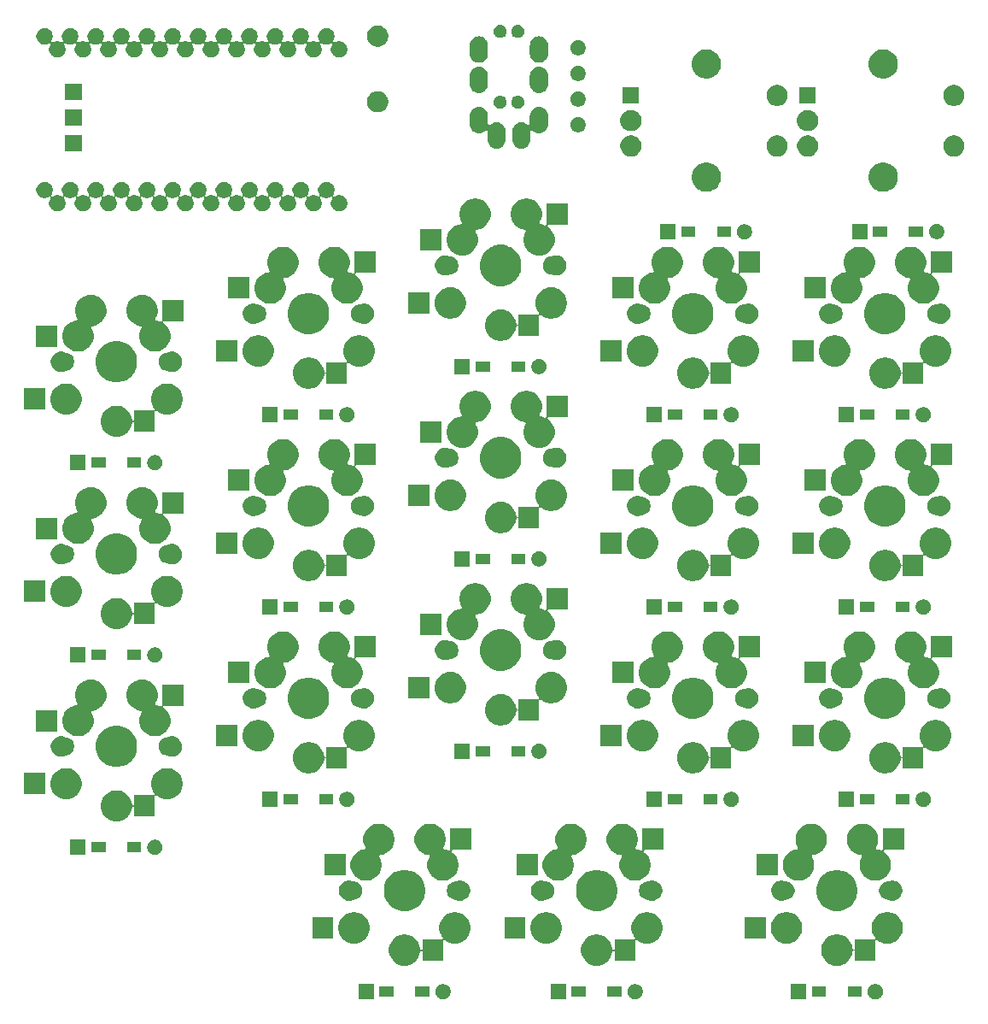
<source format=gbs>
G04 #@! TF.GenerationSoftware,KiCad,Pcbnew,(5.1.6-0-10_14)*
G04 #@! TF.CreationDate,2022-07-31T09:25:34+09:00*
G04 #@! TF.ProjectId,cool536,636f6f6c-3533-4362-9e6b-696361645f70,rev?*
G04 #@! TF.SameCoordinates,Original*
G04 #@! TF.FileFunction,Soldermask,Bot*
G04 #@! TF.FilePolarity,Negative*
%FSLAX46Y46*%
G04 Gerber Fmt 4.6, Leading zero omitted, Abs format (unit mm)*
G04 Created by KiCad (PCBNEW (5.1.6-0-10_14)) date 2022-07-31 09:25:34*
%MOMM*%
%LPD*%
G01*
G04 APERTURE LIST*
%ADD10C,0.100000*%
G04 APERTURE END LIST*
D10*
G36*
X124892425Y-129937099D02*
G01*
X125016621Y-129961802D01*
X125153022Y-130018301D01*
X125275779Y-130100325D01*
X125380175Y-130204721D01*
X125462199Y-130327478D01*
X125518698Y-130463879D01*
X125547500Y-130608681D01*
X125547500Y-130756319D01*
X125518698Y-130901121D01*
X125462199Y-131037522D01*
X125380175Y-131160279D01*
X125275779Y-131264675D01*
X125153022Y-131346699D01*
X125016621Y-131403198D01*
X124892425Y-131427901D01*
X124871820Y-131432000D01*
X124724180Y-131432000D01*
X124703575Y-131427901D01*
X124579379Y-131403198D01*
X124442978Y-131346699D01*
X124320221Y-131264675D01*
X124215825Y-131160279D01*
X124133801Y-131037522D01*
X124077302Y-130901121D01*
X124048500Y-130756319D01*
X124048500Y-130608681D01*
X124077302Y-130463879D01*
X124133801Y-130327478D01*
X124215825Y-130204721D01*
X124320221Y-130100325D01*
X124442978Y-130018301D01*
X124579379Y-129961802D01*
X124703575Y-129937099D01*
X124724180Y-129933000D01*
X124871820Y-129933000D01*
X124892425Y-129937099D01*
G37*
G36*
X117927500Y-131432000D02*
G01*
X116428500Y-131432000D01*
X116428500Y-129933000D01*
X117927500Y-129933000D01*
X117927500Y-131432000D01*
G37*
G36*
X101079425Y-129937099D02*
G01*
X101203621Y-129961802D01*
X101340022Y-130018301D01*
X101462779Y-130100325D01*
X101567175Y-130204721D01*
X101649199Y-130327478D01*
X101705698Y-130463879D01*
X101734500Y-130608681D01*
X101734500Y-130756319D01*
X101705698Y-130901121D01*
X101649199Y-131037522D01*
X101567175Y-131160279D01*
X101462779Y-131264675D01*
X101340022Y-131346699D01*
X101203621Y-131403198D01*
X101079425Y-131427901D01*
X101058820Y-131432000D01*
X100911180Y-131432000D01*
X100890575Y-131427901D01*
X100766379Y-131403198D01*
X100629978Y-131346699D01*
X100507221Y-131264675D01*
X100402825Y-131160279D01*
X100320801Y-131037522D01*
X100264302Y-130901121D01*
X100235500Y-130756319D01*
X100235500Y-130608681D01*
X100264302Y-130463879D01*
X100320801Y-130327478D01*
X100402825Y-130204721D01*
X100507221Y-130100325D01*
X100629978Y-130018301D01*
X100766379Y-129961802D01*
X100890575Y-129937099D01*
X100911180Y-129933000D01*
X101058820Y-129933000D01*
X101079425Y-129937099D01*
G37*
G36*
X94114500Y-131432000D02*
G01*
X92615500Y-131432000D01*
X92615500Y-129933000D01*
X94114500Y-129933000D01*
X94114500Y-131432000D01*
G37*
G36*
X82029425Y-129937099D02*
G01*
X82153621Y-129961802D01*
X82290022Y-130018301D01*
X82412779Y-130100325D01*
X82517175Y-130204721D01*
X82599199Y-130327478D01*
X82655698Y-130463879D01*
X82684500Y-130608681D01*
X82684500Y-130756319D01*
X82655698Y-130901121D01*
X82599199Y-131037522D01*
X82517175Y-131160279D01*
X82412779Y-131264675D01*
X82290022Y-131346699D01*
X82153621Y-131403198D01*
X82029425Y-131427901D01*
X82008820Y-131432000D01*
X81861180Y-131432000D01*
X81840575Y-131427901D01*
X81716379Y-131403198D01*
X81579978Y-131346699D01*
X81457221Y-131264675D01*
X81352825Y-131160279D01*
X81270801Y-131037522D01*
X81214302Y-130901121D01*
X81185500Y-130756319D01*
X81185500Y-130608681D01*
X81214302Y-130463879D01*
X81270801Y-130327478D01*
X81352825Y-130204721D01*
X81457221Y-130100325D01*
X81579978Y-130018301D01*
X81716379Y-129961802D01*
X81840575Y-129937099D01*
X81861180Y-129933000D01*
X82008820Y-129933000D01*
X82029425Y-129937099D01*
G37*
G36*
X75064500Y-131432000D02*
G01*
X73565500Y-131432000D01*
X73565500Y-129933000D01*
X75064500Y-129933000D01*
X75064500Y-131432000D01*
G37*
G36*
X123464000Y-131208500D02*
G01*
X122062000Y-131208500D01*
X122062000Y-130156500D01*
X123464000Y-130156500D01*
X123464000Y-131208500D01*
G37*
G36*
X119914000Y-131208500D02*
G01*
X118512000Y-131208500D01*
X118512000Y-130156500D01*
X119914000Y-130156500D01*
X119914000Y-131208500D01*
G37*
G36*
X99651000Y-131208500D02*
G01*
X98249000Y-131208500D01*
X98249000Y-130156500D01*
X99651000Y-130156500D01*
X99651000Y-131208500D01*
G37*
G36*
X96101000Y-131208500D02*
G01*
X94699000Y-131208500D01*
X94699000Y-130156500D01*
X96101000Y-130156500D01*
X96101000Y-131208500D01*
G37*
G36*
X80601000Y-131208500D02*
G01*
X79199000Y-131208500D01*
X79199000Y-130156500D01*
X80601000Y-130156500D01*
X80601000Y-131208500D01*
G37*
G36*
X77051000Y-131208500D02*
G01*
X75649000Y-131208500D01*
X75649000Y-130156500D01*
X77051000Y-130156500D01*
X77051000Y-131208500D01*
G37*
G36*
X102477585Y-122861302D02*
G01*
X102627410Y-122891104D01*
X102909674Y-123008021D01*
X103163705Y-123177759D01*
X103379741Y-123393795D01*
X103549479Y-123647826D01*
X103666396Y-123930090D01*
X103726000Y-124229740D01*
X103726000Y-124535260D01*
X103666396Y-124834910D01*
X103549479Y-125117174D01*
X103379741Y-125371205D01*
X103163705Y-125587241D01*
X102909674Y-125756979D01*
X102627410Y-125873896D01*
X102477585Y-125903698D01*
X102327761Y-125933500D01*
X102022239Y-125933500D01*
X101872415Y-125903698D01*
X101722590Y-125873896D01*
X101440326Y-125756979D01*
X101186295Y-125587241D01*
X101186290Y-125587236D01*
X101182662Y-125584812D01*
X101170445Y-125574786D01*
X101148834Y-125563235D01*
X101125385Y-125556122D01*
X101100999Y-125553720D01*
X101076613Y-125556122D01*
X101053164Y-125563235D01*
X101031553Y-125574786D01*
X101012611Y-125590331D01*
X100997066Y-125609273D01*
X100985515Y-125630884D01*
X100978402Y-125654333D01*
X100976000Y-125678719D01*
X100976000Y-127633500D01*
X98974000Y-127633500D01*
X98974000Y-126757616D01*
X98971598Y-126733230D01*
X98964485Y-126709781D01*
X98952934Y-126688170D01*
X98937389Y-126669228D01*
X98918447Y-126653683D01*
X98896836Y-126642132D01*
X98873387Y-126635019D01*
X98849001Y-126632617D01*
X98824615Y-126635019D01*
X98801166Y-126642132D01*
X98779555Y-126653683D01*
X98760613Y-126669228D01*
X98745068Y-126688170D01*
X98733517Y-126709781D01*
X98726404Y-126733230D01*
X98726000Y-126735260D01*
X98666396Y-127034910D01*
X98549479Y-127317174D01*
X98379741Y-127571205D01*
X98163705Y-127787241D01*
X97909674Y-127956979D01*
X97627410Y-128073896D01*
X97477585Y-128103698D01*
X97327761Y-128133500D01*
X97022239Y-128133500D01*
X96872415Y-128103698D01*
X96722590Y-128073896D01*
X96440326Y-127956979D01*
X96186295Y-127787241D01*
X95970259Y-127571205D01*
X95800521Y-127317174D01*
X95683604Y-127034910D01*
X95624000Y-126735260D01*
X95624000Y-126429740D01*
X95683604Y-126130090D01*
X95800521Y-125847826D01*
X95970259Y-125593795D01*
X96186295Y-125377759D01*
X96440326Y-125208021D01*
X96722590Y-125091104D01*
X96872415Y-125061302D01*
X97022239Y-125031500D01*
X97327761Y-125031500D01*
X97477585Y-125061302D01*
X97627410Y-125091104D01*
X97909674Y-125208021D01*
X98163705Y-125377759D01*
X98379741Y-125593795D01*
X98549479Y-125847826D01*
X98666396Y-126130090D01*
X98666396Y-126130091D01*
X98726404Y-126431770D01*
X98733517Y-126455219D01*
X98745068Y-126476830D01*
X98760613Y-126495772D01*
X98779555Y-126511317D01*
X98801166Y-126522868D01*
X98824615Y-126529981D01*
X98849001Y-126532383D01*
X98873387Y-126529981D01*
X98896836Y-126522868D01*
X98918447Y-126511317D01*
X98937389Y-126495772D01*
X98952934Y-126476830D01*
X98964485Y-126455219D01*
X98971598Y-126431770D01*
X98974000Y-126407384D01*
X98974000Y-125531500D01*
X100843509Y-125531500D01*
X100867895Y-125529098D01*
X100891344Y-125521985D01*
X100912955Y-125510434D01*
X100931897Y-125494889D01*
X100947442Y-125475947D01*
X100958993Y-125454336D01*
X100966106Y-125430887D01*
X100968508Y-125406501D01*
X100966106Y-125382115D01*
X100958993Y-125358666D01*
X100947447Y-125337065D01*
X100800521Y-125117174D01*
X100683604Y-124834910D01*
X100624000Y-124535260D01*
X100624000Y-124229740D01*
X100683604Y-123930090D01*
X100800521Y-123647826D01*
X100970259Y-123393795D01*
X101186295Y-123177759D01*
X101440326Y-123008021D01*
X101722590Y-122891104D01*
X101872415Y-122861302D01*
X102022239Y-122831500D01*
X102327761Y-122831500D01*
X102477585Y-122861302D01*
G37*
G36*
X83427585Y-122861302D02*
G01*
X83577410Y-122891104D01*
X83859674Y-123008021D01*
X84113705Y-123177759D01*
X84329741Y-123393795D01*
X84499479Y-123647826D01*
X84616396Y-123930090D01*
X84676000Y-124229740D01*
X84676000Y-124535260D01*
X84616396Y-124834910D01*
X84499479Y-125117174D01*
X84329741Y-125371205D01*
X84113705Y-125587241D01*
X83859674Y-125756979D01*
X83577410Y-125873896D01*
X83427585Y-125903698D01*
X83277761Y-125933500D01*
X82972239Y-125933500D01*
X82822415Y-125903698D01*
X82672590Y-125873896D01*
X82390326Y-125756979D01*
X82136295Y-125587241D01*
X82136290Y-125587236D01*
X82132662Y-125584812D01*
X82120445Y-125574786D01*
X82098834Y-125563235D01*
X82075385Y-125556122D01*
X82050999Y-125553720D01*
X82026613Y-125556122D01*
X82003164Y-125563235D01*
X81981553Y-125574786D01*
X81962611Y-125590331D01*
X81947066Y-125609273D01*
X81935515Y-125630884D01*
X81928402Y-125654333D01*
X81926000Y-125678719D01*
X81926000Y-127633500D01*
X79924000Y-127633500D01*
X79924000Y-126757616D01*
X79921598Y-126733230D01*
X79914485Y-126709781D01*
X79902934Y-126688170D01*
X79887389Y-126669228D01*
X79868447Y-126653683D01*
X79846836Y-126642132D01*
X79823387Y-126635019D01*
X79799001Y-126632617D01*
X79774615Y-126635019D01*
X79751166Y-126642132D01*
X79729555Y-126653683D01*
X79710613Y-126669228D01*
X79695068Y-126688170D01*
X79683517Y-126709781D01*
X79676404Y-126733230D01*
X79676000Y-126735260D01*
X79616396Y-127034910D01*
X79499479Y-127317174D01*
X79329741Y-127571205D01*
X79113705Y-127787241D01*
X78859674Y-127956979D01*
X78577410Y-128073896D01*
X78427585Y-128103698D01*
X78277761Y-128133500D01*
X77972239Y-128133500D01*
X77822415Y-128103698D01*
X77672590Y-128073896D01*
X77390326Y-127956979D01*
X77136295Y-127787241D01*
X76920259Y-127571205D01*
X76750521Y-127317174D01*
X76633604Y-127034910D01*
X76574000Y-126735260D01*
X76574000Y-126429740D01*
X76633604Y-126130090D01*
X76750521Y-125847826D01*
X76920259Y-125593795D01*
X77136295Y-125377759D01*
X77390326Y-125208021D01*
X77672590Y-125091104D01*
X77822415Y-125061302D01*
X77972239Y-125031500D01*
X78277761Y-125031500D01*
X78427585Y-125061302D01*
X78577410Y-125091104D01*
X78859674Y-125208021D01*
X79113705Y-125377759D01*
X79329741Y-125593795D01*
X79499479Y-125847826D01*
X79616396Y-126130090D01*
X79616396Y-126130091D01*
X79676404Y-126431770D01*
X79683517Y-126455219D01*
X79695068Y-126476830D01*
X79710613Y-126495772D01*
X79729555Y-126511317D01*
X79751166Y-126522868D01*
X79774615Y-126529981D01*
X79799001Y-126532383D01*
X79823387Y-126529981D01*
X79846836Y-126522868D01*
X79868447Y-126511317D01*
X79887389Y-126495772D01*
X79902934Y-126476830D01*
X79914485Y-126455219D01*
X79921598Y-126431770D01*
X79924000Y-126407384D01*
X79924000Y-125531500D01*
X81793509Y-125531500D01*
X81817895Y-125529098D01*
X81841344Y-125521985D01*
X81862955Y-125510434D01*
X81881897Y-125494889D01*
X81897442Y-125475947D01*
X81908993Y-125454336D01*
X81916106Y-125430887D01*
X81918508Y-125406501D01*
X81916106Y-125382115D01*
X81908993Y-125358666D01*
X81897447Y-125337065D01*
X81750521Y-125117174D01*
X81633604Y-124834910D01*
X81574000Y-124535260D01*
X81574000Y-124229740D01*
X81633604Y-123930090D01*
X81750521Y-123647826D01*
X81920259Y-123393795D01*
X82136295Y-123177759D01*
X82390326Y-123008021D01*
X82672590Y-122891104D01*
X82822415Y-122861302D01*
X82972239Y-122831500D01*
X83277761Y-122831500D01*
X83427585Y-122861302D01*
G37*
G36*
X126290585Y-122861302D02*
G01*
X126440410Y-122891104D01*
X126722674Y-123008021D01*
X126976705Y-123177759D01*
X127192741Y-123393795D01*
X127362479Y-123647826D01*
X127479396Y-123930090D01*
X127539000Y-124229740D01*
X127539000Y-124535260D01*
X127479396Y-124834910D01*
X127362479Y-125117174D01*
X127192741Y-125371205D01*
X126976705Y-125587241D01*
X126722674Y-125756979D01*
X126440410Y-125873896D01*
X126290585Y-125903698D01*
X126140761Y-125933500D01*
X125835239Y-125933500D01*
X125685415Y-125903698D01*
X125535590Y-125873896D01*
X125253326Y-125756979D01*
X124999295Y-125587241D01*
X124999290Y-125587236D01*
X124995662Y-125584812D01*
X124983445Y-125574786D01*
X124961834Y-125563235D01*
X124938385Y-125556122D01*
X124913999Y-125553720D01*
X124889613Y-125556122D01*
X124866164Y-125563235D01*
X124844553Y-125574786D01*
X124825611Y-125590331D01*
X124810066Y-125609273D01*
X124798515Y-125630884D01*
X124791402Y-125654333D01*
X124789000Y-125678719D01*
X124789000Y-127633500D01*
X122787000Y-127633500D01*
X122787000Y-126757616D01*
X122784598Y-126733230D01*
X122777485Y-126709781D01*
X122765934Y-126688170D01*
X122750389Y-126669228D01*
X122731447Y-126653683D01*
X122709836Y-126642132D01*
X122686387Y-126635019D01*
X122662001Y-126632617D01*
X122637615Y-126635019D01*
X122614166Y-126642132D01*
X122592555Y-126653683D01*
X122573613Y-126669228D01*
X122558068Y-126688170D01*
X122546517Y-126709781D01*
X122539404Y-126733230D01*
X122539000Y-126735260D01*
X122479396Y-127034910D01*
X122362479Y-127317174D01*
X122192741Y-127571205D01*
X121976705Y-127787241D01*
X121722674Y-127956979D01*
X121440410Y-128073896D01*
X121290585Y-128103698D01*
X121140761Y-128133500D01*
X120835239Y-128133500D01*
X120685415Y-128103698D01*
X120535590Y-128073896D01*
X120253326Y-127956979D01*
X119999295Y-127787241D01*
X119783259Y-127571205D01*
X119613521Y-127317174D01*
X119496604Y-127034910D01*
X119437000Y-126735260D01*
X119437000Y-126429740D01*
X119496604Y-126130090D01*
X119613521Y-125847826D01*
X119783259Y-125593795D01*
X119999295Y-125377759D01*
X120253326Y-125208021D01*
X120535590Y-125091104D01*
X120685415Y-125061302D01*
X120835239Y-125031500D01*
X121140761Y-125031500D01*
X121290585Y-125061302D01*
X121440410Y-125091104D01*
X121722674Y-125208021D01*
X121976705Y-125377759D01*
X122192741Y-125593795D01*
X122362479Y-125847826D01*
X122479396Y-126130090D01*
X122479396Y-126130091D01*
X122539404Y-126431770D01*
X122546517Y-126455219D01*
X122558068Y-126476830D01*
X122573613Y-126495772D01*
X122592555Y-126511317D01*
X122614166Y-126522868D01*
X122637615Y-126529981D01*
X122662001Y-126532383D01*
X122686387Y-126529981D01*
X122709836Y-126522868D01*
X122731447Y-126511317D01*
X122750389Y-126495772D01*
X122765934Y-126476830D01*
X122777485Y-126455219D01*
X122784598Y-126431770D01*
X122787000Y-126407384D01*
X122787000Y-125531500D01*
X124656509Y-125531500D01*
X124680895Y-125529098D01*
X124704344Y-125521985D01*
X124725955Y-125510434D01*
X124744897Y-125494889D01*
X124760442Y-125475947D01*
X124771993Y-125454336D01*
X124779106Y-125430887D01*
X124781508Y-125406501D01*
X124779106Y-125382115D01*
X124771993Y-125358666D01*
X124760447Y-125337065D01*
X124613521Y-125117174D01*
X124496604Y-124834910D01*
X124437000Y-124535260D01*
X124437000Y-124229740D01*
X124496604Y-123930090D01*
X124613521Y-123647826D01*
X124783259Y-123393795D01*
X124999295Y-123177759D01*
X125253326Y-123008021D01*
X125535590Y-122891104D01*
X125685415Y-122861302D01*
X125835239Y-122831500D01*
X126140761Y-122831500D01*
X126290585Y-122861302D01*
G37*
G36*
X73427585Y-122861302D02*
G01*
X73577410Y-122891104D01*
X73859674Y-123008021D01*
X74113705Y-123177759D01*
X74329741Y-123393795D01*
X74499479Y-123647826D01*
X74616396Y-123930090D01*
X74676000Y-124229740D01*
X74676000Y-124535260D01*
X74616396Y-124834910D01*
X74499479Y-125117174D01*
X74329741Y-125371205D01*
X74113705Y-125587241D01*
X73859674Y-125756979D01*
X73577410Y-125873896D01*
X73427585Y-125903698D01*
X73277761Y-125933500D01*
X72972239Y-125933500D01*
X72822415Y-125903698D01*
X72672590Y-125873896D01*
X72390326Y-125756979D01*
X72136295Y-125587241D01*
X71920259Y-125371205D01*
X71750521Y-125117174D01*
X71633604Y-124834910D01*
X71574000Y-124535260D01*
X71574000Y-124229740D01*
X71633604Y-123930090D01*
X71750521Y-123647826D01*
X71920259Y-123393795D01*
X72136295Y-123177759D01*
X72390326Y-123008021D01*
X72672590Y-122891104D01*
X72822415Y-122861302D01*
X72972239Y-122831500D01*
X73277761Y-122831500D01*
X73427585Y-122861302D01*
G37*
G36*
X92477585Y-122861302D02*
G01*
X92627410Y-122891104D01*
X92909674Y-123008021D01*
X93163705Y-123177759D01*
X93379741Y-123393795D01*
X93549479Y-123647826D01*
X93666396Y-123930090D01*
X93726000Y-124229740D01*
X93726000Y-124535260D01*
X93666396Y-124834910D01*
X93549479Y-125117174D01*
X93379741Y-125371205D01*
X93163705Y-125587241D01*
X92909674Y-125756979D01*
X92627410Y-125873896D01*
X92477585Y-125903698D01*
X92327761Y-125933500D01*
X92022239Y-125933500D01*
X91872415Y-125903698D01*
X91722590Y-125873896D01*
X91440326Y-125756979D01*
X91186295Y-125587241D01*
X90970259Y-125371205D01*
X90800521Y-125117174D01*
X90683604Y-124834910D01*
X90624000Y-124535260D01*
X90624000Y-124229740D01*
X90683604Y-123930090D01*
X90800521Y-123647826D01*
X90970259Y-123393795D01*
X91186295Y-123177759D01*
X91440326Y-123008021D01*
X91722590Y-122891104D01*
X91872415Y-122861302D01*
X92022239Y-122831500D01*
X92327761Y-122831500D01*
X92477585Y-122861302D01*
G37*
G36*
X116290585Y-122861302D02*
G01*
X116440410Y-122891104D01*
X116722674Y-123008021D01*
X116976705Y-123177759D01*
X117192741Y-123393795D01*
X117362479Y-123647826D01*
X117479396Y-123930090D01*
X117539000Y-124229740D01*
X117539000Y-124535260D01*
X117479396Y-124834910D01*
X117362479Y-125117174D01*
X117192741Y-125371205D01*
X116976705Y-125587241D01*
X116722674Y-125756979D01*
X116440410Y-125873896D01*
X116290585Y-125903698D01*
X116140761Y-125933500D01*
X115835239Y-125933500D01*
X115685415Y-125903698D01*
X115535590Y-125873896D01*
X115253326Y-125756979D01*
X114999295Y-125587241D01*
X114783259Y-125371205D01*
X114613521Y-125117174D01*
X114496604Y-124834910D01*
X114437000Y-124535260D01*
X114437000Y-124229740D01*
X114496604Y-123930090D01*
X114613521Y-123647826D01*
X114783259Y-123393795D01*
X114999295Y-123177759D01*
X115253326Y-123008021D01*
X115535590Y-122891104D01*
X115685415Y-122861302D01*
X115835239Y-122831500D01*
X116140761Y-122831500D01*
X116290585Y-122861302D01*
G37*
G36*
X71076000Y-125433500D02*
G01*
X68974000Y-125433500D01*
X68974000Y-123331500D01*
X71076000Y-123331500D01*
X71076000Y-125433500D01*
G37*
G36*
X90126000Y-125433500D02*
G01*
X88024000Y-125433500D01*
X88024000Y-123331500D01*
X90126000Y-123331500D01*
X90126000Y-125433500D01*
G37*
G36*
X113939000Y-125433500D02*
G01*
X111837000Y-125433500D01*
X111837000Y-123331500D01*
X113939000Y-123331500D01*
X113939000Y-125433500D01*
G37*
G36*
X97773254Y-118710318D02*
G01*
X98146511Y-118864926D01*
X98146513Y-118864927D01*
X98482436Y-119089384D01*
X98768116Y-119375064D01*
X98980889Y-119693500D01*
X98992574Y-119710989D01*
X99147182Y-120084246D01*
X99226000Y-120480493D01*
X99226000Y-120884507D01*
X99147182Y-121280754D01*
X99017839Y-121593015D01*
X98992573Y-121654013D01*
X98768116Y-121989936D01*
X98482436Y-122275616D01*
X98146513Y-122500073D01*
X98146512Y-122500074D01*
X98146511Y-122500074D01*
X97773254Y-122654682D01*
X97377007Y-122733500D01*
X96972993Y-122733500D01*
X96576746Y-122654682D01*
X96203489Y-122500074D01*
X96203488Y-122500074D01*
X96203487Y-122500073D01*
X95867564Y-122275616D01*
X95581884Y-121989936D01*
X95357427Y-121654013D01*
X95332161Y-121593015D01*
X95202818Y-121280754D01*
X95124000Y-120884507D01*
X95124000Y-120480493D01*
X95202818Y-120084246D01*
X95357426Y-119710989D01*
X95369112Y-119693500D01*
X95581884Y-119375064D01*
X95867564Y-119089384D01*
X96203487Y-118864927D01*
X96203489Y-118864926D01*
X96576746Y-118710318D01*
X96972993Y-118631500D01*
X97377007Y-118631500D01*
X97773254Y-118710318D01*
G37*
G36*
X78723254Y-118710318D02*
G01*
X79096511Y-118864926D01*
X79096513Y-118864927D01*
X79432436Y-119089384D01*
X79718116Y-119375064D01*
X79930889Y-119693500D01*
X79942574Y-119710989D01*
X80097182Y-120084246D01*
X80176000Y-120480493D01*
X80176000Y-120884507D01*
X80097182Y-121280754D01*
X79967839Y-121593015D01*
X79942573Y-121654013D01*
X79718116Y-121989936D01*
X79432436Y-122275616D01*
X79096513Y-122500073D01*
X79096512Y-122500074D01*
X79096511Y-122500074D01*
X78723254Y-122654682D01*
X78327007Y-122733500D01*
X77922993Y-122733500D01*
X77526746Y-122654682D01*
X77153489Y-122500074D01*
X77153488Y-122500074D01*
X77153487Y-122500073D01*
X76817564Y-122275616D01*
X76531884Y-121989936D01*
X76307427Y-121654013D01*
X76282161Y-121593015D01*
X76152818Y-121280754D01*
X76074000Y-120884507D01*
X76074000Y-120480493D01*
X76152818Y-120084246D01*
X76307426Y-119710989D01*
X76319112Y-119693500D01*
X76531884Y-119375064D01*
X76817564Y-119089384D01*
X77153487Y-118864927D01*
X77153489Y-118864926D01*
X77526746Y-118710318D01*
X77922993Y-118631500D01*
X78327007Y-118631500D01*
X78723254Y-118710318D01*
G37*
G36*
X121586254Y-118710318D02*
G01*
X121959511Y-118864926D01*
X121959513Y-118864927D01*
X122295436Y-119089384D01*
X122581116Y-119375064D01*
X122793889Y-119693500D01*
X122805574Y-119710989D01*
X122960182Y-120084246D01*
X123039000Y-120480493D01*
X123039000Y-120884507D01*
X122960182Y-121280754D01*
X122830839Y-121593015D01*
X122805573Y-121654013D01*
X122581116Y-121989936D01*
X122295436Y-122275616D01*
X121959513Y-122500073D01*
X121959512Y-122500074D01*
X121959511Y-122500074D01*
X121586254Y-122654682D01*
X121190007Y-122733500D01*
X120785993Y-122733500D01*
X120389746Y-122654682D01*
X120016489Y-122500074D01*
X120016488Y-122500074D01*
X120016487Y-122500073D01*
X119680564Y-122275616D01*
X119394884Y-121989936D01*
X119170427Y-121654013D01*
X119145161Y-121593015D01*
X119015818Y-121280754D01*
X118937000Y-120884507D01*
X118937000Y-120480493D01*
X119015818Y-120084246D01*
X119170426Y-119710989D01*
X119182112Y-119693500D01*
X119394884Y-119375064D01*
X119680564Y-119089384D01*
X120016487Y-118864927D01*
X120016489Y-118864926D01*
X120389746Y-118710318D01*
X120785993Y-118631500D01*
X121190007Y-118631500D01*
X121586254Y-118710318D01*
G37*
G36*
X115646918Y-119693500D02*
G01*
X115779981Y-119719968D01*
X115900310Y-119769811D01*
X115905560Y-119771985D01*
X115929009Y-119779098D01*
X115953395Y-119781500D01*
X115996742Y-119781500D01*
X116021512Y-119786427D01*
X116170812Y-119816124D01*
X116334784Y-119884044D01*
X116482354Y-119982647D01*
X116607853Y-120108146D01*
X116706456Y-120255716D01*
X116774376Y-120419688D01*
X116809000Y-120593759D01*
X116809000Y-120771241D01*
X116774376Y-120945312D01*
X116706456Y-121109284D01*
X116607853Y-121256854D01*
X116482354Y-121382353D01*
X116334784Y-121480956D01*
X116170812Y-121548876D01*
X116021512Y-121578573D01*
X115996742Y-121583500D01*
X115953395Y-121583500D01*
X115929009Y-121585902D01*
X115905560Y-121593015D01*
X115779981Y-121645032D01*
X115683285Y-121664266D01*
X115586591Y-121683500D01*
X115389409Y-121683500D01*
X115292715Y-121664266D01*
X115196019Y-121645032D01*
X115013849Y-121569574D01*
X114849900Y-121460027D01*
X114710473Y-121320600D01*
X114600926Y-121156651D01*
X114525468Y-120974481D01*
X114487000Y-120781090D01*
X114487000Y-120583910D01*
X114525468Y-120390519D01*
X114600926Y-120208349D01*
X114710473Y-120044400D01*
X114849900Y-119904973D01*
X115013849Y-119795426D01*
X115196019Y-119719968D01*
X115329082Y-119693500D01*
X115389409Y-119681500D01*
X115586591Y-119681500D01*
X115646918Y-119693500D01*
G37*
G36*
X126646918Y-119693500D02*
G01*
X126779981Y-119719968D01*
X126962151Y-119795426D01*
X127126100Y-119904973D01*
X127265527Y-120044400D01*
X127375074Y-120208349D01*
X127450532Y-120390519D01*
X127489000Y-120583910D01*
X127489000Y-120781090D01*
X127450532Y-120974481D01*
X127375074Y-121156651D01*
X127265527Y-121320600D01*
X127126100Y-121460027D01*
X126962151Y-121569574D01*
X126779981Y-121645032D01*
X126683285Y-121664266D01*
X126586591Y-121683500D01*
X126389409Y-121683500D01*
X126292715Y-121664266D01*
X126196019Y-121645032D01*
X126070440Y-121593015D01*
X126046991Y-121585902D01*
X126022605Y-121583500D01*
X125979258Y-121583500D01*
X125954488Y-121578573D01*
X125805188Y-121548876D01*
X125641216Y-121480956D01*
X125493646Y-121382353D01*
X125368147Y-121256854D01*
X125269544Y-121109284D01*
X125201624Y-120945312D01*
X125167000Y-120771241D01*
X125167000Y-120593759D01*
X125201624Y-120419688D01*
X125269544Y-120255716D01*
X125368147Y-120108146D01*
X125493646Y-119982647D01*
X125641216Y-119884044D01*
X125805188Y-119816124D01*
X125954488Y-119786427D01*
X125979258Y-119781500D01*
X126022605Y-119781500D01*
X126046991Y-119779098D01*
X126070440Y-119771985D01*
X126075690Y-119769811D01*
X126196019Y-119719968D01*
X126329082Y-119693500D01*
X126389409Y-119681500D01*
X126586591Y-119681500D01*
X126646918Y-119693500D01*
G37*
G36*
X102833918Y-119693500D02*
G01*
X102966981Y-119719968D01*
X103149151Y-119795426D01*
X103313100Y-119904973D01*
X103452527Y-120044400D01*
X103562074Y-120208349D01*
X103637532Y-120390519D01*
X103676000Y-120583910D01*
X103676000Y-120781090D01*
X103637532Y-120974481D01*
X103562074Y-121156651D01*
X103452527Y-121320600D01*
X103313100Y-121460027D01*
X103149151Y-121569574D01*
X102966981Y-121645032D01*
X102870285Y-121664266D01*
X102773591Y-121683500D01*
X102576409Y-121683500D01*
X102479715Y-121664266D01*
X102383019Y-121645032D01*
X102257440Y-121593015D01*
X102233991Y-121585902D01*
X102209605Y-121583500D01*
X102166258Y-121583500D01*
X102141488Y-121578573D01*
X101992188Y-121548876D01*
X101828216Y-121480956D01*
X101680646Y-121382353D01*
X101555147Y-121256854D01*
X101456544Y-121109284D01*
X101388624Y-120945312D01*
X101354000Y-120771241D01*
X101354000Y-120593759D01*
X101388624Y-120419688D01*
X101456544Y-120255716D01*
X101555147Y-120108146D01*
X101680646Y-119982647D01*
X101828216Y-119884044D01*
X101992188Y-119816124D01*
X102141488Y-119786427D01*
X102166258Y-119781500D01*
X102209605Y-119781500D01*
X102233991Y-119779098D01*
X102257440Y-119771985D01*
X102262690Y-119769811D01*
X102383019Y-119719968D01*
X102516082Y-119693500D01*
X102576409Y-119681500D01*
X102773591Y-119681500D01*
X102833918Y-119693500D01*
G37*
G36*
X91833918Y-119693500D02*
G01*
X91966981Y-119719968D01*
X92087310Y-119769811D01*
X92092560Y-119771985D01*
X92116009Y-119779098D01*
X92140395Y-119781500D01*
X92183742Y-119781500D01*
X92208512Y-119786427D01*
X92357812Y-119816124D01*
X92521784Y-119884044D01*
X92669354Y-119982647D01*
X92794853Y-120108146D01*
X92893456Y-120255716D01*
X92961376Y-120419688D01*
X92996000Y-120593759D01*
X92996000Y-120771241D01*
X92961376Y-120945312D01*
X92893456Y-121109284D01*
X92794853Y-121256854D01*
X92669354Y-121382353D01*
X92521784Y-121480956D01*
X92357812Y-121548876D01*
X92208512Y-121578573D01*
X92183742Y-121583500D01*
X92140395Y-121583500D01*
X92116009Y-121585902D01*
X92092560Y-121593015D01*
X91966981Y-121645032D01*
X91870285Y-121664266D01*
X91773591Y-121683500D01*
X91576409Y-121683500D01*
X91479715Y-121664266D01*
X91383019Y-121645032D01*
X91200849Y-121569574D01*
X91036900Y-121460027D01*
X90897473Y-121320600D01*
X90787926Y-121156651D01*
X90712468Y-120974481D01*
X90674000Y-120781090D01*
X90674000Y-120583910D01*
X90712468Y-120390519D01*
X90787926Y-120208349D01*
X90897473Y-120044400D01*
X91036900Y-119904973D01*
X91200849Y-119795426D01*
X91383019Y-119719968D01*
X91516082Y-119693500D01*
X91576409Y-119681500D01*
X91773591Y-119681500D01*
X91833918Y-119693500D01*
G37*
G36*
X83783918Y-119693500D02*
G01*
X83916981Y-119719968D01*
X84099151Y-119795426D01*
X84263100Y-119904973D01*
X84402527Y-120044400D01*
X84512074Y-120208349D01*
X84587532Y-120390519D01*
X84626000Y-120583910D01*
X84626000Y-120781090D01*
X84587532Y-120974481D01*
X84512074Y-121156651D01*
X84402527Y-121320600D01*
X84263100Y-121460027D01*
X84099151Y-121569574D01*
X83916981Y-121645032D01*
X83820285Y-121664266D01*
X83723591Y-121683500D01*
X83526409Y-121683500D01*
X83429715Y-121664266D01*
X83333019Y-121645032D01*
X83207440Y-121593015D01*
X83183991Y-121585902D01*
X83159605Y-121583500D01*
X83116258Y-121583500D01*
X83091488Y-121578573D01*
X82942188Y-121548876D01*
X82778216Y-121480956D01*
X82630646Y-121382353D01*
X82505147Y-121256854D01*
X82406544Y-121109284D01*
X82338624Y-120945312D01*
X82304000Y-120771241D01*
X82304000Y-120593759D01*
X82338624Y-120419688D01*
X82406544Y-120255716D01*
X82505147Y-120108146D01*
X82630646Y-119982647D01*
X82778216Y-119884044D01*
X82942188Y-119816124D01*
X83091488Y-119786427D01*
X83116258Y-119781500D01*
X83159605Y-119781500D01*
X83183991Y-119779098D01*
X83207440Y-119771985D01*
X83212690Y-119769811D01*
X83333019Y-119719968D01*
X83466082Y-119693500D01*
X83526409Y-119681500D01*
X83723591Y-119681500D01*
X83783918Y-119693500D01*
G37*
G36*
X72783918Y-119693500D02*
G01*
X72916981Y-119719968D01*
X73037310Y-119769811D01*
X73042560Y-119771985D01*
X73066009Y-119779098D01*
X73090395Y-119781500D01*
X73133742Y-119781500D01*
X73158512Y-119786427D01*
X73307812Y-119816124D01*
X73471784Y-119884044D01*
X73619354Y-119982647D01*
X73744853Y-120108146D01*
X73843456Y-120255716D01*
X73911376Y-120419688D01*
X73946000Y-120593759D01*
X73946000Y-120771241D01*
X73911376Y-120945312D01*
X73843456Y-121109284D01*
X73744853Y-121256854D01*
X73619354Y-121382353D01*
X73471784Y-121480956D01*
X73307812Y-121548876D01*
X73158512Y-121578573D01*
X73133742Y-121583500D01*
X73090395Y-121583500D01*
X73066009Y-121585902D01*
X73042560Y-121593015D01*
X72916981Y-121645032D01*
X72820285Y-121664266D01*
X72723591Y-121683500D01*
X72526409Y-121683500D01*
X72429715Y-121664266D01*
X72333019Y-121645032D01*
X72150849Y-121569574D01*
X71986900Y-121460027D01*
X71847473Y-121320600D01*
X71737926Y-121156651D01*
X71662468Y-120974481D01*
X71624000Y-120781090D01*
X71624000Y-120583910D01*
X71662468Y-120390519D01*
X71737926Y-120208349D01*
X71847473Y-120044400D01*
X71986900Y-119904973D01*
X72150849Y-119795426D01*
X72333019Y-119719968D01*
X72466082Y-119693500D01*
X72526409Y-119681500D01*
X72723591Y-119681500D01*
X72783918Y-119693500D01*
G37*
G36*
X100017585Y-114081302D02*
G01*
X100167410Y-114111104D01*
X100449674Y-114228021D01*
X100703705Y-114397759D01*
X100919741Y-114613795D01*
X101089479Y-114867826D01*
X101206396Y-115150090D01*
X101266000Y-115449740D01*
X101266000Y-115755260D01*
X101206396Y-116054910D01*
X101089479Y-116337174D01*
X101049070Y-116397651D01*
X101037525Y-116419249D01*
X101030412Y-116442698D01*
X101028010Y-116467084D01*
X101030412Y-116491471D01*
X101037525Y-116514920D01*
X101049076Y-116536530D01*
X101064621Y-116555472D01*
X101083563Y-116571018D01*
X101105173Y-116582569D01*
X101128623Y-116589682D01*
X101437410Y-116651104D01*
X101551166Y-116698223D01*
X101574615Y-116705336D01*
X101599001Y-116707738D01*
X101623388Y-116705336D01*
X101646836Y-116698223D01*
X101668447Y-116686672D01*
X101687389Y-116671126D01*
X101702934Y-116652184D01*
X101714485Y-116630574D01*
X101721598Y-116607125D01*
X101724000Y-116582739D01*
X101724000Y-114551500D01*
X103826000Y-114551500D01*
X103826000Y-116653500D01*
X101960346Y-116653500D01*
X101935960Y-116655902D01*
X101912511Y-116663015D01*
X101890900Y-116674566D01*
X101871958Y-116690111D01*
X101856413Y-116709053D01*
X101844862Y-116730664D01*
X101837749Y-116754113D01*
X101835347Y-116778499D01*
X101837749Y-116802885D01*
X101844862Y-116826334D01*
X101856413Y-116847945D01*
X101871958Y-116866887D01*
X101890890Y-116882424D01*
X101973705Y-116937759D01*
X102189741Y-117153795D01*
X102359479Y-117407826D01*
X102476396Y-117690090D01*
X102536000Y-117989740D01*
X102536000Y-118295260D01*
X102476396Y-118594910D01*
X102359479Y-118877174D01*
X102189741Y-119131205D01*
X101973705Y-119347241D01*
X101719674Y-119516979D01*
X101437410Y-119633896D01*
X101287585Y-119663698D01*
X101137761Y-119693500D01*
X100832239Y-119693500D01*
X100682415Y-119663698D01*
X100532590Y-119633896D01*
X100250326Y-119516979D01*
X99996295Y-119347241D01*
X99780259Y-119131205D01*
X99610521Y-118877174D01*
X99493604Y-118594910D01*
X99434000Y-118295260D01*
X99434000Y-117989740D01*
X99493604Y-117690090D01*
X99610521Y-117407826D01*
X99650930Y-117347349D01*
X99662475Y-117325751D01*
X99669588Y-117302302D01*
X99671990Y-117277916D01*
X99669588Y-117253529D01*
X99662475Y-117230080D01*
X99650924Y-117208470D01*
X99635379Y-117189528D01*
X99616437Y-117173982D01*
X99594827Y-117162431D01*
X99571377Y-117155318D01*
X99345662Y-117110420D01*
X99262590Y-117093896D01*
X98980326Y-116976979D01*
X98726295Y-116807241D01*
X98510259Y-116591205D01*
X98340521Y-116337174D01*
X98223604Y-116054910D01*
X98164000Y-115755260D01*
X98164000Y-115449740D01*
X98223604Y-115150090D01*
X98340521Y-114867826D01*
X98510259Y-114613795D01*
X98726295Y-114397759D01*
X98980326Y-114228021D01*
X99262590Y-114111104D01*
X99412415Y-114081302D01*
X99562239Y-114051500D01*
X99867761Y-114051500D01*
X100017585Y-114081302D01*
G37*
G36*
X123830585Y-114081302D02*
G01*
X123980410Y-114111104D01*
X124262674Y-114228021D01*
X124516705Y-114397759D01*
X124732741Y-114613795D01*
X124902479Y-114867826D01*
X125019396Y-115150090D01*
X125079000Y-115449740D01*
X125079000Y-115755260D01*
X125019396Y-116054910D01*
X124902479Y-116337174D01*
X124862070Y-116397651D01*
X124850525Y-116419249D01*
X124843412Y-116442698D01*
X124841010Y-116467084D01*
X124843412Y-116491471D01*
X124850525Y-116514920D01*
X124862076Y-116536530D01*
X124877621Y-116555472D01*
X124896563Y-116571018D01*
X124918173Y-116582569D01*
X124941623Y-116589682D01*
X125250410Y-116651104D01*
X125364166Y-116698223D01*
X125387615Y-116705336D01*
X125412001Y-116707738D01*
X125436388Y-116705336D01*
X125459836Y-116698223D01*
X125481447Y-116686672D01*
X125500389Y-116671126D01*
X125515934Y-116652184D01*
X125527485Y-116630574D01*
X125534598Y-116607125D01*
X125537000Y-116582739D01*
X125537000Y-114551500D01*
X127639000Y-114551500D01*
X127639000Y-116653500D01*
X125773346Y-116653500D01*
X125748960Y-116655902D01*
X125725511Y-116663015D01*
X125703900Y-116674566D01*
X125684958Y-116690111D01*
X125669413Y-116709053D01*
X125657862Y-116730664D01*
X125650749Y-116754113D01*
X125648347Y-116778499D01*
X125650749Y-116802885D01*
X125657862Y-116826334D01*
X125669413Y-116847945D01*
X125684958Y-116866887D01*
X125703890Y-116882424D01*
X125786705Y-116937759D01*
X126002741Y-117153795D01*
X126172479Y-117407826D01*
X126289396Y-117690090D01*
X126349000Y-117989740D01*
X126349000Y-118295260D01*
X126289396Y-118594910D01*
X126172479Y-118877174D01*
X126002741Y-119131205D01*
X125786705Y-119347241D01*
X125532674Y-119516979D01*
X125250410Y-119633896D01*
X125100585Y-119663698D01*
X124950761Y-119693500D01*
X124645239Y-119693500D01*
X124495415Y-119663698D01*
X124345590Y-119633896D01*
X124063326Y-119516979D01*
X123809295Y-119347241D01*
X123593259Y-119131205D01*
X123423521Y-118877174D01*
X123306604Y-118594910D01*
X123247000Y-118295260D01*
X123247000Y-117989740D01*
X123306604Y-117690090D01*
X123423521Y-117407826D01*
X123463930Y-117347349D01*
X123475475Y-117325751D01*
X123482588Y-117302302D01*
X123484990Y-117277916D01*
X123482588Y-117253529D01*
X123475475Y-117230080D01*
X123463924Y-117208470D01*
X123448379Y-117189528D01*
X123429437Y-117173982D01*
X123407827Y-117162431D01*
X123384377Y-117155318D01*
X123158662Y-117110420D01*
X123075590Y-117093896D01*
X122793326Y-116976979D01*
X122539295Y-116807241D01*
X122323259Y-116591205D01*
X122153521Y-116337174D01*
X122036604Y-116054910D01*
X121977000Y-115755260D01*
X121977000Y-115449740D01*
X122036604Y-115150090D01*
X122153521Y-114867826D01*
X122323259Y-114613795D01*
X122539295Y-114397759D01*
X122793326Y-114228021D01*
X123075590Y-114111104D01*
X123225415Y-114081302D01*
X123375239Y-114051500D01*
X123680761Y-114051500D01*
X123830585Y-114081302D01*
G37*
G36*
X94937585Y-114081302D02*
G01*
X95087410Y-114111104D01*
X95369674Y-114228021D01*
X95623705Y-114397759D01*
X95839741Y-114613795D01*
X96009479Y-114867826D01*
X96126396Y-115150090D01*
X96186000Y-115449740D01*
X96186000Y-115755260D01*
X96126396Y-116054910D01*
X96009479Y-116337174D01*
X95839741Y-116591205D01*
X95623705Y-116807241D01*
X95369674Y-116976979D01*
X95087410Y-117093896D01*
X95004338Y-117110420D01*
X94778623Y-117155318D01*
X94755174Y-117162431D01*
X94733563Y-117173982D01*
X94714621Y-117189528D01*
X94699076Y-117208469D01*
X94687525Y-117230080D01*
X94680412Y-117253529D01*
X94678010Y-117277915D01*
X94680412Y-117302301D01*
X94687525Y-117325750D01*
X94699070Y-117347349D01*
X94739479Y-117407826D01*
X94856396Y-117690090D01*
X94916000Y-117989740D01*
X94916000Y-118295260D01*
X94856396Y-118594910D01*
X94739479Y-118877174D01*
X94569741Y-119131205D01*
X94353705Y-119347241D01*
X94099674Y-119516979D01*
X93817410Y-119633896D01*
X93667585Y-119663698D01*
X93517761Y-119693500D01*
X93212239Y-119693500D01*
X93062415Y-119663698D01*
X92912590Y-119633896D01*
X92630326Y-119516979D01*
X92376295Y-119347241D01*
X92160259Y-119131205D01*
X91990521Y-118877174D01*
X91873604Y-118594910D01*
X91814000Y-118295260D01*
X91814000Y-117989740D01*
X91873604Y-117690090D01*
X91990521Y-117407826D01*
X92160259Y-117153795D01*
X92376295Y-116937759D01*
X92630326Y-116768021D01*
X92912590Y-116651104D01*
X93015801Y-116630574D01*
X93221377Y-116589682D01*
X93244826Y-116582569D01*
X93266437Y-116571018D01*
X93285379Y-116555472D01*
X93300924Y-116536531D01*
X93312475Y-116514920D01*
X93319588Y-116491471D01*
X93321990Y-116467085D01*
X93319588Y-116442699D01*
X93312475Y-116419250D01*
X93300930Y-116397651D01*
X93260521Y-116337174D01*
X93143604Y-116054910D01*
X93084000Y-115755260D01*
X93084000Y-115449740D01*
X93143604Y-115150090D01*
X93260521Y-114867826D01*
X93430259Y-114613795D01*
X93646295Y-114397759D01*
X93900326Y-114228021D01*
X94182590Y-114111104D01*
X94332415Y-114081302D01*
X94482239Y-114051500D01*
X94787761Y-114051500D01*
X94937585Y-114081302D01*
G37*
G36*
X80967585Y-114081302D02*
G01*
X81117410Y-114111104D01*
X81399674Y-114228021D01*
X81653705Y-114397759D01*
X81869741Y-114613795D01*
X82039479Y-114867826D01*
X82156396Y-115150090D01*
X82216000Y-115449740D01*
X82216000Y-115755260D01*
X82156396Y-116054910D01*
X82039479Y-116337174D01*
X81999070Y-116397651D01*
X81987525Y-116419249D01*
X81980412Y-116442698D01*
X81978010Y-116467084D01*
X81980412Y-116491471D01*
X81987525Y-116514920D01*
X81999076Y-116536530D01*
X82014621Y-116555472D01*
X82033563Y-116571018D01*
X82055173Y-116582569D01*
X82078623Y-116589682D01*
X82387410Y-116651104D01*
X82501166Y-116698223D01*
X82524615Y-116705336D01*
X82549001Y-116707738D01*
X82573388Y-116705336D01*
X82596836Y-116698223D01*
X82618447Y-116686672D01*
X82637389Y-116671126D01*
X82652934Y-116652184D01*
X82664485Y-116630574D01*
X82671598Y-116607125D01*
X82674000Y-116582739D01*
X82674000Y-114551500D01*
X84776000Y-114551500D01*
X84776000Y-116653500D01*
X82910346Y-116653500D01*
X82885960Y-116655902D01*
X82862511Y-116663015D01*
X82840900Y-116674566D01*
X82821958Y-116690111D01*
X82806413Y-116709053D01*
X82794862Y-116730664D01*
X82787749Y-116754113D01*
X82785347Y-116778499D01*
X82787749Y-116802885D01*
X82794862Y-116826334D01*
X82806413Y-116847945D01*
X82821958Y-116866887D01*
X82840890Y-116882424D01*
X82923705Y-116937759D01*
X83139741Y-117153795D01*
X83309479Y-117407826D01*
X83426396Y-117690090D01*
X83486000Y-117989740D01*
X83486000Y-118295260D01*
X83426396Y-118594910D01*
X83309479Y-118877174D01*
X83139741Y-119131205D01*
X82923705Y-119347241D01*
X82669674Y-119516979D01*
X82387410Y-119633896D01*
X82237585Y-119663698D01*
X82087761Y-119693500D01*
X81782239Y-119693500D01*
X81632415Y-119663698D01*
X81482590Y-119633896D01*
X81200326Y-119516979D01*
X80946295Y-119347241D01*
X80730259Y-119131205D01*
X80560521Y-118877174D01*
X80443604Y-118594910D01*
X80384000Y-118295260D01*
X80384000Y-117989740D01*
X80443604Y-117690090D01*
X80560521Y-117407826D01*
X80600930Y-117347349D01*
X80612475Y-117325751D01*
X80619588Y-117302302D01*
X80621990Y-117277916D01*
X80619588Y-117253529D01*
X80612475Y-117230080D01*
X80600924Y-117208470D01*
X80585379Y-117189528D01*
X80566437Y-117173982D01*
X80544827Y-117162431D01*
X80521377Y-117155318D01*
X80295662Y-117110420D01*
X80212590Y-117093896D01*
X79930326Y-116976979D01*
X79676295Y-116807241D01*
X79460259Y-116591205D01*
X79290521Y-116337174D01*
X79173604Y-116054910D01*
X79114000Y-115755260D01*
X79114000Y-115449740D01*
X79173604Y-115150090D01*
X79290521Y-114867826D01*
X79460259Y-114613795D01*
X79676295Y-114397759D01*
X79930326Y-114228021D01*
X80212590Y-114111104D01*
X80362415Y-114081302D01*
X80512239Y-114051500D01*
X80817761Y-114051500D01*
X80967585Y-114081302D01*
G37*
G36*
X118750585Y-114081302D02*
G01*
X118900410Y-114111104D01*
X119182674Y-114228021D01*
X119436705Y-114397759D01*
X119652741Y-114613795D01*
X119822479Y-114867826D01*
X119939396Y-115150090D01*
X119999000Y-115449740D01*
X119999000Y-115755260D01*
X119939396Y-116054910D01*
X119822479Y-116337174D01*
X119652741Y-116591205D01*
X119436705Y-116807241D01*
X119182674Y-116976979D01*
X118900410Y-117093896D01*
X118817338Y-117110420D01*
X118591623Y-117155318D01*
X118568174Y-117162431D01*
X118546563Y-117173982D01*
X118527621Y-117189528D01*
X118512076Y-117208469D01*
X118500525Y-117230080D01*
X118493412Y-117253529D01*
X118491010Y-117277915D01*
X118493412Y-117302301D01*
X118500525Y-117325750D01*
X118512070Y-117347349D01*
X118552479Y-117407826D01*
X118669396Y-117690090D01*
X118729000Y-117989740D01*
X118729000Y-118295260D01*
X118669396Y-118594910D01*
X118552479Y-118877174D01*
X118382741Y-119131205D01*
X118166705Y-119347241D01*
X117912674Y-119516979D01*
X117630410Y-119633896D01*
X117480585Y-119663698D01*
X117330761Y-119693500D01*
X117025239Y-119693500D01*
X116875415Y-119663698D01*
X116725590Y-119633896D01*
X116443326Y-119516979D01*
X116189295Y-119347241D01*
X115973259Y-119131205D01*
X115803521Y-118877174D01*
X115686604Y-118594910D01*
X115627000Y-118295260D01*
X115627000Y-117989740D01*
X115686604Y-117690090D01*
X115803521Y-117407826D01*
X115973259Y-117153795D01*
X116189295Y-116937759D01*
X116443326Y-116768021D01*
X116725590Y-116651104D01*
X116828801Y-116630574D01*
X117034377Y-116589682D01*
X117057826Y-116582569D01*
X117079437Y-116571018D01*
X117098379Y-116555472D01*
X117113924Y-116536531D01*
X117125475Y-116514920D01*
X117132588Y-116491471D01*
X117134990Y-116467085D01*
X117132588Y-116442699D01*
X117125475Y-116419250D01*
X117113930Y-116397651D01*
X117073521Y-116337174D01*
X116956604Y-116054910D01*
X116897000Y-115755260D01*
X116897000Y-115449740D01*
X116956604Y-115150090D01*
X117073521Y-114867826D01*
X117243259Y-114613795D01*
X117459295Y-114397759D01*
X117713326Y-114228021D01*
X117995590Y-114111104D01*
X118145415Y-114081302D01*
X118295239Y-114051500D01*
X118600761Y-114051500D01*
X118750585Y-114081302D01*
G37*
G36*
X75887585Y-114081302D02*
G01*
X76037410Y-114111104D01*
X76319674Y-114228021D01*
X76573705Y-114397759D01*
X76789741Y-114613795D01*
X76959479Y-114867826D01*
X77076396Y-115150090D01*
X77136000Y-115449740D01*
X77136000Y-115755260D01*
X77076396Y-116054910D01*
X76959479Y-116337174D01*
X76789741Y-116591205D01*
X76573705Y-116807241D01*
X76319674Y-116976979D01*
X76037410Y-117093896D01*
X75954338Y-117110420D01*
X75728623Y-117155318D01*
X75705174Y-117162431D01*
X75683563Y-117173982D01*
X75664621Y-117189528D01*
X75649076Y-117208469D01*
X75637525Y-117230080D01*
X75630412Y-117253529D01*
X75628010Y-117277915D01*
X75630412Y-117302301D01*
X75637525Y-117325750D01*
X75649070Y-117347349D01*
X75689479Y-117407826D01*
X75806396Y-117690090D01*
X75866000Y-117989740D01*
X75866000Y-118295260D01*
X75806396Y-118594910D01*
X75689479Y-118877174D01*
X75519741Y-119131205D01*
X75303705Y-119347241D01*
X75049674Y-119516979D01*
X74767410Y-119633896D01*
X74617585Y-119663698D01*
X74467761Y-119693500D01*
X74162239Y-119693500D01*
X74012415Y-119663698D01*
X73862590Y-119633896D01*
X73580326Y-119516979D01*
X73326295Y-119347241D01*
X73110259Y-119131205D01*
X72940521Y-118877174D01*
X72823604Y-118594910D01*
X72764000Y-118295260D01*
X72764000Y-117989740D01*
X72823604Y-117690090D01*
X72940521Y-117407826D01*
X73110259Y-117153795D01*
X73326295Y-116937759D01*
X73580326Y-116768021D01*
X73862590Y-116651104D01*
X73965801Y-116630574D01*
X74171377Y-116589682D01*
X74194826Y-116582569D01*
X74216437Y-116571018D01*
X74235379Y-116555472D01*
X74250924Y-116536531D01*
X74262475Y-116514920D01*
X74269588Y-116491471D01*
X74271990Y-116467085D01*
X74269588Y-116442699D01*
X74262475Y-116419250D01*
X74250930Y-116397651D01*
X74210521Y-116337174D01*
X74093604Y-116054910D01*
X74034000Y-115755260D01*
X74034000Y-115449740D01*
X74093604Y-115150090D01*
X74210521Y-114867826D01*
X74380259Y-114613795D01*
X74596295Y-114397759D01*
X74850326Y-114228021D01*
X75132590Y-114111104D01*
X75282415Y-114081302D01*
X75432239Y-114051500D01*
X75737761Y-114051500D01*
X75887585Y-114081302D01*
G37*
G36*
X115139000Y-119193500D02*
G01*
X113037000Y-119193500D01*
X113037000Y-117091500D01*
X115139000Y-117091500D01*
X115139000Y-119193500D01*
G37*
G36*
X72276000Y-119193500D02*
G01*
X70174000Y-119193500D01*
X70174000Y-117091500D01*
X72276000Y-117091500D01*
X72276000Y-119193500D01*
G37*
G36*
X91326000Y-119193500D02*
G01*
X89224000Y-119193500D01*
X89224000Y-117091500D01*
X91326000Y-117091500D01*
X91326000Y-119193500D01*
G37*
G36*
X53454425Y-115649599D02*
G01*
X53578621Y-115674302D01*
X53715022Y-115730801D01*
X53837779Y-115812825D01*
X53942175Y-115917221D01*
X54024199Y-116039978D01*
X54080698Y-116176379D01*
X54109500Y-116321181D01*
X54109500Y-116468819D01*
X54080698Y-116613621D01*
X54024199Y-116750022D01*
X53942175Y-116872779D01*
X53837779Y-116977175D01*
X53715022Y-117059199D01*
X53578621Y-117115698D01*
X53454425Y-117140401D01*
X53433820Y-117144500D01*
X53286180Y-117144500D01*
X53265575Y-117140401D01*
X53141379Y-117115698D01*
X53004978Y-117059199D01*
X52882221Y-116977175D01*
X52777825Y-116872779D01*
X52695801Y-116750022D01*
X52639302Y-116613621D01*
X52610500Y-116468819D01*
X52610500Y-116321181D01*
X52639302Y-116176379D01*
X52695801Y-116039978D01*
X52777825Y-115917221D01*
X52882221Y-115812825D01*
X53004978Y-115730801D01*
X53141379Y-115674302D01*
X53265575Y-115649599D01*
X53286180Y-115645500D01*
X53433820Y-115645500D01*
X53454425Y-115649599D01*
G37*
G36*
X46489500Y-117144500D02*
G01*
X44990500Y-117144500D01*
X44990500Y-115645500D01*
X46489500Y-115645500D01*
X46489500Y-117144500D01*
G37*
G36*
X52026000Y-116921000D02*
G01*
X50624000Y-116921000D01*
X50624000Y-115869000D01*
X52026000Y-115869000D01*
X52026000Y-116921000D01*
G37*
G36*
X48476000Y-116921000D02*
G01*
X47074000Y-116921000D01*
X47074000Y-115869000D01*
X48476000Y-115869000D01*
X48476000Y-116921000D01*
G37*
G36*
X54852585Y-108573802D02*
G01*
X55002410Y-108603604D01*
X55284674Y-108720521D01*
X55538705Y-108890259D01*
X55754741Y-109106295D01*
X55924479Y-109360326D01*
X56041396Y-109642590D01*
X56101000Y-109942240D01*
X56101000Y-110247760D01*
X56041396Y-110547410D01*
X55924479Y-110829674D01*
X55754741Y-111083705D01*
X55538705Y-111299741D01*
X55284674Y-111469479D01*
X55002410Y-111586396D01*
X54852585Y-111616198D01*
X54702761Y-111646000D01*
X54397239Y-111646000D01*
X54247415Y-111616198D01*
X54097590Y-111586396D01*
X53815326Y-111469479D01*
X53561295Y-111299741D01*
X53561290Y-111299736D01*
X53557662Y-111297312D01*
X53545445Y-111287286D01*
X53523834Y-111275735D01*
X53500385Y-111268622D01*
X53475999Y-111266220D01*
X53451613Y-111268622D01*
X53428164Y-111275735D01*
X53406553Y-111287286D01*
X53387611Y-111302831D01*
X53372066Y-111321773D01*
X53360515Y-111343384D01*
X53353402Y-111366833D01*
X53351000Y-111391219D01*
X53351000Y-113346000D01*
X51349000Y-113346000D01*
X51349000Y-112470116D01*
X51346598Y-112445730D01*
X51339485Y-112422281D01*
X51327934Y-112400670D01*
X51312389Y-112381728D01*
X51293447Y-112366183D01*
X51271836Y-112354632D01*
X51248387Y-112347519D01*
X51224001Y-112345117D01*
X51199615Y-112347519D01*
X51176166Y-112354632D01*
X51154555Y-112366183D01*
X51135613Y-112381728D01*
X51120068Y-112400670D01*
X51108517Y-112422281D01*
X51101404Y-112445730D01*
X51101000Y-112447760D01*
X51041396Y-112747410D01*
X50924479Y-113029674D01*
X50754741Y-113283705D01*
X50538705Y-113499741D01*
X50284674Y-113669479D01*
X50002410Y-113786396D01*
X49852585Y-113816198D01*
X49702761Y-113846000D01*
X49397239Y-113846000D01*
X49247415Y-113816198D01*
X49097590Y-113786396D01*
X48815326Y-113669479D01*
X48561295Y-113499741D01*
X48345259Y-113283705D01*
X48175521Y-113029674D01*
X48058604Y-112747410D01*
X47999000Y-112447760D01*
X47999000Y-112142240D01*
X48058604Y-111842590D01*
X48175521Y-111560326D01*
X48345259Y-111306295D01*
X48561295Y-111090259D01*
X48815326Y-110920521D01*
X49097590Y-110803604D01*
X49247415Y-110773802D01*
X49397239Y-110744000D01*
X49702761Y-110744000D01*
X49852585Y-110773802D01*
X50002410Y-110803604D01*
X50284674Y-110920521D01*
X50538705Y-111090259D01*
X50754741Y-111306295D01*
X50924479Y-111560326D01*
X50984951Y-111706320D01*
X51041396Y-111842591D01*
X51101404Y-112144270D01*
X51108517Y-112167719D01*
X51120068Y-112189330D01*
X51135613Y-112208272D01*
X51154555Y-112223817D01*
X51176166Y-112235368D01*
X51199615Y-112242481D01*
X51224001Y-112244883D01*
X51248387Y-112242481D01*
X51271836Y-112235368D01*
X51293447Y-112223817D01*
X51312389Y-112208272D01*
X51327934Y-112189330D01*
X51339485Y-112167719D01*
X51346598Y-112144270D01*
X51349000Y-112119884D01*
X51349000Y-111244000D01*
X53218509Y-111244000D01*
X53242895Y-111241598D01*
X53266344Y-111234485D01*
X53287955Y-111222934D01*
X53306897Y-111207389D01*
X53322442Y-111188447D01*
X53333993Y-111166836D01*
X53341106Y-111143387D01*
X53343508Y-111119001D01*
X53341106Y-111094615D01*
X53333993Y-111071166D01*
X53322447Y-111049565D01*
X53175521Y-110829674D01*
X53058604Y-110547410D01*
X52999000Y-110247760D01*
X52999000Y-109942240D01*
X53058604Y-109642590D01*
X53175521Y-109360326D01*
X53345259Y-109106295D01*
X53561295Y-108890259D01*
X53815326Y-108720521D01*
X54097590Y-108603604D01*
X54247415Y-108573802D01*
X54397239Y-108544000D01*
X54702761Y-108544000D01*
X54852585Y-108573802D01*
G37*
G36*
X72504425Y-110887099D02*
G01*
X72628621Y-110911802D01*
X72765022Y-110968301D01*
X72887779Y-111050325D01*
X72992175Y-111154721D01*
X73074199Y-111277478D01*
X73130698Y-111413879D01*
X73159500Y-111558681D01*
X73159500Y-111706319D01*
X73130698Y-111851121D01*
X73074199Y-111987522D01*
X72992175Y-112110279D01*
X72887779Y-112214675D01*
X72765022Y-112296699D01*
X72628621Y-112353198D01*
X72504425Y-112377901D01*
X72483820Y-112382000D01*
X72336180Y-112382000D01*
X72315575Y-112377901D01*
X72191379Y-112353198D01*
X72054978Y-112296699D01*
X71932221Y-112214675D01*
X71827825Y-112110279D01*
X71745801Y-111987522D01*
X71689302Y-111851121D01*
X71660500Y-111706319D01*
X71660500Y-111558681D01*
X71689302Y-111413879D01*
X71745801Y-111277478D01*
X71827825Y-111154721D01*
X71932221Y-111050325D01*
X72054978Y-110968301D01*
X72191379Y-110911802D01*
X72315575Y-110887099D01*
X72336180Y-110883000D01*
X72483820Y-110883000D01*
X72504425Y-110887099D01*
G37*
G36*
X103639500Y-112382000D02*
G01*
X102140500Y-112382000D01*
X102140500Y-110883000D01*
X103639500Y-110883000D01*
X103639500Y-112382000D01*
G37*
G36*
X110604425Y-110887099D02*
G01*
X110728621Y-110911802D01*
X110865022Y-110968301D01*
X110987779Y-111050325D01*
X111092175Y-111154721D01*
X111174199Y-111277478D01*
X111230698Y-111413879D01*
X111259500Y-111558681D01*
X111259500Y-111706319D01*
X111230698Y-111851121D01*
X111174199Y-111987522D01*
X111092175Y-112110279D01*
X110987779Y-112214675D01*
X110865022Y-112296699D01*
X110728621Y-112353198D01*
X110604425Y-112377901D01*
X110583820Y-112382000D01*
X110436180Y-112382000D01*
X110415575Y-112377901D01*
X110291379Y-112353198D01*
X110154978Y-112296699D01*
X110032221Y-112214675D01*
X109927825Y-112110279D01*
X109845801Y-111987522D01*
X109789302Y-111851121D01*
X109760500Y-111706319D01*
X109760500Y-111558681D01*
X109789302Y-111413879D01*
X109845801Y-111277478D01*
X109927825Y-111154721D01*
X110032221Y-111050325D01*
X110154978Y-110968301D01*
X110291379Y-110911802D01*
X110415575Y-110887099D01*
X110436180Y-110883000D01*
X110583820Y-110883000D01*
X110604425Y-110887099D01*
G37*
G36*
X129654425Y-110887099D02*
G01*
X129778621Y-110911802D01*
X129915022Y-110968301D01*
X130037779Y-111050325D01*
X130142175Y-111154721D01*
X130224199Y-111277478D01*
X130280698Y-111413879D01*
X130309500Y-111558681D01*
X130309500Y-111706319D01*
X130280698Y-111851121D01*
X130224199Y-111987522D01*
X130142175Y-112110279D01*
X130037779Y-112214675D01*
X129915022Y-112296699D01*
X129778621Y-112353198D01*
X129654425Y-112377901D01*
X129633820Y-112382000D01*
X129486180Y-112382000D01*
X129465575Y-112377901D01*
X129341379Y-112353198D01*
X129204978Y-112296699D01*
X129082221Y-112214675D01*
X128977825Y-112110279D01*
X128895801Y-111987522D01*
X128839302Y-111851121D01*
X128810500Y-111706319D01*
X128810500Y-111558681D01*
X128839302Y-111413879D01*
X128895801Y-111277478D01*
X128977825Y-111154721D01*
X129082221Y-111050325D01*
X129204978Y-110968301D01*
X129341379Y-110911802D01*
X129465575Y-110887099D01*
X129486180Y-110883000D01*
X129633820Y-110883000D01*
X129654425Y-110887099D01*
G37*
G36*
X122689500Y-112382000D02*
G01*
X121190500Y-112382000D01*
X121190500Y-110883000D01*
X122689500Y-110883000D01*
X122689500Y-112382000D01*
G37*
G36*
X65539500Y-112382000D02*
G01*
X64040500Y-112382000D01*
X64040500Y-110883000D01*
X65539500Y-110883000D01*
X65539500Y-112382000D01*
G37*
G36*
X71076000Y-112158500D02*
G01*
X69674000Y-112158500D01*
X69674000Y-111106500D01*
X71076000Y-111106500D01*
X71076000Y-112158500D01*
G37*
G36*
X67526000Y-112158500D02*
G01*
X66124000Y-112158500D01*
X66124000Y-111106500D01*
X67526000Y-111106500D01*
X67526000Y-112158500D01*
G37*
G36*
X105626000Y-112158500D02*
G01*
X104224000Y-112158500D01*
X104224000Y-111106500D01*
X105626000Y-111106500D01*
X105626000Y-112158500D01*
G37*
G36*
X109176000Y-112158500D02*
G01*
X107774000Y-112158500D01*
X107774000Y-111106500D01*
X109176000Y-111106500D01*
X109176000Y-112158500D01*
G37*
G36*
X124676000Y-112158500D02*
G01*
X123274000Y-112158500D01*
X123274000Y-111106500D01*
X124676000Y-111106500D01*
X124676000Y-112158500D01*
G37*
G36*
X128226000Y-112158500D02*
G01*
X126824000Y-112158500D01*
X126824000Y-111106500D01*
X128226000Y-111106500D01*
X128226000Y-112158500D01*
G37*
G36*
X44852585Y-108573802D02*
G01*
X45002410Y-108603604D01*
X45284674Y-108720521D01*
X45538705Y-108890259D01*
X45754741Y-109106295D01*
X45924479Y-109360326D01*
X46041396Y-109642590D01*
X46101000Y-109942240D01*
X46101000Y-110247760D01*
X46041396Y-110547410D01*
X45924479Y-110829674D01*
X45754741Y-111083705D01*
X45538705Y-111299741D01*
X45284674Y-111469479D01*
X45002410Y-111586396D01*
X44852585Y-111616198D01*
X44702761Y-111646000D01*
X44397239Y-111646000D01*
X44247415Y-111616198D01*
X44097590Y-111586396D01*
X43815326Y-111469479D01*
X43561295Y-111299741D01*
X43345259Y-111083705D01*
X43175521Y-110829674D01*
X43058604Y-110547410D01*
X42999000Y-110247760D01*
X42999000Y-109942240D01*
X43058604Y-109642590D01*
X43175521Y-109360326D01*
X43345259Y-109106295D01*
X43561295Y-108890259D01*
X43815326Y-108720521D01*
X44097590Y-108603604D01*
X44247415Y-108573802D01*
X44397239Y-108544000D01*
X44702761Y-108544000D01*
X44852585Y-108573802D01*
G37*
G36*
X42501000Y-111146000D02*
G01*
X40399000Y-111146000D01*
X40399000Y-109044000D01*
X42501000Y-109044000D01*
X42501000Y-111146000D01*
G37*
G36*
X73902585Y-103811302D02*
G01*
X74052410Y-103841104D01*
X74334674Y-103958021D01*
X74588705Y-104127759D01*
X74804741Y-104343795D01*
X74974479Y-104597826D01*
X75091396Y-104880090D01*
X75091396Y-104880091D01*
X75151000Y-105179739D01*
X75151000Y-105485261D01*
X75142374Y-105528625D01*
X75091396Y-105784910D01*
X74974479Y-106067174D01*
X74804741Y-106321205D01*
X74588705Y-106537241D01*
X74334674Y-106706979D01*
X74052410Y-106823896D01*
X73902585Y-106853698D01*
X73752761Y-106883500D01*
X73447239Y-106883500D01*
X73297415Y-106853698D01*
X73147590Y-106823896D01*
X72865326Y-106706979D01*
X72611295Y-106537241D01*
X72611290Y-106537236D01*
X72607662Y-106534812D01*
X72595445Y-106524786D01*
X72573834Y-106513235D01*
X72550385Y-106506122D01*
X72525999Y-106503720D01*
X72501613Y-106506122D01*
X72478164Y-106513235D01*
X72456553Y-106524786D01*
X72437611Y-106540331D01*
X72422066Y-106559273D01*
X72410515Y-106580884D01*
X72403402Y-106604333D01*
X72401000Y-106628719D01*
X72401000Y-108583500D01*
X70399000Y-108583500D01*
X70399000Y-107707616D01*
X70396598Y-107683230D01*
X70389485Y-107659781D01*
X70377934Y-107638170D01*
X70362389Y-107619228D01*
X70343447Y-107603683D01*
X70321836Y-107592132D01*
X70298387Y-107585019D01*
X70274001Y-107582617D01*
X70249615Y-107585019D01*
X70226166Y-107592132D01*
X70204555Y-107603683D01*
X70185613Y-107619228D01*
X70170068Y-107638170D01*
X70158517Y-107659781D01*
X70151404Y-107683230D01*
X70146553Y-107707616D01*
X70091396Y-107984910D01*
X69974479Y-108267174D01*
X69804741Y-108521205D01*
X69588705Y-108737241D01*
X69334674Y-108906979D01*
X69052410Y-109023896D01*
X68951340Y-109044000D01*
X68752761Y-109083500D01*
X68447239Y-109083500D01*
X68248660Y-109044000D01*
X68147590Y-109023896D01*
X67865326Y-108906979D01*
X67611295Y-108737241D01*
X67395259Y-108521205D01*
X67225521Y-108267174D01*
X67108604Y-107984910D01*
X67053447Y-107707616D01*
X67049000Y-107685261D01*
X67049000Y-107379739D01*
X67090217Y-107172527D01*
X67108604Y-107080090D01*
X67225521Y-106797826D01*
X67395259Y-106543795D01*
X67611295Y-106327759D01*
X67865326Y-106158021D01*
X68147590Y-106041104D01*
X68297415Y-106011302D01*
X68447239Y-105981500D01*
X68752761Y-105981500D01*
X68902585Y-106011302D01*
X69052410Y-106041104D01*
X69334674Y-106158021D01*
X69588705Y-106327759D01*
X69804741Y-106543795D01*
X69974479Y-106797826D01*
X70091396Y-107080090D01*
X70109783Y-107172527D01*
X70151404Y-107381770D01*
X70158517Y-107405219D01*
X70170068Y-107426830D01*
X70185613Y-107445772D01*
X70204555Y-107461317D01*
X70226166Y-107472868D01*
X70249615Y-107479981D01*
X70274001Y-107482383D01*
X70298387Y-107479981D01*
X70321836Y-107472868D01*
X70343447Y-107461317D01*
X70362389Y-107445772D01*
X70377934Y-107426830D01*
X70389485Y-107405219D01*
X70396598Y-107381770D01*
X70399000Y-107357384D01*
X70399000Y-106481500D01*
X72268509Y-106481500D01*
X72292895Y-106479098D01*
X72316344Y-106471985D01*
X72337955Y-106460434D01*
X72356897Y-106444889D01*
X72372442Y-106425947D01*
X72383993Y-106404336D01*
X72391106Y-106380887D01*
X72393508Y-106356501D01*
X72391106Y-106332115D01*
X72383993Y-106308666D01*
X72372447Y-106287065D01*
X72225521Y-106067174D01*
X72108604Y-105784910D01*
X72057626Y-105528625D01*
X72049000Y-105485261D01*
X72049000Y-105179739D01*
X72108604Y-104880091D01*
X72108604Y-104880090D01*
X72225521Y-104597826D01*
X72395259Y-104343795D01*
X72611295Y-104127759D01*
X72865326Y-103958021D01*
X73147590Y-103841104D01*
X73297415Y-103811302D01*
X73447239Y-103781500D01*
X73752761Y-103781500D01*
X73902585Y-103811302D01*
G37*
G36*
X131052585Y-103811302D02*
G01*
X131202410Y-103841104D01*
X131484674Y-103958021D01*
X131738705Y-104127759D01*
X131954741Y-104343795D01*
X132124479Y-104597826D01*
X132241396Y-104880090D01*
X132241396Y-104880091D01*
X132301000Y-105179739D01*
X132301000Y-105485261D01*
X132292374Y-105528625D01*
X132241396Y-105784910D01*
X132124479Y-106067174D01*
X131954741Y-106321205D01*
X131738705Y-106537241D01*
X131484674Y-106706979D01*
X131202410Y-106823896D01*
X131052585Y-106853698D01*
X130902761Y-106883500D01*
X130597239Y-106883500D01*
X130447415Y-106853698D01*
X130297590Y-106823896D01*
X130015326Y-106706979D01*
X129761295Y-106537241D01*
X129761290Y-106537236D01*
X129757662Y-106534812D01*
X129745445Y-106524786D01*
X129723834Y-106513235D01*
X129700385Y-106506122D01*
X129675999Y-106503720D01*
X129651613Y-106506122D01*
X129628164Y-106513235D01*
X129606553Y-106524786D01*
X129587611Y-106540331D01*
X129572066Y-106559273D01*
X129560515Y-106580884D01*
X129553402Y-106604333D01*
X129551000Y-106628719D01*
X129551000Y-108583500D01*
X127549000Y-108583500D01*
X127549000Y-107707616D01*
X127546598Y-107683230D01*
X127539485Y-107659781D01*
X127527934Y-107638170D01*
X127512389Y-107619228D01*
X127493447Y-107603683D01*
X127471836Y-107592132D01*
X127448387Y-107585019D01*
X127424001Y-107582617D01*
X127399615Y-107585019D01*
X127376166Y-107592132D01*
X127354555Y-107603683D01*
X127335613Y-107619228D01*
X127320068Y-107638170D01*
X127308517Y-107659781D01*
X127301404Y-107683230D01*
X127296553Y-107707616D01*
X127241396Y-107984910D01*
X127124479Y-108267174D01*
X126954741Y-108521205D01*
X126738705Y-108737241D01*
X126484674Y-108906979D01*
X126202410Y-109023896D01*
X126101340Y-109044000D01*
X125902761Y-109083500D01*
X125597239Y-109083500D01*
X125398660Y-109044000D01*
X125297590Y-109023896D01*
X125015326Y-108906979D01*
X124761295Y-108737241D01*
X124545259Y-108521205D01*
X124375521Y-108267174D01*
X124258604Y-107984910D01*
X124203447Y-107707616D01*
X124199000Y-107685261D01*
X124199000Y-107379739D01*
X124240217Y-107172527D01*
X124258604Y-107080090D01*
X124375521Y-106797826D01*
X124545259Y-106543795D01*
X124761295Y-106327759D01*
X125015326Y-106158021D01*
X125297590Y-106041104D01*
X125447415Y-106011302D01*
X125597239Y-105981500D01*
X125902761Y-105981500D01*
X126052585Y-106011302D01*
X126202410Y-106041104D01*
X126484674Y-106158021D01*
X126738705Y-106327759D01*
X126954741Y-106543795D01*
X127124479Y-106797826D01*
X127241396Y-107080090D01*
X127259783Y-107172527D01*
X127301404Y-107381770D01*
X127308517Y-107405219D01*
X127320068Y-107426830D01*
X127335613Y-107445772D01*
X127354555Y-107461317D01*
X127376166Y-107472868D01*
X127399615Y-107479981D01*
X127424001Y-107482383D01*
X127448387Y-107479981D01*
X127471836Y-107472868D01*
X127493447Y-107461317D01*
X127512389Y-107445772D01*
X127527934Y-107426830D01*
X127539485Y-107405219D01*
X127546598Y-107381770D01*
X127549000Y-107357384D01*
X127549000Y-106481500D01*
X129418509Y-106481500D01*
X129442895Y-106479098D01*
X129466344Y-106471985D01*
X129487955Y-106460434D01*
X129506897Y-106444889D01*
X129522442Y-106425947D01*
X129533993Y-106404336D01*
X129541106Y-106380887D01*
X129543508Y-106356501D01*
X129541106Y-106332115D01*
X129533993Y-106308666D01*
X129522447Y-106287065D01*
X129375521Y-106067174D01*
X129258604Y-105784910D01*
X129207626Y-105528625D01*
X129199000Y-105485261D01*
X129199000Y-105179739D01*
X129258604Y-104880091D01*
X129258604Y-104880090D01*
X129375521Y-104597826D01*
X129545259Y-104343795D01*
X129761295Y-104127759D01*
X130015326Y-103958021D01*
X130297590Y-103841104D01*
X130447415Y-103811302D01*
X130597239Y-103781500D01*
X130902761Y-103781500D01*
X131052585Y-103811302D01*
G37*
G36*
X112002585Y-103811302D02*
G01*
X112152410Y-103841104D01*
X112434674Y-103958021D01*
X112688705Y-104127759D01*
X112904741Y-104343795D01*
X113074479Y-104597826D01*
X113191396Y-104880090D01*
X113191396Y-104880091D01*
X113251000Y-105179739D01*
X113251000Y-105485261D01*
X113242374Y-105528625D01*
X113191396Y-105784910D01*
X113074479Y-106067174D01*
X112904741Y-106321205D01*
X112688705Y-106537241D01*
X112434674Y-106706979D01*
X112152410Y-106823896D01*
X112002585Y-106853698D01*
X111852761Y-106883500D01*
X111547239Y-106883500D01*
X111397415Y-106853698D01*
X111247590Y-106823896D01*
X110965326Y-106706979D01*
X110711295Y-106537241D01*
X110711290Y-106537236D01*
X110707662Y-106534812D01*
X110695445Y-106524786D01*
X110673834Y-106513235D01*
X110650385Y-106506122D01*
X110625999Y-106503720D01*
X110601613Y-106506122D01*
X110578164Y-106513235D01*
X110556553Y-106524786D01*
X110537611Y-106540331D01*
X110522066Y-106559273D01*
X110510515Y-106580884D01*
X110503402Y-106604333D01*
X110501000Y-106628719D01*
X110501000Y-108583500D01*
X108499000Y-108583500D01*
X108499000Y-107707616D01*
X108496598Y-107683230D01*
X108489485Y-107659781D01*
X108477934Y-107638170D01*
X108462389Y-107619228D01*
X108443447Y-107603683D01*
X108421836Y-107592132D01*
X108398387Y-107585019D01*
X108374001Y-107582617D01*
X108349615Y-107585019D01*
X108326166Y-107592132D01*
X108304555Y-107603683D01*
X108285613Y-107619228D01*
X108270068Y-107638170D01*
X108258517Y-107659781D01*
X108251404Y-107683230D01*
X108246553Y-107707616D01*
X108191396Y-107984910D01*
X108074479Y-108267174D01*
X107904741Y-108521205D01*
X107688705Y-108737241D01*
X107434674Y-108906979D01*
X107152410Y-109023896D01*
X107051340Y-109044000D01*
X106852761Y-109083500D01*
X106547239Y-109083500D01*
X106348660Y-109044000D01*
X106247590Y-109023896D01*
X105965326Y-108906979D01*
X105711295Y-108737241D01*
X105495259Y-108521205D01*
X105325521Y-108267174D01*
X105208604Y-107984910D01*
X105153447Y-107707616D01*
X105149000Y-107685261D01*
X105149000Y-107379739D01*
X105190217Y-107172527D01*
X105208604Y-107080090D01*
X105325521Y-106797826D01*
X105495259Y-106543795D01*
X105711295Y-106327759D01*
X105965326Y-106158021D01*
X106247590Y-106041104D01*
X106397415Y-106011302D01*
X106547239Y-105981500D01*
X106852761Y-105981500D01*
X107002585Y-106011302D01*
X107152410Y-106041104D01*
X107434674Y-106158021D01*
X107688705Y-106327759D01*
X107904741Y-106543795D01*
X108074479Y-106797826D01*
X108191396Y-107080090D01*
X108209783Y-107172527D01*
X108251404Y-107381770D01*
X108258517Y-107405219D01*
X108270068Y-107426830D01*
X108285613Y-107445772D01*
X108304555Y-107461317D01*
X108326166Y-107472868D01*
X108349615Y-107479981D01*
X108374001Y-107482383D01*
X108398387Y-107479981D01*
X108421836Y-107472868D01*
X108443447Y-107461317D01*
X108462389Y-107445772D01*
X108477934Y-107426830D01*
X108489485Y-107405219D01*
X108496598Y-107381770D01*
X108499000Y-107357384D01*
X108499000Y-106481500D01*
X110368509Y-106481500D01*
X110392895Y-106479098D01*
X110416344Y-106471985D01*
X110437955Y-106460434D01*
X110456897Y-106444889D01*
X110472442Y-106425947D01*
X110483993Y-106404336D01*
X110491106Y-106380887D01*
X110493508Y-106356501D01*
X110491106Y-106332115D01*
X110483993Y-106308666D01*
X110472447Y-106287065D01*
X110325521Y-106067174D01*
X110208604Y-105784910D01*
X110157626Y-105528625D01*
X110149000Y-105485261D01*
X110149000Y-105179739D01*
X110208604Y-104880091D01*
X110208604Y-104880090D01*
X110325521Y-104597826D01*
X110495259Y-104343795D01*
X110711295Y-104127759D01*
X110965326Y-103958021D01*
X111247590Y-103841104D01*
X111397415Y-103811302D01*
X111547239Y-103781500D01*
X111852761Y-103781500D01*
X112002585Y-103811302D01*
G37*
G36*
X50148254Y-104422818D02*
G01*
X50521511Y-104577426D01*
X50521513Y-104577427D01*
X50857436Y-104801884D01*
X51143116Y-105087564D01*
X51355889Y-105406000D01*
X51367574Y-105423489D01*
X51522182Y-105796746D01*
X51601000Y-106192993D01*
X51601000Y-106597007D01*
X51522182Y-106993254D01*
X51371293Y-107357532D01*
X51367573Y-107366513D01*
X51143116Y-107702436D01*
X50857436Y-107988116D01*
X50521513Y-108212573D01*
X50521512Y-108212574D01*
X50521511Y-108212574D01*
X50148254Y-108367182D01*
X49752007Y-108446000D01*
X49347993Y-108446000D01*
X48951746Y-108367182D01*
X48578489Y-108212574D01*
X48578488Y-108212574D01*
X48578487Y-108212573D01*
X48242564Y-107988116D01*
X47956884Y-107702436D01*
X47732427Y-107366513D01*
X47728707Y-107357532D01*
X47577818Y-106993254D01*
X47499000Y-106597007D01*
X47499000Y-106192993D01*
X47577818Y-105796746D01*
X47732426Y-105423489D01*
X47744112Y-105406000D01*
X47956884Y-105087564D01*
X48242564Y-104801884D01*
X48578487Y-104577427D01*
X48578489Y-104577426D01*
X48951746Y-104422818D01*
X49347993Y-104344000D01*
X49752007Y-104344000D01*
X50148254Y-104422818D01*
G37*
G36*
X84589500Y-107619500D02*
G01*
X83090500Y-107619500D01*
X83090500Y-106120500D01*
X84589500Y-106120500D01*
X84589500Y-107619500D01*
G37*
G36*
X91554425Y-106124599D02*
G01*
X91678621Y-106149302D01*
X91815022Y-106205801D01*
X91937779Y-106287825D01*
X92042175Y-106392221D01*
X92124199Y-106514978D01*
X92180698Y-106651379D01*
X92209500Y-106796181D01*
X92209500Y-106943819D01*
X92180698Y-107088621D01*
X92124199Y-107225022D01*
X92042175Y-107347779D01*
X91937779Y-107452175D01*
X91815022Y-107534199D01*
X91678621Y-107590698D01*
X91554425Y-107615401D01*
X91533820Y-107619500D01*
X91386180Y-107619500D01*
X91365575Y-107615401D01*
X91241379Y-107590698D01*
X91104978Y-107534199D01*
X90982221Y-107452175D01*
X90877825Y-107347779D01*
X90795801Y-107225022D01*
X90739302Y-107088621D01*
X90710500Y-106943819D01*
X90710500Y-106796181D01*
X90739302Y-106651379D01*
X90795801Y-106514978D01*
X90877825Y-106392221D01*
X90982221Y-106287825D01*
X91104978Y-106205801D01*
X91241379Y-106149302D01*
X91365575Y-106124599D01*
X91386180Y-106120500D01*
X91533820Y-106120500D01*
X91554425Y-106124599D01*
G37*
G36*
X90126000Y-107396000D02*
G01*
X88724000Y-107396000D01*
X88724000Y-106344000D01*
X90126000Y-106344000D01*
X90126000Y-107396000D01*
G37*
G36*
X55208918Y-105406000D02*
G01*
X55341981Y-105432468D01*
X55524151Y-105507926D01*
X55688100Y-105617473D01*
X55827527Y-105756900D01*
X55937074Y-105920849D01*
X55997684Y-106067172D01*
X56012532Y-106103020D01*
X56051000Y-106296409D01*
X56051000Y-106493591D01*
X56042317Y-106537241D01*
X56012532Y-106686981D01*
X55937074Y-106869151D01*
X55827527Y-107033100D01*
X55688100Y-107172527D01*
X55524151Y-107282074D01*
X55341981Y-107357532D01*
X55245285Y-107376766D01*
X55148591Y-107396000D01*
X54951409Y-107396000D01*
X54854715Y-107376766D01*
X54758019Y-107357532D01*
X54632440Y-107305515D01*
X54608991Y-107298402D01*
X54584605Y-107296000D01*
X54541258Y-107296000D01*
X54516488Y-107291073D01*
X54367188Y-107261376D01*
X54203216Y-107193456D01*
X54055646Y-107094853D01*
X53930147Y-106969354D01*
X53831544Y-106821784D01*
X53763624Y-106657812D01*
X53729000Y-106483741D01*
X53729000Y-106306259D01*
X53763624Y-106132188D01*
X53831544Y-105968216D01*
X53930147Y-105820646D01*
X54055646Y-105695147D01*
X54203216Y-105596544D01*
X54367188Y-105528624D01*
X54516488Y-105498927D01*
X54541258Y-105494000D01*
X54584605Y-105494000D01*
X54608991Y-105491598D01*
X54632440Y-105484485D01*
X54637690Y-105482311D01*
X54758019Y-105432468D01*
X54891082Y-105406000D01*
X54951409Y-105394000D01*
X55148591Y-105394000D01*
X55208918Y-105406000D01*
G37*
G36*
X44208918Y-105406000D02*
G01*
X44341981Y-105432468D01*
X44462310Y-105482311D01*
X44467560Y-105484485D01*
X44491009Y-105491598D01*
X44515395Y-105494000D01*
X44558742Y-105494000D01*
X44583512Y-105498927D01*
X44732812Y-105528624D01*
X44896784Y-105596544D01*
X45044354Y-105695147D01*
X45169853Y-105820646D01*
X45268456Y-105968216D01*
X45336376Y-106132188D01*
X45371000Y-106306259D01*
X45371000Y-106483741D01*
X45336376Y-106657812D01*
X45268456Y-106821784D01*
X45169853Y-106969354D01*
X45044354Y-107094853D01*
X44896784Y-107193456D01*
X44732812Y-107261376D01*
X44583512Y-107291073D01*
X44558742Y-107296000D01*
X44515395Y-107296000D01*
X44491009Y-107298402D01*
X44467560Y-107305515D01*
X44341981Y-107357532D01*
X44245285Y-107376766D01*
X44148591Y-107396000D01*
X43951409Y-107396000D01*
X43854715Y-107376766D01*
X43758019Y-107357532D01*
X43575849Y-107282074D01*
X43411900Y-107172527D01*
X43272473Y-107033100D01*
X43162926Y-106869151D01*
X43087468Y-106686981D01*
X43057683Y-106537241D01*
X43049000Y-106493591D01*
X43049000Y-106296409D01*
X43087468Y-106103020D01*
X43102317Y-106067172D01*
X43162926Y-105920849D01*
X43272473Y-105756900D01*
X43411900Y-105617473D01*
X43575849Y-105507926D01*
X43758019Y-105432468D01*
X43891082Y-105406000D01*
X43951409Y-105394000D01*
X44148591Y-105394000D01*
X44208918Y-105406000D01*
G37*
G36*
X86576000Y-107396000D02*
G01*
X85174000Y-107396000D01*
X85174000Y-106344000D01*
X86576000Y-106344000D01*
X86576000Y-107396000D01*
G37*
G36*
X63902585Y-103811302D02*
G01*
X64052410Y-103841104D01*
X64334674Y-103958021D01*
X64588705Y-104127759D01*
X64804741Y-104343795D01*
X64974479Y-104597826D01*
X65091396Y-104880090D01*
X65091396Y-104880091D01*
X65151000Y-105179739D01*
X65151000Y-105485261D01*
X65142374Y-105528625D01*
X65091396Y-105784910D01*
X64974479Y-106067174D01*
X64804741Y-106321205D01*
X64588705Y-106537241D01*
X64334674Y-106706979D01*
X64052410Y-106823896D01*
X63902585Y-106853698D01*
X63752761Y-106883500D01*
X63447239Y-106883500D01*
X63297415Y-106853698D01*
X63147590Y-106823896D01*
X62865326Y-106706979D01*
X62611295Y-106537241D01*
X62395259Y-106321205D01*
X62225521Y-106067174D01*
X62108604Y-105784910D01*
X62057626Y-105528625D01*
X62049000Y-105485261D01*
X62049000Y-105179739D01*
X62108604Y-104880091D01*
X62108604Y-104880090D01*
X62225521Y-104597826D01*
X62395259Y-104343795D01*
X62611295Y-104127759D01*
X62865326Y-103958021D01*
X63147590Y-103841104D01*
X63297415Y-103811302D01*
X63447239Y-103781500D01*
X63752761Y-103781500D01*
X63902585Y-103811302D01*
G37*
G36*
X102002585Y-103811302D02*
G01*
X102152410Y-103841104D01*
X102434674Y-103958021D01*
X102688705Y-104127759D01*
X102904741Y-104343795D01*
X103074479Y-104597826D01*
X103191396Y-104880090D01*
X103191396Y-104880091D01*
X103251000Y-105179739D01*
X103251000Y-105485261D01*
X103242374Y-105528625D01*
X103191396Y-105784910D01*
X103074479Y-106067174D01*
X102904741Y-106321205D01*
X102688705Y-106537241D01*
X102434674Y-106706979D01*
X102152410Y-106823896D01*
X102002585Y-106853698D01*
X101852761Y-106883500D01*
X101547239Y-106883500D01*
X101397415Y-106853698D01*
X101247590Y-106823896D01*
X100965326Y-106706979D01*
X100711295Y-106537241D01*
X100495259Y-106321205D01*
X100325521Y-106067174D01*
X100208604Y-105784910D01*
X100157626Y-105528625D01*
X100149000Y-105485261D01*
X100149000Y-105179739D01*
X100208604Y-104880091D01*
X100208604Y-104880090D01*
X100325521Y-104597826D01*
X100495259Y-104343795D01*
X100711295Y-104127759D01*
X100965326Y-103958021D01*
X101247590Y-103841104D01*
X101397415Y-103811302D01*
X101547239Y-103781500D01*
X101852761Y-103781500D01*
X102002585Y-103811302D01*
G37*
G36*
X121052585Y-103811302D02*
G01*
X121202410Y-103841104D01*
X121484674Y-103958021D01*
X121738705Y-104127759D01*
X121954741Y-104343795D01*
X122124479Y-104597826D01*
X122241396Y-104880090D01*
X122241396Y-104880091D01*
X122301000Y-105179739D01*
X122301000Y-105485261D01*
X122292374Y-105528625D01*
X122241396Y-105784910D01*
X122124479Y-106067174D01*
X121954741Y-106321205D01*
X121738705Y-106537241D01*
X121484674Y-106706979D01*
X121202410Y-106823896D01*
X121052585Y-106853698D01*
X120902761Y-106883500D01*
X120597239Y-106883500D01*
X120447415Y-106853698D01*
X120297590Y-106823896D01*
X120015326Y-106706979D01*
X119761295Y-106537241D01*
X119545259Y-106321205D01*
X119375521Y-106067174D01*
X119258604Y-105784910D01*
X119207626Y-105528625D01*
X119199000Y-105485261D01*
X119199000Y-105179739D01*
X119258604Y-104880091D01*
X119258604Y-104880090D01*
X119375521Y-104597826D01*
X119545259Y-104343795D01*
X119761295Y-104127759D01*
X120015326Y-103958021D01*
X120297590Y-103841104D01*
X120447415Y-103811302D01*
X120597239Y-103781500D01*
X120902761Y-103781500D01*
X121052585Y-103811302D01*
G37*
G36*
X118701000Y-106383500D02*
G01*
X116599000Y-106383500D01*
X116599000Y-104281500D01*
X118701000Y-104281500D01*
X118701000Y-106383500D01*
G37*
G36*
X99651000Y-106383500D02*
G01*
X97549000Y-106383500D01*
X97549000Y-104281500D01*
X99651000Y-104281500D01*
X99651000Y-106383500D01*
G37*
G36*
X61551000Y-106383500D02*
G01*
X59449000Y-106383500D01*
X59449000Y-104281500D01*
X61551000Y-104281500D01*
X61551000Y-106383500D01*
G37*
G36*
X47312585Y-99793802D02*
G01*
X47462410Y-99823604D01*
X47744674Y-99940521D01*
X47998705Y-100110259D01*
X48214741Y-100326295D01*
X48384479Y-100580326D01*
X48498241Y-100854973D01*
X48501396Y-100862591D01*
X48560227Y-101158351D01*
X48561000Y-101162240D01*
X48561000Y-101467760D01*
X48501396Y-101767410D01*
X48384479Y-102049674D01*
X48214741Y-102303705D01*
X47998705Y-102519741D01*
X47744674Y-102689479D01*
X47462410Y-102806396D01*
X47393430Y-102820117D01*
X47153623Y-102867818D01*
X47130174Y-102874931D01*
X47108563Y-102886482D01*
X47089621Y-102902028D01*
X47074076Y-102920969D01*
X47062525Y-102942580D01*
X47055412Y-102966029D01*
X47053010Y-102990415D01*
X47055412Y-103014801D01*
X47062525Y-103038250D01*
X47074070Y-103059849D01*
X47114479Y-103120326D01*
X47156763Y-103222410D01*
X47231396Y-103402591D01*
X47287273Y-103683500D01*
X47291000Y-103702240D01*
X47291000Y-104007760D01*
X47231396Y-104307410D01*
X47114479Y-104589674D01*
X46944741Y-104843705D01*
X46728705Y-105059741D01*
X46474674Y-105229479D01*
X46192410Y-105346396D01*
X46042585Y-105376198D01*
X45892761Y-105406000D01*
X45587239Y-105406000D01*
X45437415Y-105376198D01*
X45287590Y-105346396D01*
X45005326Y-105229479D01*
X44751295Y-105059741D01*
X44535259Y-104843705D01*
X44365521Y-104589674D01*
X44248604Y-104307410D01*
X44189000Y-104007760D01*
X44189000Y-103702240D01*
X44192728Y-103683500D01*
X44248604Y-103402591D01*
X44323237Y-103222410D01*
X44365521Y-103120326D01*
X44535259Y-102866295D01*
X44751295Y-102650259D01*
X45005326Y-102480521D01*
X45287590Y-102363604D01*
X45390801Y-102343074D01*
X45596377Y-102302182D01*
X45619826Y-102295069D01*
X45641437Y-102283518D01*
X45660379Y-102267972D01*
X45675924Y-102249031D01*
X45687475Y-102227420D01*
X45694588Y-102203971D01*
X45696990Y-102179585D01*
X45694588Y-102155199D01*
X45687475Y-102131750D01*
X45675930Y-102110151D01*
X45635521Y-102049674D01*
X45518604Y-101767410D01*
X45459000Y-101467760D01*
X45459000Y-101162240D01*
X45459774Y-101158351D01*
X45518604Y-100862591D01*
X45521759Y-100854973D01*
X45635521Y-100580326D01*
X45805259Y-100326295D01*
X46021295Y-100110259D01*
X46275326Y-99940521D01*
X46557590Y-99823604D01*
X46707415Y-99793802D01*
X46857239Y-99764000D01*
X47162761Y-99764000D01*
X47312585Y-99793802D01*
G37*
G36*
X52392585Y-99793802D02*
G01*
X52542410Y-99823604D01*
X52824674Y-99940521D01*
X53078705Y-100110259D01*
X53294741Y-100326295D01*
X53464479Y-100580326D01*
X53578241Y-100854973D01*
X53581396Y-100862591D01*
X53640227Y-101158351D01*
X53641000Y-101162240D01*
X53641000Y-101467760D01*
X53581396Y-101767410D01*
X53464479Y-102049674D01*
X53424070Y-102110151D01*
X53412525Y-102131749D01*
X53405412Y-102155198D01*
X53403010Y-102179584D01*
X53405412Y-102203971D01*
X53412525Y-102227420D01*
X53424076Y-102249030D01*
X53439621Y-102267972D01*
X53458563Y-102283518D01*
X53480173Y-102295069D01*
X53503623Y-102302182D01*
X53812410Y-102363604D01*
X53926166Y-102410723D01*
X53949615Y-102417836D01*
X53974001Y-102420238D01*
X53998388Y-102417836D01*
X54021836Y-102410723D01*
X54043447Y-102399172D01*
X54062389Y-102383626D01*
X54077934Y-102364684D01*
X54089485Y-102343074D01*
X54096598Y-102319625D01*
X54099000Y-102295239D01*
X54099000Y-100264000D01*
X56201000Y-100264000D01*
X56201000Y-102366000D01*
X54335346Y-102366000D01*
X54310960Y-102368402D01*
X54287511Y-102375515D01*
X54265900Y-102387066D01*
X54246958Y-102402611D01*
X54231413Y-102421553D01*
X54219862Y-102443164D01*
X54212749Y-102466613D01*
X54210347Y-102490999D01*
X54212749Y-102515385D01*
X54219862Y-102538834D01*
X54231413Y-102560445D01*
X54246958Y-102579387D01*
X54265890Y-102594924D01*
X54348705Y-102650259D01*
X54564741Y-102866295D01*
X54734479Y-103120326D01*
X54776763Y-103222410D01*
X54851396Y-103402591D01*
X54907273Y-103683500D01*
X54911000Y-103702240D01*
X54911000Y-104007760D01*
X54851396Y-104307410D01*
X54734479Y-104589674D01*
X54564741Y-104843705D01*
X54348705Y-105059741D01*
X54094674Y-105229479D01*
X53812410Y-105346396D01*
X53662585Y-105376198D01*
X53512761Y-105406000D01*
X53207239Y-105406000D01*
X53057415Y-105376198D01*
X52907590Y-105346396D01*
X52625326Y-105229479D01*
X52371295Y-105059741D01*
X52155259Y-104843705D01*
X51985521Y-104589674D01*
X51868604Y-104307410D01*
X51809000Y-104007760D01*
X51809000Y-103702240D01*
X51812728Y-103683500D01*
X51868604Y-103402591D01*
X51943237Y-103222410D01*
X51985521Y-103120326D01*
X52025930Y-103059849D01*
X52037475Y-103038251D01*
X52044588Y-103014802D01*
X52046990Y-102990416D01*
X52044588Y-102966029D01*
X52037475Y-102942580D01*
X52025924Y-102920970D01*
X52010379Y-102902028D01*
X51991437Y-102886482D01*
X51969827Y-102874931D01*
X51946377Y-102867818D01*
X51706570Y-102820117D01*
X51637590Y-102806396D01*
X51355326Y-102689479D01*
X51101295Y-102519741D01*
X50885259Y-102303705D01*
X50715521Y-102049674D01*
X50598604Y-101767410D01*
X50539000Y-101467760D01*
X50539000Y-101162240D01*
X50539774Y-101158351D01*
X50598604Y-100862591D01*
X50601759Y-100854973D01*
X50715521Y-100580326D01*
X50885259Y-100326295D01*
X51101295Y-100110259D01*
X51355326Y-99940521D01*
X51637590Y-99823604D01*
X51787415Y-99793802D01*
X51937239Y-99764000D01*
X52242761Y-99764000D01*
X52392585Y-99793802D01*
G37*
G36*
X43701000Y-104906000D02*
G01*
X41599000Y-104906000D01*
X41599000Y-102804000D01*
X43701000Y-102804000D01*
X43701000Y-104906000D01*
G37*
G36*
X92952585Y-99048802D02*
G01*
X93102410Y-99078604D01*
X93384674Y-99195521D01*
X93638705Y-99365259D01*
X93854741Y-99581295D01*
X94024479Y-99835326D01*
X94141396Y-100117590D01*
X94141396Y-100117591D01*
X94201000Y-100417239D01*
X94201000Y-100722761D01*
X94192374Y-100766125D01*
X94141396Y-101022410D01*
X94024479Y-101304674D01*
X93854741Y-101558705D01*
X93638705Y-101774741D01*
X93384674Y-101944479D01*
X93102410Y-102061396D01*
X92952585Y-102091198D01*
X92802761Y-102121000D01*
X92497239Y-102121000D01*
X92347415Y-102091198D01*
X92197590Y-102061396D01*
X91915326Y-101944479D01*
X91661295Y-101774741D01*
X91661290Y-101774736D01*
X91657662Y-101772312D01*
X91645445Y-101762286D01*
X91623834Y-101750735D01*
X91600385Y-101743622D01*
X91575999Y-101741220D01*
X91551613Y-101743622D01*
X91528164Y-101750735D01*
X91506553Y-101762286D01*
X91487611Y-101777831D01*
X91472066Y-101796773D01*
X91460515Y-101818384D01*
X91453402Y-101841833D01*
X91451000Y-101866219D01*
X91451000Y-103821000D01*
X89449000Y-103821000D01*
X89449000Y-102945116D01*
X89446598Y-102920730D01*
X89439485Y-102897281D01*
X89427934Y-102875670D01*
X89412389Y-102856728D01*
X89393447Y-102841183D01*
X89371836Y-102829632D01*
X89348387Y-102822519D01*
X89324001Y-102820117D01*
X89299615Y-102822519D01*
X89276166Y-102829632D01*
X89254555Y-102841183D01*
X89235613Y-102856728D01*
X89220068Y-102875670D01*
X89208517Y-102897281D01*
X89201404Y-102920730D01*
X89182692Y-103014801D01*
X89141396Y-103222410D01*
X89024479Y-103504674D01*
X88854741Y-103758705D01*
X88638705Y-103974741D01*
X88384674Y-104144479D01*
X88102410Y-104261396D01*
X88001340Y-104281500D01*
X87802761Y-104321000D01*
X87497239Y-104321000D01*
X87298660Y-104281500D01*
X87197590Y-104261396D01*
X86915326Y-104144479D01*
X86661295Y-103974741D01*
X86445259Y-103758705D01*
X86275521Y-103504674D01*
X86158604Y-103222410D01*
X86117308Y-103014801D01*
X86099000Y-102922761D01*
X86099000Y-102617239D01*
X86148975Y-102366000D01*
X86158604Y-102317590D01*
X86275521Y-102035326D01*
X86445259Y-101781295D01*
X86661295Y-101565259D01*
X86915326Y-101395521D01*
X87197590Y-101278604D01*
X87347415Y-101248802D01*
X87497239Y-101219000D01*
X87802761Y-101219000D01*
X87952585Y-101248802D01*
X88102410Y-101278604D01*
X88384674Y-101395521D01*
X88638705Y-101565259D01*
X88854741Y-101781295D01*
X89024479Y-102035326D01*
X89141396Y-102317590D01*
X89151025Y-102366000D01*
X89201404Y-102619270D01*
X89208517Y-102642719D01*
X89220068Y-102664330D01*
X89235613Y-102683272D01*
X89254555Y-102698817D01*
X89276166Y-102710368D01*
X89299615Y-102717481D01*
X89324001Y-102719883D01*
X89348387Y-102717481D01*
X89371836Y-102710368D01*
X89393447Y-102698817D01*
X89412389Y-102683272D01*
X89427934Y-102664330D01*
X89439485Y-102642719D01*
X89446598Y-102619270D01*
X89449000Y-102594884D01*
X89449000Y-101719000D01*
X91318509Y-101719000D01*
X91342895Y-101716598D01*
X91366344Y-101709485D01*
X91387955Y-101697934D01*
X91406897Y-101682389D01*
X91422442Y-101663447D01*
X91433993Y-101641836D01*
X91441106Y-101618387D01*
X91443508Y-101594001D01*
X91441106Y-101569615D01*
X91433993Y-101546166D01*
X91422447Y-101524565D01*
X91275521Y-101304674D01*
X91158604Y-101022410D01*
X91107626Y-100766125D01*
X91099000Y-100722761D01*
X91099000Y-100417239D01*
X91158604Y-100117591D01*
X91158604Y-100117590D01*
X91275521Y-99835326D01*
X91445259Y-99581295D01*
X91661295Y-99365259D01*
X91915326Y-99195521D01*
X92197590Y-99078604D01*
X92347415Y-99048802D01*
X92497239Y-99019000D01*
X92802761Y-99019000D01*
X92952585Y-99048802D01*
G37*
G36*
X126348254Y-99660318D02*
G01*
X126721511Y-99814926D01*
X126721513Y-99814927D01*
X127057436Y-100039384D01*
X127343116Y-100325064D01*
X127555889Y-100643500D01*
X127567574Y-100660989D01*
X127722182Y-101034246D01*
X127801000Y-101430493D01*
X127801000Y-101834507D01*
X127722182Y-102230754D01*
X127571293Y-102595032D01*
X127567573Y-102604013D01*
X127343116Y-102939936D01*
X127057436Y-103225616D01*
X126721513Y-103450073D01*
X126721512Y-103450074D01*
X126721511Y-103450074D01*
X126348254Y-103604682D01*
X125952007Y-103683500D01*
X125547993Y-103683500D01*
X125151746Y-103604682D01*
X124778489Y-103450074D01*
X124778488Y-103450074D01*
X124778487Y-103450073D01*
X124442564Y-103225616D01*
X124156884Y-102939936D01*
X123932427Y-102604013D01*
X123928707Y-102595032D01*
X123777818Y-102230754D01*
X123699000Y-101834507D01*
X123699000Y-101430493D01*
X123777818Y-101034246D01*
X123932426Y-100660989D01*
X123944112Y-100643500D01*
X124156884Y-100325064D01*
X124442564Y-100039384D01*
X124778487Y-99814927D01*
X124778489Y-99814926D01*
X125151746Y-99660318D01*
X125547993Y-99581500D01*
X125952007Y-99581500D01*
X126348254Y-99660318D01*
G37*
G36*
X107298254Y-99660318D02*
G01*
X107671511Y-99814926D01*
X107671513Y-99814927D01*
X108007436Y-100039384D01*
X108293116Y-100325064D01*
X108505889Y-100643500D01*
X108517574Y-100660989D01*
X108672182Y-101034246D01*
X108751000Y-101430493D01*
X108751000Y-101834507D01*
X108672182Y-102230754D01*
X108521293Y-102595032D01*
X108517573Y-102604013D01*
X108293116Y-102939936D01*
X108007436Y-103225616D01*
X107671513Y-103450073D01*
X107671512Y-103450074D01*
X107671511Y-103450074D01*
X107298254Y-103604682D01*
X106902007Y-103683500D01*
X106497993Y-103683500D01*
X106101746Y-103604682D01*
X105728489Y-103450074D01*
X105728488Y-103450074D01*
X105728487Y-103450073D01*
X105392564Y-103225616D01*
X105106884Y-102939936D01*
X104882427Y-102604013D01*
X104878707Y-102595032D01*
X104727818Y-102230754D01*
X104649000Y-101834507D01*
X104649000Y-101430493D01*
X104727818Y-101034246D01*
X104882426Y-100660989D01*
X104894112Y-100643500D01*
X105106884Y-100325064D01*
X105392564Y-100039384D01*
X105728487Y-99814927D01*
X105728489Y-99814926D01*
X106101746Y-99660318D01*
X106497993Y-99581500D01*
X106902007Y-99581500D01*
X107298254Y-99660318D01*
G37*
G36*
X69198254Y-99660318D02*
G01*
X69571511Y-99814926D01*
X69571513Y-99814927D01*
X69907436Y-100039384D01*
X70193116Y-100325064D01*
X70405889Y-100643500D01*
X70417574Y-100660989D01*
X70572182Y-101034246D01*
X70651000Y-101430493D01*
X70651000Y-101834507D01*
X70572182Y-102230754D01*
X70421293Y-102595032D01*
X70417573Y-102604013D01*
X70193116Y-102939936D01*
X69907436Y-103225616D01*
X69571513Y-103450073D01*
X69571512Y-103450074D01*
X69571511Y-103450074D01*
X69198254Y-103604682D01*
X68802007Y-103683500D01*
X68397993Y-103683500D01*
X68001746Y-103604682D01*
X67628489Y-103450074D01*
X67628488Y-103450074D01*
X67628487Y-103450073D01*
X67292564Y-103225616D01*
X67006884Y-102939936D01*
X66782427Y-102604013D01*
X66778707Y-102595032D01*
X66627818Y-102230754D01*
X66549000Y-101834507D01*
X66549000Y-101430493D01*
X66627818Y-101034246D01*
X66782426Y-100660989D01*
X66794112Y-100643500D01*
X67006884Y-100325064D01*
X67292564Y-100039384D01*
X67628487Y-99814927D01*
X67628489Y-99814926D01*
X68001746Y-99660318D01*
X68397993Y-99581500D01*
X68802007Y-99581500D01*
X69198254Y-99660318D01*
G37*
G36*
X63258918Y-100643500D02*
G01*
X63391981Y-100669968D01*
X63512310Y-100719811D01*
X63517560Y-100721985D01*
X63541009Y-100729098D01*
X63565395Y-100731500D01*
X63608742Y-100731500D01*
X63633512Y-100736427D01*
X63782812Y-100766124D01*
X63946784Y-100834044D01*
X64094354Y-100932647D01*
X64219853Y-101058146D01*
X64318456Y-101205716D01*
X64386376Y-101369688D01*
X64421000Y-101543759D01*
X64421000Y-101721241D01*
X64386376Y-101895312D01*
X64318456Y-102059284D01*
X64219853Y-102206854D01*
X64094354Y-102332353D01*
X63946784Y-102430956D01*
X63782812Y-102498876D01*
X63633512Y-102528573D01*
X63608742Y-102533500D01*
X63565395Y-102533500D01*
X63541009Y-102535902D01*
X63517560Y-102543015D01*
X63391981Y-102595032D01*
X63295285Y-102614266D01*
X63198591Y-102633500D01*
X63001409Y-102633500D01*
X62904715Y-102614266D01*
X62808019Y-102595032D01*
X62626252Y-102519741D01*
X62625851Y-102519575D01*
X62625850Y-102519575D01*
X62625849Y-102519574D01*
X62461900Y-102410027D01*
X62322473Y-102270600D01*
X62212926Y-102106651D01*
X62137468Y-101924481D01*
X62107683Y-101774741D01*
X62099000Y-101731091D01*
X62099000Y-101533909D01*
X62137468Y-101340520D01*
X62152317Y-101304672D01*
X62212926Y-101158349D01*
X62322473Y-100994400D01*
X62461900Y-100854973D01*
X62625849Y-100745426D01*
X62808019Y-100669968D01*
X62941082Y-100643500D01*
X63001409Y-100631500D01*
X63198591Y-100631500D01*
X63258918Y-100643500D01*
G37*
G36*
X74258918Y-100643500D02*
G01*
X74391981Y-100669968D01*
X74574151Y-100745426D01*
X74738100Y-100854973D01*
X74877527Y-100994400D01*
X74987074Y-101158349D01*
X75047684Y-101304672D01*
X75062532Y-101340520D01*
X75101000Y-101533909D01*
X75101000Y-101731091D01*
X75092317Y-101774741D01*
X75062532Y-101924481D01*
X74987074Y-102106651D01*
X74877527Y-102270600D01*
X74738100Y-102410027D01*
X74574151Y-102519574D01*
X74574150Y-102519575D01*
X74574149Y-102519575D01*
X74573748Y-102519741D01*
X74391981Y-102595032D01*
X74295285Y-102614266D01*
X74198591Y-102633500D01*
X74001409Y-102633500D01*
X73904715Y-102614266D01*
X73808019Y-102595032D01*
X73682440Y-102543015D01*
X73658991Y-102535902D01*
X73634605Y-102533500D01*
X73591258Y-102533500D01*
X73566488Y-102528573D01*
X73417188Y-102498876D01*
X73253216Y-102430956D01*
X73105646Y-102332353D01*
X72980147Y-102206854D01*
X72881544Y-102059284D01*
X72813624Y-101895312D01*
X72779000Y-101721241D01*
X72779000Y-101543759D01*
X72813624Y-101369688D01*
X72881544Y-101205716D01*
X72980147Y-101058146D01*
X73105646Y-100932647D01*
X73253216Y-100834044D01*
X73417188Y-100766124D01*
X73566488Y-100736427D01*
X73591258Y-100731500D01*
X73634605Y-100731500D01*
X73658991Y-100729098D01*
X73682440Y-100721985D01*
X73687690Y-100719811D01*
X73808019Y-100669968D01*
X73941082Y-100643500D01*
X74001409Y-100631500D01*
X74198591Y-100631500D01*
X74258918Y-100643500D01*
G37*
G36*
X131408918Y-100643500D02*
G01*
X131541981Y-100669968D01*
X131724151Y-100745426D01*
X131888100Y-100854973D01*
X132027527Y-100994400D01*
X132137074Y-101158349D01*
X132197684Y-101304672D01*
X132212532Y-101340520D01*
X132251000Y-101533909D01*
X132251000Y-101731091D01*
X132242317Y-101774741D01*
X132212532Y-101924481D01*
X132137074Y-102106651D01*
X132027527Y-102270600D01*
X131888100Y-102410027D01*
X131724151Y-102519574D01*
X131724150Y-102519575D01*
X131724149Y-102519575D01*
X131723748Y-102519741D01*
X131541981Y-102595032D01*
X131445285Y-102614266D01*
X131348591Y-102633500D01*
X131151409Y-102633500D01*
X131054715Y-102614266D01*
X130958019Y-102595032D01*
X130832440Y-102543015D01*
X130808991Y-102535902D01*
X130784605Y-102533500D01*
X130741258Y-102533500D01*
X130716488Y-102528573D01*
X130567188Y-102498876D01*
X130403216Y-102430956D01*
X130255646Y-102332353D01*
X130130147Y-102206854D01*
X130031544Y-102059284D01*
X129963624Y-101895312D01*
X129929000Y-101721241D01*
X129929000Y-101543759D01*
X129963624Y-101369688D01*
X130031544Y-101205716D01*
X130130147Y-101058146D01*
X130255646Y-100932647D01*
X130403216Y-100834044D01*
X130567188Y-100766124D01*
X130716488Y-100736427D01*
X130741258Y-100731500D01*
X130784605Y-100731500D01*
X130808991Y-100729098D01*
X130832440Y-100721985D01*
X130837690Y-100719811D01*
X130958019Y-100669968D01*
X131091082Y-100643500D01*
X131151409Y-100631500D01*
X131348591Y-100631500D01*
X131408918Y-100643500D01*
G37*
G36*
X120408918Y-100643500D02*
G01*
X120541981Y-100669968D01*
X120662310Y-100719811D01*
X120667560Y-100721985D01*
X120691009Y-100729098D01*
X120715395Y-100731500D01*
X120758742Y-100731500D01*
X120783512Y-100736427D01*
X120932812Y-100766124D01*
X121096784Y-100834044D01*
X121244354Y-100932647D01*
X121369853Y-101058146D01*
X121468456Y-101205716D01*
X121536376Y-101369688D01*
X121571000Y-101543759D01*
X121571000Y-101721241D01*
X121536376Y-101895312D01*
X121468456Y-102059284D01*
X121369853Y-102206854D01*
X121244354Y-102332353D01*
X121096784Y-102430956D01*
X120932812Y-102498876D01*
X120783512Y-102528573D01*
X120758742Y-102533500D01*
X120715395Y-102533500D01*
X120691009Y-102535902D01*
X120667560Y-102543015D01*
X120541981Y-102595032D01*
X120445285Y-102614266D01*
X120348591Y-102633500D01*
X120151409Y-102633500D01*
X120054715Y-102614266D01*
X119958019Y-102595032D01*
X119776252Y-102519741D01*
X119775851Y-102519575D01*
X119775850Y-102519575D01*
X119775849Y-102519574D01*
X119611900Y-102410027D01*
X119472473Y-102270600D01*
X119362926Y-102106651D01*
X119287468Y-101924481D01*
X119257683Y-101774741D01*
X119249000Y-101731091D01*
X119249000Y-101533909D01*
X119287468Y-101340520D01*
X119302317Y-101304672D01*
X119362926Y-101158349D01*
X119472473Y-100994400D01*
X119611900Y-100854973D01*
X119775849Y-100745426D01*
X119958019Y-100669968D01*
X120091082Y-100643500D01*
X120151409Y-100631500D01*
X120348591Y-100631500D01*
X120408918Y-100643500D01*
G37*
G36*
X112358918Y-100643500D02*
G01*
X112491981Y-100669968D01*
X112674151Y-100745426D01*
X112838100Y-100854973D01*
X112977527Y-100994400D01*
X113087074Y-101158349D01*
X113147684Y-101304672D01*
X113162532Y-101340520D01*
X113201000Y-101533909D01*
X113201000Y-101731091D01*
X113192317Y-101774741D01*
X113162532Y-101924481D01*
X113087074Y-102106651D01*
X112977527Y-102270600D01*
X112838100Y-102410027D01*
X112674151Y-102519574D01*
X112674150Y-102519575D01*
X112674149Y-102519575D01*
X112673748Y-102519741D01*
X112491981Y-102595032D01*
X112395285Y-102614266D01*
X112298591Y-102633500D01*
X112101409Y-102633500D01*
X112004715Y-102614266D01*
X111908019Y-102595032D01*
X111782440Y-102543015D01*
X111758991Y-102535902D01*
X111734605Y-102533500D01*
X111691258Y-102533500D01*
X111666488Y-102528573D01*
X111517188Y-102498876D01*
X111353216Y-102430956D01*
X111205646Y-102332353D01*
X111080147Y-102206854D01*
X110981544Y-102059284D01*
X110913624Y-101895312D01*
X110879000Y-101721241D01*
X110879000Y-101543759D01*
X110913624Y-101369688D01*
X110981544Y-101205716D01*
X111080147Y-101058146D01*
X111205646Y-100932647D01*
X111353216Y-100834044D01*
X111517188Y-100766124D01*
X111666488Y-100736427D01*
X111691258Y-100731500D01*
X111734605Y-100731500D01*
X111758991Y-100729098D01*
X111782440Y-100721985D01*
X111787690Y-100719811D01*
X111908019Y-100669968D01*
X112041082Y-100643500D01*
X112101409Y-100631500D01*
X112298591Y-100631500D01*
X112358918Y-100643500D01*
G37*
G36*
X101358918Y-100643500D02*
G01*
X101491981Y-100669968D01*
X101612310Y-100719811D01*
X101617560Y-100721985D01*
X101641009Y-100729098D01*
X101665395Y-100731500D01*
X101708742Y-100731500D01*
X101733512Y-100736427D01*
X101882812Y-100766124D01*
X102046784Y-100834044D01*
X102194354Y-100932647D01*
X102319853Y-101058146D01*
X102418456Y-101205716D01*
X102486376Y-101369688D01*
X102521000Y-101543759D01*
X102521000Y-101721241D01*
X102486376Y-101895312D01*
X102418456Y-102059284D01*
X102319853Y-102206854D01*
X102194354Y-102332353D01*
X102046784Y-102430956D01*
X101882812Y-102498876D01*
X101733512Y-102528573D01*
X101708742Y-102533500D01*
X101665395Y-102533500D01*
X101641009Y-102535902D01*
X101617560Y-102543015D01*
X101491981Y-102595032D01*
X101395285Y-102614266D01*
X101298591Y-102633500D01*
X101101409Y-102633500D01*
X101004715Y-102614266D01*
X100908019Y-102595032D01*
X100726252Y-102519741D01*
X100725851Y-102519575D01*
X100725850Y-102519575D01*
X100725849Y-102519574D01*
X100561900Y-102410027D01*
X100422473Y-102270600D01*
X100312926Y-102106651D01*
X100237468Y-101924481D01*
X100207683Y-101774741D01*
X100199000Y-101731091D01*
X100199000Y-101533909D01*
X100237468Y-101340520D01*
X100252317Y-101304672D01*
X100312926Y-101158349D01*
X100422473Y-100994400D01*
X100561900Y-100854973D01*
X100725849Y-100745426D01*
X100908019Y-100669968D01*
X101041082Y-100643500D01*
X101101409Y-100631500D01*
X101298591Y-100631500D01*
X101358918Y-100643500D01*
G37*
G36*
X82952585Y-99048802D02*
G01*
X83102410Y-99078604D01*
X83384674Y-99195521D01*
X83638705Y-99365259D01*
X83854741Y-99581295D01*
X84024479Y-99835326D01*
X84141396Y-100117590D01*
X84141396Y-100117591D01*
X84201000Y-100417239D01*
X84201000Y-100722761D01*
X84192374Y-100766125D01*
X84141396Y-101022410D01*
X84024479Y-101304674D01*
X83854741Y-101558705D01*
X83638705Y-101774741D01*
X83384674Y-101944479D01*
X83102410Y-102061396D01*
X82952585Y-102091198D01*
X82802761Y-102121000D01*
X82497239Y-102121000D01*
X82347415Y-102091198D01*
X82197590Y-102061396D01*
X81915326Y-101944479D01*
X81661295Y-101774741D01*
X81445259Y-101558705D01*
X81275521Y-101304674D01*
X81158604Y-101022410D01*
X81107626Y-100766125D01*
X81099000Y-100722761D01*
X81099000Y-100417239D01*
X81158604Y-100117591D01*
X81158604Y-100117590D01*
X81275521Y-99835326D01*
X81445259Y-99581295D01*
X81661295Y-99365259D01*
X81915326Y-99195521D01*
X82197590Y-99078604D01*
X82347415Y-99048802D01*
X82497239Y-99019000D01*
X82802761Y-99019000D01*
X82952585Y-99048802D01*
G37*
G36*
X80601000Y-101621000D02*
G01*
X78499000Y-101621000D01*
X78499000Y-99519000D01*
X80601000Y-99519000D01*
X80601000Y-101621000D01*
G37*
G36*
X123512585Y-95031302D02*
G01*
X123662410Y-95061104D01*
X123944674Y-95178021D01*
X124198705Y-95347759D01*
X124414741Y-95563795D01*
X124584479Y-95817826D01*
X124698241Y-96092473D01*
X124701396Y-96100091D01*
X124760227Y-96395851D01*
X124761000Y-96399740D01*
X124761000Y-96705260D01*
X124701396Y-97004910D01*
X124584479Y-97287174D01*
X124414741Y-97541205D01*
X124198705Y-97757241D01*
X123944674Y-97926979D01*
X123662410Y-98043896D01*
X123579338Y-98060420D01*
X123353623Y-98105318D01*
X123330174Y-98112431D01*
X123308563Y-98123982D01*
X123289621Y-98139528D01*
X123274076Y-98158469D01*
X123262525Y-98180080D01*
X123255412Y-98203529D01*
X123253010Y-98227915D01*
X123255412Y-98252301D01*
X123262525Y-98275750D01*
X123274070Y-98297349D01*
X123314479Y-98357826D01*
X123358091Y-98463116D01*
X123431396Y-98640091D01*
X123487273Y-98921000D01*
X123491000Y-98939740D01*
X123491000Y-99245260D01*
X123431396Y-99544910D01*
X123314479Y-99827174D01*
X123144741Y-100081205D01*
X122928705Y-100297241D01*
X122674674Y-100466979D01*
X122392410Y-100583896D01*
X122242585Y-100613698D01*
X122092761Y-100643500D01*
X121787239Y-100643500D01*
X121637415Y-100613698D01*
X121487590Y-100583896D01*
X121205326Y-100466979D01*
X120951295Y-100297241D01*
X120735259Y-100081205D01*
X120565521Y-99827174D01*
X120448604Y-99544910D01*
X120389000Y-99245260D01*
X120389000Y-98939740D01*
X120392728Y-98921000D01*
X120448604Y-98640091D01*
X120521909Y-98463116D01*
X120565521Y-98357826D01*
X120735259Y-98103795D01*
X120951295Y-97887759D01*
X121205326Y-97718021D01*
X121487590Y-97601104D01*
X121590801Y-97580574D01*
X121796377Y-97539682D01*
X121819826Y-97532569D01*
X121841437Y-97521018D01*
X121860379Y-97505472D01*
X121875924Y-97486531D01*
X121887475Y-97464920D01*
X121894588Y-97441471D01*
X121896990Y-97417085D01*
X121894588Y-97392699D01*
X121887475Y-97369250D01*
X121875930Y-97347651D01*
X121835521Y-97287174D01*
X121718604Y-97004910D01*
X121659000Y-96705260D01*
X121659000Y-96399740D01*
X121659774Y-96395851D01*
X121718604Y-96100091D01*
X121721759Y-96092473D01*
X121835521Y-95817826D01*
X122005259Y-95563795D01*
X122221295Y-95347759D01*
X122475326Y-95178021D01*
X122757590Y-95061104D01*
X122907415Y-95031302D01*
X123057239Y-95001500D01*
X123362761Y-95001500D01*
X123512585Y-95031302D01*
G37*
G36*
X128592585Y-95031302D02*
G01*
X128742410Y-95061104D01*
X129024674Y-95178021D01*
X129278705Y-95347759D01*
X129494741Y-95563795D01*
X129664479Y-95817826D01*
X129778241Y-96092473D01*
X129781396Y-96100091D01*
X129840227Y-96395851D01*
X129841000Y-96399740D01*
X129841000Y-96705260D01*
X129781396Y-97004910D01*
X129664479Y-97287174D01*
X129624070Y-97347651D01*
X129612525Y-97369249D01*
X129605412Y-97392698D01*
X129603010Y-97417084D01*
X129605412Y-97441471D01*
X129612525Y-97464920D01*
X129624076Y-97486530D01*
X129639621Y-97505472D01*
X129658563Y-97521018D01*
X129680173Y-97532569D01*
X129703623Y-97539682D01*
X130012410Y-97601104D01*
X130126166Y-97648223D01*
X130149615Y-97655336D01*
X130174001Y-97657738D01*
X130198388Y-97655336D01*
X130221836Y-97648223D01*
X130243447Y-97636672D01*
X130262389Y-97621126D01*
X130277934Y-97602184D01*
X130289485Y-97580574D01*
X130296598Y-97557125D01*
X130299000Y-97532739D01*
X130299000Y-95501500D01*
X132401000Y-95501500D01*
X132401000Y-97603500D01*
X130535346Y-97603500D01*
X130510960Y-97605902D01*
X130487511Y-97613015D01*
X130465900Y-97624566D01*
X130446958Y-97640111D01*
X130431413Y-97659053D01*
X130419862Y-97680664D01*
X130412749Y-97704113D01*
X130410347Y-97728499D01*
X130412749Y-97752885D01*
X130419862Y-97776334D01*
X130431413Y-97797945D01*
X130446958Y-97816887D01*
X130465890Y-97832424D01*
X130548705Y-97887759D01*
X130764741Y-98103795D01*
X130934479Y-98357826D01*
X130978091Y-98463116D01*
X131051396Y-98640091D01*
X131107273Y-98921000D01*
X131111000Y-98939740D01*
X131111000Y-99245260D01*
X131051396Y-99544910D01*
X130934479Y-99827174D01*
X130764741Y-100081205D01*
X130548705Y-100297241D01*
X130294674Y-100466979D01*
X130012410Y-100583896D01*
X129862585Y-100613698D01*
X129712761Y-100643500D01*
X129407239Y-100643500D01*
X129257415Y-100613698D01*
X129107590Y-100583896D01*
X128825326Y-100466979D01*
X128571295Y-100297241D01*
X128355259Y-100081205D01*
X128185521Y-99827174D01*
X128068604Y-99544910D01*
X128009000Y-99245260D01*
X128009000Y-98939740D01*
X128012728Y-98921000D01*
X128068604Y-98640091D01*
X128141909Y-98463116D01*
X128185521Y-98357826D01*
X128225930Y-98297349D01*
X128237475Y-98275751D01*
X128244588Y-98252302D01*
X128246990Y-98227916D01*
X128244588Y-98203529D01*
X128237475Y-98180080D01*
X128225924Y-98158470D01*
X128210379Y-98139528D01*
X128191437Y-98123982D01*
X128169827Y-98112431D01*
X128146377Y-98105318D01*
X127920662Y-98060420D01*
X127837590Y-98043896D01*
X127555326Y-97926979D01*
X127301295Y-97757241D01*
X127085259Y-97541205D01*
X126915521Y-97287174D01*
X126798604Y-97004910D01*
X126739000Y-96705260D01*
X126739000Y-96399740D01*
X126739774Y-96395851D01*
X126798604Y-96100091D01*
X126801759Y-96092473D01*
X126915521Y-95817826D01*
X127085259Y-95563795D01*
X127301295Y-95347759D01*
X127555326Y-95178021D01*
X127837590Y-95061104D01*
X127987415Y-95031302D01*
X128137239Y-95001500D01*
X128442761Y-95001500D01*
X128592585Y-95031302D01*
G37*
G36*
X71442585Y-95031302D02*
G01*
X71592410Y-95061104D01*
X71874674Y-95178021D01*
X72128705Y-95347759D01*
X72344741Y-95563795D01*
X72514479Y-95817826D01*
X72628241Y-96092473D01*
X72631396Y-96100091D01*
X72690227Y-96395851D01*
X72691000Y-96399740D01*
X72691000Y-96705260D01*
X72631396Y-97004910D01*
X72514479Y-97287174D01*
X72474070Y-97347651D01*
X72462525Y-97369249D01*
X72455412Y-97392698D01*
X72453010Y-97417084D01*
X72455412Y-97441471D01*
X72462525Y-97464920D01*
X72474076Y-97486530D01*
X72489621Y-97505472D01*
X72508563Y-97521018D01*
X72530173Y-97532569D01*
X72553623Y-97539682D01*
X72862410Y-97601104D01*
X72976166Y-97648223D01*
X72999615Y-97655336D01*
X73024001Y-97657738D01*
X73048388Y-97655336D01*
X73071836Y-97648223D01*
X73093447Y-97636672D01*
X73112389Y-97621126D01*
X73127934Y-97602184D01*
X73139485Y-97580574D01*
X73146598Y-97557125D01*
X73149000Y-97532739D01*
X73149000Y-95501500D01*
X75251000Y-95501500D01*
X75251000Y-97603500D01*
X73385346Y-97603500D01*
X73360960Y-97605902D01*
X73337511Y-97613015D01*
X73315900Y-97624566D01*
X73296958Y-97640111D01*
X73281413Y-97659053D01*
X73269862Y-97680664D01*
X73262749Y-97704113D01*
X73260347Y-97728499D01*
X73262749Y-97752885D01*
X73269862Y-97776334D01*
X73281413Y-97797945D01*
X73296958Y-97816887D01*
X73315890Y-97832424D01*
X73398705Y-97887759D01*
X73614741Y-98103795D01*
X73784479Y-98357826D01*
X73828091Y-98463116D01*
X73901396Y-98640091D01*
X73957273Y-98921000D01*
X73961000Y-98939740D01*
X73961000Y-99245260D01*
X73901396Y-99544910D01*
X73784479Y-99827174D01*
X73614741Y-100081205D01*
X73398705Y-100297241D01*
X73144674Y-100466979D01*
X72862410Y-100583896D01*
X72712585Y-100613698D01*
X72562761Y-100643500D01*
X72257239Y-100643500D01*
X72107415Y-100613698D01*
X71957590Y-100583896D01*
X71675326Y-100466979D01*
X71421295Y-100297241D01*
X71205259Y-100081205D01*
X71035521Y-99827174D01*
X70918604Y-99544910D01*
X70859000Y-99245260D01*
X70859000Y-98939740D01*
X70862728Y-98921000D01*
X70918604Y-98640091D01*
X70991909Y-98463116D01*
X71035521Y-98357826D01*
X71075930Y-98297349D01*
X71087475Y-98275751D01*
X71094588Y-98252302D01*
X71096990Y-98227916D01*
X71094588Y-98203529D01*
X71087475Y-98180080D01*
X71075924Y-98158470D01*
X71060379Y-98139528D01*
X71041437Y-98123982D01*
X71019827Y-98112431D01*
X70996377Y-98105318D01*
X70770662Y-98060420D01*
X70687590Y-98043896D01*
X70405326Y-97926979D01*
X70151295Y-97757241D01*
X69935259Y-97541205D01*
X69765521Y-97287174D01*
X69648604Y-97004910D01*
X69589000Y-96705260D01*
X69589000Y-96399740D01*
X69589774Y-96395851D01*
X69648604Y-96100091D01*
X69651759Y-96092473D01*
X69765521Y-95817826D01*
X69935259Y-95563795D01*
X70151295Y-95347759D01*
X70405326Y-95178021D01*
X70687590Y-95061104D01*
X70837415Y-95031302D01*
X70987239Y-95001500D01*
X71292761Y-95001500D01*
X71442585Y-95031302D01*
G37*
G36*
X66362585Y-95031302D02*
G01*
X66512410Y-95061104D01*
X66794674Y-95178021D01*
X67048705Y-95347759D01*
X67264741Y-95563795D01*
X67434479Y-95817826D01*
X67548241Y-96092473D01*
X67551396Y-96100091D01*
X67610227Y-96395851D01*
X67611000Y-96399740D01*
X67611000Y-96705260D01*
X67551396Y-97004910D01*
X67434479Y-97287174D01*
X67264741Y-97541205D01*
X67048705Y-97757241D01*
X66794674Y-97926979D01*
X66512410Y-98043896D01*
X66429338Y-98060420D01*
X66203623Y-98105318D01*
X66180174Y-98112431D01*
X66158563Y-98123982D01*
X66139621Y-98139528D01*
X66124076Y-98158469D01*
X66112525Y-98180080D01*
X66105412Y-98203529D01*
X66103010Y-98227915D01*
X66105412Y-98252301D01*
X66112525Y-98275750D01*
X66124070Y-98297349D01*
X66164479Y-98357826D01*
X66208091Y-98463116D01*
X66281396Y-98640091D01*
X66337273Y-98921000D01*
X66341000Y-98939740D01*
X66341000Y-99245260D01*
X66281396Y-99544910D01*
X66164479Y-99827174D01*
X65994741Y-100081205D01*
X65778705Y-100297241D01*
X65524674Y-100466979D01*
X65242410Y-100583896D01*
X65092585Y-100613698D01*
X64942761Y-100643500D01*
X64637239Y-100643500D01*
X64487415Y-100613698D01*
X64337590Y-100583896D01*
X64055326Y-100466979D01*
X63801295Y-100297241D01*
X63585259Y-100081205D01*
X63415521Y-99827174D01*
X63298604Y-99544910D01*
X63239000Y-99245260D01*
X63239000Y-98939740D01*
X63242728Y-98921000D01*
X63298604Y-98640091D01*
X63371909Y-98463116D01*
X63415521Y-98357826D01*
X63585259Y-98103795D01*
X63801295Y-97887759D01*
X64055326Y-97718021D01*
X64337590Y-97601104D01*
X64440801Y-97580574D01*
X64646377Y-97539682D01*
X64669826Y-97532569D01*
X64691437Y-97521018D01*
X64710379Y-97505472D01*
X64725924Y-97486531D01*
X64737475Y-97464920D01*
X64744588Y-97441471D01*
X64746990Y-97417085D01*
X64744588Y-97392699D01*
X64737475Y-97369250D01*
X64725930Y-97347651D01*
X64685521Y-97287174D01*
X64568604Y-97004910D01*
X64509000Y-96705260D01*
X64509000Y-96399740D01*
X64509774Y-96395851D01*
X64568604Y-96100091D01*
X64571759Y-96092473D01*
X64685521Y-95817826D01*
X64855259Y-95563795D01*
X65071295Y-95347759D01*
X65325326Y-95178021D01*
X65607590Y-95061104D01*
X65757415Y-95031302D01*
X65907239Y-95001500D01*
X66212761Y-95001500D01*
X66362585Y-95031302D01*
G37*
G36*
X104462585Y-95031302D02*
G01*
X104612410Y-95061104D01*
X104894674Y-95178021D01*
X105148705Y-95347759D01*
X105364741Y-95563795D01*
X105534479Y-95817826D01*
X105648241Y-96092473D01*
X105651396Y-96100091D01*
X105710227Y-96395851D01*
X105711000Y-96399740D01*
X105711000Y-96705260D01*
X105651396Y-97004910D01*
X105534479Y-97287174D01*
X105364741Y-97541205D01*
X105148705Y-97757241D01*
X104894674Y-97926979D01*
X104612410Y-98043896D01*
X104529338Y-98060420D01*
X104303623Y-98105318D01*
X104280174Y-98112431D01*
X104258563Y-98123982D01*
X104239621Y-98139528D01*
X104224076Y-98158469D01*
X104212525Y-98180080D01*
X104205412Y-98203529D01*
X104203010Y-98227915D01*
X104205412Y-98252301D01*
X104212525Y-98275750D01*
X104224070Y-98297349D01*
X104264479Y-98357826D01*
X104308091Y-98463116D01*
X104381396Y-98640091D01*
X104437273Y-98921000D01*
X104441000Y-98939740D01*
X104441000Y-99245260D01*
X104381396Y-99544910D01*
X104264479Y-99827174D01*
X104094741Y-100081205D01*
X103878705Y-100297241D01*
X103624674Y-100466979D01*
X103342410Y-100583896D01*
X103192585Y-100613698D01*
X103042761Y-100643500D01*
X102737239Y-100643500D01*
X102587415Y-100613698D01*
X102437590Y-100583896D01*
X102155326Y-100466979D01*
X101901295Y-100297241D01*
X101685259Y-100081205D01*
X101515521Y-99827174D01*
X101398604Y-99544910D01*
X101339000Y-99245260D01*
X101339000Y-98939740D01*
X101342728Y-98921000D01*
X101398604Y-98640091D01*
X101471909Y-98463116D01*
X101515521Y-98357826D01*
X101685259Y-98103795D01*
X101901295Y-97887759D01*
X102155326Y-97718021D01*
X102437590Y-97601104D01*
X102540801Y-97580574D01*
X102746377Y-97539682D01*
X102769826Y-97532569D01*
X102791437Y-97521018D01*
X102810379Y-97505472D01*
X102825924Y-97486531D01*
X102837475Y-97464920D01*
X102844588Y-97441471D01*
X102846990Y-97417085D01*
X102844588Y-97392699D01*
X102837475Y-97369250D01*
X102825930Y-97347651D01*
X102785521Y-97287174D01*
X102668604Y-97004910D01*
X102609000Y-96705260D01*
X102609000Y-96399740D01*
X102609774Y-96395851D01*
X102668604Y-96100091D01*
X102671759Y-96092473D01*
X102785521Y-95817826D01*
X102955259Y-95563795D01*
X103171295Y-95347759D01*
X103425326Y-95178021D01*
X103707590Y-95061104D01*
X103857415Y-95031302D01*
X104007239Y-95001500D01*
X104312761Y-95001500D01*
X104462585Y-95031302D01*
G37*
G36*
X109542585Y-95031302D02*
G01*
X109692410Y-95061104D01*
X109974674Y-95178021D01*
X110228705Y-95347759D01*
X110444741Y-95563795D01*
X110614479Y-95817826D01*
X110728241Y-96092473D01*
X110731396Y-96100091D01*
X110790227Y-96395851D01*
X110791000Y-96399740D01*
X110791000Y-96705260D01*
X110731396Y-97004910D01*
X110614479Y-97287174D01*
X110574070Y-97347651D01*
X110562525Y-97369249D01*
X110555412Y-97392698D01*
X110553010Y-97417084D01*
X110555412Y-97441471D01*
X110562525Y-97464920D01*
X110574076Y-97486530D01*
X110589621Y-97505472D01*
X110608563Y-97521018D01*
X110630173Y-97532569D01*
X110653623Y-97539682D01*
X110962410Y-97601104D01*
X111076166Y-97648223D01*
X111099615Y-97655336D01*
X111124001Y-97657738D01*
X111148388Y-97655336D01*
X111171836Y-97648223D01*
X111193447Y-97636672D01*
X111212389Y-97621126D01*
X111227934Y-97602184D01*
X111239485Y-97580574D01*
X111246598Y-97557125D01*
X111249000Y-97532739D01*
X111249000Y-95501500D01*
X113351000Y-95501500D01*
X113351000Y-97603500D01*
X111485346Y-97603500D01*
X111460960Y-97605902D01*
X111437511Y-97613015D01*
X111415900Y-97624566D01*
X111396958Y-97640111D01*
X111381413Y-97659053D01*
X111369862Y-97680664D01*
X111362749Y-97704113D01*
X111360347Y-97728499D01*
X111362749Y-97752885D01*
X111369862Y-97776334D01*
X111381413Y-97797945D01*
X111396958Y-97816887D01*
X111415890Y-97832424D01*
X111498705Y-97887759D01*
X111714741Y-98103795D01*
X111884479Y-98357826D01*
X111928091Y-98463116D01*
X112001396Y-98640091D01*
X112057273Y-98921000D01*
X112061000Y-98939740D01*
X112061000Y-99245260D01*
X112001396Y-99544910D01*
X111884479Y-99827174D01*
X111714741Y-100081205D01*
X111498705Y-100297241D01*
X111244674Y-100466979D01*
X110962410Y-100583896D01*
X110812585Y-100613698D01*
X110662761Y-100643500D01*
X110357239Y-100643500D01*
X110207415Y-100613698D01*
X110057590Y-100583896D01*
X109775326Y-100466979D01*
X109521295Y-100297241D01*
X109305259Y-100081205D01*
X109135521Y-99827174D01*
X109018604Y-99544910D01*
X108959000Y-99245260D01*
X108959000Y-98939740D01*
X108962728Y-98921000D01*
X109018604Y-98640091D01*
X109091909Y-98463116D01*
X109135521Y-98357826D01*
X109175930Y-98297349D01*
X109187475Y-98275751D01*
X109194588Y-98252302D01*
X109196990Y-98227916D01*
X109194588Y-98203529D01*
X109187475Y-98180080D01*
X109175924Y-98158470D01*
X109160379Y-98139528D01*
X109141437Y-98123982D01*
X109119827Y-98112431D01*
X109096377Y-98105318D01*
X108870662Y-98060420D01*
X108787590Y-98043896D01*
X108505326Y-97926979D01*
X108251295Y-97757241D01*
X108035259Y-97541205D01*
X107865521Y-97287174D01*
X107748604Y-97004910D01*
X107689000Y-96705260D01*
X107689000Y-96399740D01*
X107689774Y-96395851D01*
X107748604Y-96100091D01*
X107751759Y-96092473D01*
X107865521Y-95817826D01*
X108035259Y-95563795D01*
X108251295Y-95347759D01*
X108505326Y-95178021D01*
X108787590Y-95061104D01*
X108937415Y-95031302D01*
X109087239Y-95001500D01*
X109392761Y-95001500D01*
X109542585Y-95031302D01*
G37*
G36*
X119901000Y-100143500D02*
G01*
X117799000Y-100143500D01*
X117799000Y-98041500D01*
X119901000Y-98041500D01*
X119901000Y-100143500D01*
G37*
G36*
X62751000Y-100143500D02*
G01*
X60649000Y-100143500D01*
X60649000Y-98041500D01*
X62751000Y-98041500D01*
X62751000Y-100143500D01*
G37*
G36*
X100851000Y-100143500D02*
G01*
X98749000Y-100143500D01*
X98749000Y-98041500D01*
X100851000Y-98041500D01*
X100851000Y-100143500D01*
G37*
G36*
X88248254Y-94897818D02*
G01*
X88621511Y-95052426D01*
X88621513Y-95052427D01*
X88957436Y-95276884D01*
X89243116Y-95562564D01*
X89455889Y-95881000D01*
X89467574Y-95898489D01*
X89622182Y-96271746D01*
X89701000Y-96667993D01*
X89701000Y-97072007D01*
X89622182Y-97468254D01*
X89471293Y-97832532D01*
X89467573Y-97841513D01*
X89243116Y-98177436D01*
X88957436Y-98463116D01*
X88621513Y-98687573D01*
X88621512Y-98687574D01*
X88621511Y-98687574D01*
X88248254Y-98842182D01*
X87852007Y-98921000D01*
X87447993Y-98921000D01*
X87051746Y-98842182D01*
X86678489Y-98687574D01*
X86678488Y-98687574D01*
X86678487Y-98687573D01*
X86342564Y-98463116D01*
X86056884Y-98177436D01*
X85832427Y-97841513D01*
X85828707Y-97832532D01*
X85677818Y-97468254D01*
X85599000Y-97072007D01*
X85599000Y-96667993D01*
X85677818Y-96271746D01*
X85832426Y-95898489D01*
X85844112Y-95881000D01*
X86056884Y-95562564D01*
X86342564Y-95276884D01*
X86678487Y-95052427D01*
X86678489Y-95052426D01*
X87051746Y-94897818D01*
X87447993Y-94819000D01*
X87852007Y-94819000D01*
X88248254Y-94897818D01*
G37*
G36*
X53454425Y-96599599D02*
G01*
X53578621Y-96624302D01*
X53715022Y-96680801D01*
X53837779Y-96762825D01*
X53942175Y-96867221D01*
X54024199Y-96989978D01*
X54080698Y-97126379D01*
X54109500Y-97271181D01*
X54109500Y-97418819D01*
X54080698Y-97563621D01*
X54024199Y-97700022D01*
X53942175Y-97822779D01*
X53837779Y-97927175D01*
X53715022Y-98009199D01*
X53578621Y-98065698D01*
X53454425Y-98090401D01*
X53433820Y-98094500D01*
X53286180Y-98094500D01*
X53265575Y-98090401D01*
X53141379Y-98065698D01*
X53004978Y-98009199D01*
X52882221Y-97927175D01*
X52777825Y-97822779D01*
X52695801Y-97700022D01*
X52639302Y-97563621D01*
X52610500Y-97418819D01*
X52610500Y-97271181D01*
X52639302Y-97126379D01*
X52695801Y-96989978D01*
X52777825Y-96867221D01*
X52882221Y-96762825D01*
X53004978Y-96680801D01*
X53141379Y-96624302D01*
X53265575Y-96599599D01*
X53286180Y-96595500D01*
X53433820Y-96595500D01*
X53454425Y-96599599D01*
G37*
G36*
X46489500Y-98094500D02*
G01*
X44990500Y-98094500D01*
X44990500Y-96595500D01*
X46489500Y-96595500D01*
X46489500Y-98094500D01*
G37*
G36*
X48476000Y-97871000D02*
G01*
X47074000Y-97871000D01*
X47074000Y-96819000D01*
X48476000Y-96819000D01*
X48476000Y-97871000D01*
G37*
G36*
X52026000Y-97871000D02*
G01*
X50624000Y-97871000D01*
X50624000Y-96819000D01*
X52026000Y-96819000D01*
X52026000Y-97871000D01*
G37*
G36*
X82308918Y-95881000D02*
G01*
X82441981Y-95907468D01*
X82562310Y-95957311D01*
X82567560Y-95959485D01*
X82591009Y-95966598D01*
X82615395Y-95969000D01*
X82658742Y-95969000D01*
X82683512Y-95973927D01*
X82832812Y-96003624D01*
X82996784Y-96071544D01*
X83144354Y-96170147D01*
X83269853Y-96295646D01*
X83368456Y-96443216D01*
X83436376Y-96607188D01*
X83471000Y-96781259D01*
X83471000Y-96958741D01*
X83436376Y-97132812D01*
X83368456Y-97296784D01*
X83269853Y-97444354D01*
X83144354Y-97569853D01*
X82996784Y-97668456D01*
X82832812Y-97736376D01*
X82683512Y-97766073D01*
X82658742Y-97771000D01*
X82615395Y-97771000D01*
X82591009Y-97773402D01*
X82567560Y-97780515D01*
X82441981Y-97832532D01*
X82248591Y-97871000D01*
X82051409Y-97871000D01*
X81858019Y-97832532D01*
X81676252Y-97757241D01*
X81675851Y-97757075D01*
X81675850Y-97757075D01*
X81675849Y-97757074D01*
X81511900Y-97647527D01*
X81372473Y-97508100D01*
X81262926Y-97344151D01*
X81187468Y-97161981D01*
X81149000Y-96968591D01*
X81149000Y-96771409D01*
X81187468Y-96578020D01*
X81262925Y-96395851D01*
X81329879Y-96295647D01*
X81372473Y-96231900D01*
X81511900Y-96092473D01*
X81675849Y-95982926D01*
X81858019Y-95907468D01*
X81991082Y-95881000D01*
X82051409Y-95869000D01*
X82248591Y-95869000D01*
X82308918Y-95881000D01*
G37*
G36*
X93308918Y-95881000D02*
G01*
X93441981Y-95907468D01*
X93624151Y-95982926D01*
X93788100Y-96092473D01*
X93927527Y-96231900D01*
X93970121Y-96295647D01*
X94037075Y-96395851D01*
X94112532Y-96578020D01*
X94151000Y-96771409D01*
X94151000Y-96968591D01*
X94112532Y-97161981D01*
X94037074Y-97344151D01*
X93927527Y-97508100D01*
X93788100Y-97647527D01*
X93624151Y-97757074D01*
X93624150Y-97757075D01*
X93624149Y-97757075D01*
X93623748Y-97757241D01*
X93441981Y-97832532D01*
X93248591Y-97871000D01*
X93051409Y-97871000D01*
X92858019Y-97832532D01*
X92732440Y-97780515D01*
X92708991Y-97773402D01*
X92684605Y-97771000D01*
X92641258Y-97771000D01*
X92616488Y-97766073D01*
X92467188Y-97736376D01*
X92303216Y-97668456D01*
X92155646Y-97569853D01*
X92030147Y-97444354D01*
X91931544Y-97296784D01*
X91863624Y-97132812D01*
X91829000Y-96958741D01*
X91829000Y-96781259D01*
X91863624Y-96607188D01*
X91931544Y-96443216D01*
X92030147Y-96295646D01*
X92155646Y-96170147D01*
X92303216Y-96071544D01*
X92467188Y-96003624D01*
X92616488Y-95973927D01*
X92641258Y-95969000D01*
X92684605Y-95969000D01*
X92708991Y-95966598D01*
X92732440Y-95959485D01*
X92737690Y-95957311D01*
X92858019Y-95907468D01*
X92991082Y-95881000D01*
X93051409Y-95869000D01*
X93248591Y-95869000D01*
X93308918Y-95881000D01*
G37*
G36*
X85412585Y-90268802D02*
G01*
X85562410Y-90298604D01*
X85844674Y-90415521D01*
X86098705Y-90585259D01*
X86314741Y-90801295D01*
X86484479Y-91055326D01*
X86601396Y-91337590D01*
X86661000Y-91637240D01*
X86661000Y-91942760D01*
X86601396Y-92242410D01*
X86484479Y-92524674D01*
X86314741Y-92778705D01*
X86098705Y-92994741D01*
X85844674Y-93164479D01*
X85562410Y-93281396D01*
X85493430Y-93295117D01*
X85253623Y-93342818D01*
X85230174Y-93349931D01*
X85208563Y-93361482D01*
X85189621Y-93377028D01*
X85174076Y-93395969D01*
X85162525Y-93417580D01*
X85155412Y-93441029D01*
X85153010Y-93465415D01*
X85155412Y-93489801D01*
X85162525Y-93513250D01*
X85174070Y-93534849D01*
X85214479Y-93595326D01*
X85331396Y-93877590D01*
X85391000Y-94177240D01*
X85391000Y-94482760D01*
X85331396Y-94782410D01*
X85214479Y-95064674D01*
X85044741Y-95318705D01*
X84828705Y-95534741D01*
X84574674Y-95704479D01*
X84292410Y-95821396D01*
X84142585Y-95851198D01*
X83992761Y-95881000D01*
X83687239Y-95881000D01*
X83537415Y-95851198D01*
X83387590Y-95821396D01*
X83105326Y-95704479D01*
X82851295Y-95534741D01*
X82635259Y-95318705D01*
X82465521Y-95064674D01*
X82348604Y-94782410D01*
X82289000Y-94482760D01*
X82289000Y-94177240D01*
X82348604Y-93877590D01*
X82465521Y-93595326D01*
X82635259Y-93341295D01*
X82851295Y-93125259D01*
X83105326Y-92955521D01*
X83387590Y-92838604D01*
X83490801Y-92818074D01*
X83696377Y-92777182D01*
X83719826Y-92770069D01*
X83741437Y-92758518D01*
X83760379Y-92742972D01*
X83775924Y-92724031D01*
X83787475Y-92702420D01*
X83794588Y-92678971D01*
X83796990Y-92654585D01*
X83794588Y-92630199D01*
X83787475Y-92606750D01*
X83775930Y-92585151D01*
X83735521Y-92524674D01*
X83618604Y-92242410D01*
X83559000Y-91942760D01*
X83559000Y-91637240D01*
X83618604Y-91337590D01*
X83735521Y-91055326D01*
X83905259Y-90801295D01*
X84121295Y-90585259D01*
X84375326Y-90415521D01*
X84657590Y-90298604D01*
X84807415Y-90268802D01*
X84957239Y-90239000D01*
X85262761Y-90239000D01*
X85412585Y-90268802D01*
G37*
G36*
X90492585Y-90268802D02*
G01*
X90642410Y-90298604D01*
X90924674Y-90415521D01*
X91178705Y-90585259D01*
X91394741Y-90801295D01*
X91564479Y-91055326D01*
X91681396Y-91337590D01*
X91741000Y-91637240D01*
X91741000Y-91942760D01*
X91681396Y-92242410D01*
X91564479Y-92524674D01*
X91524070Y-92585151D01*
X91512525Y-92606749D01*
X91505412Y-92630198D01*
X91503010Y-92654584D01*
X91505412Y-92678971D01*
X91512525Y-92702420D01*
X91524076Y-92724030D01*
X91539621Y-92742972D01*
X91558563Y-92758518D01*
X91580173Y-92770069D01*
X91603623Y-92777182D01*
X91912410Y-92838604D01*
X92026166Y-92885723D01*
X92049615Y-92892836D01*
X92074001Y-92895238D01*
X92098388Y-92892836D01*
X92121836Y-92885723D01*
X92143447Y-92874172D01*
X92162389Y-92858626D01*
X92177934Y-92839684D01*
X92189485Y-92818074D01*
X92196598Y-92794625D01*
X92199000Y-92770239D01*
X92199000Y-90739000D01*
X94301000Y-90739000D01*
X94301000Y-92841000D01*
X92435346Y-92841000D01*
X92410960Y-92843402D01*
X92387511Y-92850515D01*
X92365900Y-92862066D01*
X92346958Y-92877611D01*
X92331413Y-92896553D01*
X92319862Y-92918164D01*
X92312749Y-92941613D01*
X92310347Y-92965999D01*
X92312749Y-92990385D01*
X92319862Y-93013834D01*
X92331413Y-93035445D01*
X92346958Y-93054387D01*
X92365890Y-93069924D01*
X92448705Y-93125259D01*
X92664741Y-93341295D01*
X92834479Y-93595326D01*
X92951396Y-93877590D01*
X93011000Y-94177240D01*
X93011000Y-94482760D01*
X92951396Y-94782410D01*
X92834479Y-95064674D01*
X92664741Y-95318705D01*
X92448705Y-95534741D01*
X92194674Y-95704479D01*
X91912410Y-95821396D01*
X91762585Y-95851198D01*
X91612761Y-95881000D01*
X91307239Y-95881000D01*
X91157415Y-95851198D01*
X91007590Y-95821396D01*
X90725326Y-95704479D01*
X90471295Y-95534741D01*
X90255259Y-95318705D01*
X90085521Y-95064674D01*
X89968604Y-94782410D01*
X89909000Y-94482760D01*
X89909000Y-94177240D01*
X89968604Y-93877590D01*
X90085521Y-93595326D01*
X90125930Y-93534849D01*
X90137475Y-93513251D01*
X90144588Y-93489802D01*
X90146990Y-93465416D01*
X90144588Y-93441029D01*
X90137475Y-93417580D01*
X90125924Y-93395970D01*
X90110379Y-93377028D01*
X90091437Y-93361482D01*
X90069827Y-93349931D01*
X90046377Y-93342818D01*
X89806570Y-93295117D01*
X89737590Y-93281396D01*
X89455326Y-93164479D01*
X89201295Y-92994741D01*
X88985259Y-92778705D01*
X88815521Y-92524674D01*
X88698604Y-92242410D01*
X88639000Y-91942760D01*
X88639000Y-91637240D01*
X88698604Y-91337590D01*
X88815521Y-91055326D01*
X88985259Y-90801295D01*
X89201295Y-90585259D01*
X89455326Y-90415521D01*
X89737590Y-90298604D01*
X89887415Y-90268802D01*
X90037239Y-90239000D01*
X90342761Y-90239000D01*
X90492585Y-90268802D01*
G37*
G36*
X81801000Y-95381000D02*
G01*
X79699000Y-95381000D01*
X79699000Y-93279000D01*
X81801000Y-93279000D01*
X81801000Y-95381000D01*
G37*
G36*
X54852585Y-89523802D02*
G01*
X55002410Y-89553604D01*
X55284674Y-89670521D01*
X55538705Y-89840259D01*
X55754741Y-90056295D01*
X55924479Y-90310326D01*
X56041396Y-90592590D01*
X56101000Y-90892240D01*
X56101000Y-91197760D01*
X56041396Y-91497410D01*
X55924479Y-91779674D01*
X55754741Y-92033705D01*
X55538705Y-92249741D01*
X55284674Y-92419479D01*
X55002410Y-92536396D01*
X54852585Y-92566198D01*
X54702761Y-92596000D01*
X54397239Y-92596000D01*
X54247415Y-92566198D01*
X54097590Y-92536396D01*
X53815326Y-92419479D01*
X53561295Y-92249741D01*
X53561290Y-92249736D01*
X53557662Y-92247312D01*
X53545445Y-92237286D01*
X53523834Y-92225735D01*
X53500385Y-92218622D01*
X53475999Y-92216220D01*
X53451613Y-92218622D01*
X53428164Y-92225735D01*
X53406553Y-92237286D01*
X53387611Y-92252831D01*
X53372066Y-92271773D01*
X53360515Y-92293384D01*
X53353402Y-92316833D01*
X53351000Y-92341219D01*
X53351000Y-94296000D01*
X51349000Y-94296000D01*
X51349000Y-93420116D01*
X51346598Y-93395730D01*
X51339485Y-93372281D01*
X51327934Y-93350670D01*
X51312389Y-93331728D01*
X51293447Y-93316183D01*
X51271836Y-93304632D01*
X51248387Y-93297519D01*
X51224001Y-93295117D01*
X51199615Y-93297519D01*
X51176166Y-93304632D01*
X51154555Y-93316183D01*
X51135613Y-93331728D01*
X51120068Y-93350670D01*
X51108517Y-93372281D01*
X51101404Y-93395730D01*
X51082692Y-93489801D01*
X51041396Y-93697410D01*
X50924479Y-93979674D01*
X50754741Y-94233705D01*
X50538705Y-94449741D01*
X50284674Y-94619479D01*
X50002410Y-94736396D01*
X49852585Y-94766198D01*
X49702761Y-94796000D01*
X49397239Y-94796000D01*
X49247415Y-94766198D01*
X49097590Y-94736396D01*
X48815326Y-94619479D01*
X48561295Y-94449741D01*
X48345259Y-94233705D01*
X48175521Y-93979674D01*
X48058604Y-93697410D01*
X48017308Y-93489801D01*
X47999000Y-93397761D01*
X47999000Y-93092239D01*
X48048975Y-92841000D01*
X48058604Y-92792590D01*
X48175521Y-92510326D01*
X48345259Y-92256295D01*
X48561295Y-92040259D01*
X48815326Y-91870521D01*
X49097590Y-91753604D01*
X49247415Y-91723802D01*
X49397239Y-91694000D01*
X49702761Y-91694000D01*
X49852585Y-91723802D01*
X50002410Y-91753604D01*
X50284674Y-91870521D01*
X50538705Y-92040259D01*
X50754741Y-92256295D01*
X50924479Y-92510326D01*
X51041396Y-92792590D01*
X51051025Y-92841000D01*
X51101404Y-93094270D01*
X51108517Y-93117719D01*
X51120068Y-93139330D01*
X51135613Y-93158272D01*
X51154555Y-93173817D01*
X51176166Y-93185368D01*
X51199615Y-93192481D01*
X51224001Y-93194883D01*
X51248387Y-93192481D01*
X51271836Y-93185368D01*
X51293447Y-93173817D01*
X51312389Y-93158272D01*
X51327934Y-93139330D01*
X51339485Y-93117719D01*
X51346598Y-93094270D01*
X51349000Y-93069884D01*
X51349000Y-92194000D01*
X53218509Y-92194000D01*
X53242895Y-92191598D01*
X53266344Y-92184485D01*
X53287955Y-92172934D01*
X53306897Y-92157389D01*
X53322442Y-92138447D01*
X53333993Y-92116836D01*
X53341106Y-92093387D01*
X53343508Y-92069001D01*
X53341106Y-92044615D01*
X53333993Y-92021166D01*
X53322447Y-91999565D01*
X53175521Y-91779674D01*
X53058604Y-91497410D01*
X52999000Y-91197760D01*
X52999000Y-90892240D01*
X53058604Y-90592590D01*
X53175521Y-90310326D01*
X53345259Y-90056295D01*
X53561295Y-89840259D01*
X53815326Y-89670521D01*
X54097590Y-89553604D01*
X54247415Y-89523802D01*
X54397239Y-89494000D01*
X54702761Y-89494000D01*
X54852585Y-89523802D01*
G37*
G36*
X65539500Y-93332000D02*
G01*
X64040500Y-93332000D01*
X64040500Y-91833000D01*
X65539500Y-91833000D01*
X65539500Y-93332000D01*
G37*
G36*
X129654425Y-91837099D02*
G01*
X129778621Y-91861802D01*
X129915022Y-91918301D01*
X130037779Y-92000325D01*
X130142175Y-92104721D01*
X130224199Y-92227478D01*
X130280698Y-92363879D01*
X130309500Y-92508681D01*
X130309500Y-92656319D01*
X130280698Y-92801121D01*
X130224199Y-92937522D01*
X130142175Y-93060279D01*
X130037779Y-93164675D01*
X129915022Y-93246699D01*
X129778621Y-93303198D01*
X129654425Y-93327901D01*
X129633820Y-93332000D01*
X129486180Y-93332000D01*
X129465575Y-93327901D01*
X129341379Y-93303198D01*
X129204978Y-93246699D01*
X129082221Y-93164675D01*
X128977825Y-93060279D01*
X128895801Y-92937522D01*
X128839302Y-92801121D01*
X128810500Y-92656319D01*
X128810500Y-92508681D01*
X128839302Y-92363879D01*
X128895801Y-92227478D01*
X128977825Y-92104721D01*
X129082221Y-92000325D01*
X129204978Y-91918301D01*
X129341379Y-91861802D01*
X129465575Y-91837099D01*
X129486180Y-91833000D01*
X129633820Y-91833000D01*
X129654425Y-91837099D01*
G37*
G36*
X103639500Y-93332000D02*
G01*
X102140500Y-93332000D01*
X102140500Y-91833000D01*
X103639500Y-91833000D01*
X103639500Y-93332000D01*
G37*
G36*
X72504425Y-91837099D02*
G01*
X72628621Y-91861802D01*
X72765022Y-91918301D01*
X72887779Y-92000325D01*
X72992175Y-92104721D01*
X73074199Y-92227478D01*
X73130698Y-92363879D01*
X73159500Y-92508681D01*
X73159500Y-92656319D01*
X73130698Y-92801121D01*
X73074199Y-92937522D01*
X72992175Y-93060279D01*
X72887779Y-93164675D01*
X72765022Y-93246699D01*
X72628621Y-93303198D01*
X72504425Y-93327901D01*
X72483820Y-93332000D01*
X72336180Y-93332000D01*
X72315575Y-93327901D01*
X72191379Y-93303198D01*
X72054978Y-93246699D01*
X71932221Y-93164675D01*
X71827825Y-93060279D01*
X71745801Y-92937522D01*
X71689302Y-92801121D01*
X71660500Y-92656319D01*
X71660500Y-92508681D01*
X71689302Y-92363879D01*
X71745801Y-92227478D01*
X71827825Y-92104721D01*
X71932221Y-92000325D01*
X72054978Y-91918301D01*
X72191379Y-91861802D01*
X72315575Y-91837099D01*
X72336180Y-91833000D01*
X72483820Y-91833000D01*
X72504425Y-91837099D01*
G37*
G36*
X110604425Y-91837099D02*
G01*
X110728621Y-91861802D01*
X110865022Y-91918301D01*
X110987779Y-92000325D01*
X111092175Y-92104721D01*
X111174199Y-92227478D01*
X111230698Y-92363879D01*
X111259500Y-92508681D01*
X111259500Y-92656319D01*
X111230698Y-92801121D01*
X111174199Y-92937522D01*
X111092175Y-93060279D01*
X110987779Y-93164675D01*
X110865022Y-93246699D01*
X110728621Y-93303198D01*
X110604425Y-93327901D01*
X110583820Y-93332000D01*
X110436180Y-93332000D01*
X110415575Y-93327901D01*
X110291379Y-93303198D01*
X110154978Y-93246699D01*
X110032221Y-93164675D01*
X109927825Y-93060279D01*
X109845801Y-92937522D01*
X109789302Y-92801121D01*
X109760500Y-92656319D01*
X109760500Y-92508681D01*
X109789302Y-92363879D01*
X109845801Y-92227478D01*
X109927825Y-92104721D01*
X110032221Y-92000325D01*
X110154978Y-91918301D01*
X110291379Y-91861802D01*
X110415575Y-91837099D01*
X110436180Y-91833000D01*
X110583820Y-91833000D01*
X110604425Y-91837099D01*
G37*
G36*
X122689500Y-93332000D02*
G01*
X121190500Y-93332000D01*
X121190500Y-91833000D01*
X122689500Y-91833000D01*
X122689500Y-93332000D01*
G37*
G36*
X128226000Y-93108500D02*
G01*
X126824000Y-93108500D01*
X126824000Y-92056500D01*
X128226000Y-92056500D01*
X128226000Y-93108500D01*
G37*
G36*
X105626000Y-93108500D02*
G01*
X104224000Y-93108500D01*
X104224000Y-92056500D01*
X105626000Y-92056500D01*
X105626000Y-93108500D01*
G37*
G36*
X124676000Y-93108500D02*
G01*
X123274000Y-93108500D01*
X123274000Y-92056500D01*
X124676000Y-92056500D01*
X124676000Y-93108500D01*
G37*
G36*
X109176000Y-93108500D02*
G01*
X107774000Y-93108500D01*
X107774000Y-92056500D01*
X109176000Y-92056500D01*
X109176000Y-93108500D01*
G37*
G36*
X71076000Y-93108500D02*
G01*
X69674000Y-93108500D01*
X69674000Y-92056500D01*
X71076000Y-92056500D01*
X71076000Y-93108500D01*
G37*
G36*
X67526000Y-93108500D02*
G01*
X66124000Y-93108500D01*
X66124000Y-92056500D01*
X67526000Y-92056500D01*
X67526000Y-93108500D01*
G37*
G36*
X44852585Y-89523802D02*
G01*
X45002410Y-89553604D01*
X45284674Y-89670521D01*
X45538705Y-89840259D01*
X45754741Y-90056295D01*
X45924479Y-90310326D01*
X46041396Y-90592590D01*
X46101000Y-90892240D01*
X46101000Y-91197760D01*
X46041396Y-91497410D01*
X45924479Y-91779674D01*
X45754741Y-92033705D01*
X45538705Y-92249741D01*
X45284674Y-92419479D01*
X45002410Y-92536396D01*
X44852585Y-92566198D01*
X44702761Y-92596000D01*
X44397239Y-92596000D01*
X44247415Y-92566198D01*
X44097590Y-92536396D01*
X43815326Y-92419479D01*
X43561295Y-92249741D01*
X43345259Y-92033705D01*
X43175521Y-91779674D01*
X43058604Y-91497410D01*
X42999000Y-91197760D01*
X42999000Y-90892240D01*
X43058604Y-90592590D01*
X43175521Y-90310326D01*
X43345259Y-90056295D01*
X43561295Y-89840259D01*
X43815326Y-89670521D01*
X44097590Y-89553604D01*
X44247415Y-89523802D01*
X44397239Y-89494000D01*
X44702761Y-89494000D01*
X44852585Y-89523802D01*
G37*
G36*
X42501000Y-92096000D02*
G01*
X40399000Y-92096000D01*
X40399000Y-89994000D01*
X42501000Y-89994000D01*
X42501000Y-92096000D01*
G37*
G36*
X112002585Y-84761302D02*
G01*
X112152410Y-84791104D01*
X112434674Y-84908021D01*
X112688705Y-85077759D01*
X112904741Y-85293795D01*
X113074479Y-85547826D01*
X113191396Y-85830090D01*
X113191396Y-85830091D01*
X113251000Y-86129739D01*
X113251000Y-86435261D01*
X113242374Y-86478625D01*
X113191396Y-86734910D01*
X113074479Y-87017174D01*
X112904741Y-87271205D01*
X112688705Y-87487241D01*
X112434674Y-87656979D01*
X112152410Y-87773896D01*
X112002585Y-87803698D01*
X111852761Y-87833500D01*
X111547239Y-87833500D01*
X111397415Y-87803698D01*
X111247590Y-87773896D01*
X110965326Y-87656979D01*
X110711295Y-87487241D01*
X110711290Y-87487236D01*
X110707662Y-87484812D01*
X110695445Y-87474786D01*
X110673834Y-87463235D01*
X110650385Y-87456122D01*
X110625999Y-87453720D01*
X110601613Y-87456122D01*
X110578164Y-87463235D01*
X110556553Y-87474786D01*
X110537611Y-87490331D01*
X110522066Y-87509273D01*
X110510515Y-87530884D01*
X110503402Y-87554333D01*
X110501000Y-87578719D01*
X110501000Y-89533500D01*
X108499000Y-89533500D01*
X108499000Y-88657616D01*
X108496598Y-88633230D01*
X108489485Y-88609781D01*
X108477934Y-88588170D01*
X108462389Y-88569228D01*
X108443447Y-88553683D01*
X108421836Y-88542132D01*
X108398387Y-88535019D01*
X108374001Y-88532617D01*
X108349615Y-88535019D01*
X108326166Y-88542132D01*
X108304555Y-88553683D01*
X108285613Y-88569228D01*
X108270068Y-88588170D01*
X108258517Y-88609781D01*
X108251404Y-88633230D01*
X108246553Y-88657616D01*
X108191396Y-88934910D01*
X108074479Y-89217174D01*
X107904741Y-89471205D01*
X107688705Y-89687241D01*
X107434674Y-89856979D01*
X107152410Y-89973896D01*
X107051340Y-89994000D01*
X106852761Y-90033500D01*
X106547239Y-90033500D01*
X106348660Y-89994000D01*
X106247590Y-89973896D01*
X105965326Y-89856979D01*
X105711295Y-89687241D01*
X105495259Y-89471205D01*
X105325521Y-89217174D01*
X105208604Y-88934910D01*
X105153447Y-88657616D01*
X105149000Y-88635261D01*
X105149000Y-88329739D01*
X105190217Y-88122527D01*
X105208604Y-88030090D01*
X105325521Y-87747826D01*
X105495259Y-87493795D01*
X105711295Y-87277759D01*
X105965326Y-87108021D01*
X106247590Y-86991104D01*
X106397415Y-86961302D01*
X106547239Y-86931500D01*
X106852761Y-86931500D01*
X107002585Y-86961302D01*
X107152410Y-86991104D01*
X107434674Y-87108021D01*
X107688705Y-87277759D01*
X107904741Y-87493795D01*
X108074479Y-87747826D01*
X108191396Y-88030090D01*
X108209783Y-88122527D01*
X108251404Y-88331770D01*
X108258517Y-88355219D01*
X108270068Y-88376830D01*
X108285613Y-88395772D01*
X108304555Y-88411317D01*
X108326166Y-88422868D01*
X108349615Y-88429981D01*
X108374001Y-88432383D01*
X108398387Y-88429981D01*
X108421836Y-88422868D01*
X108443447Y-88411317D01*
X108462389Y-88395772D01*
X108477934Y-88376830D01*
X108489485Y-88355219D01*
X108496598Y-88331770D01*
X108499000Y-88307384D01*
X108499000Y-87431500D01*
X110368509Y-87431500D01*
X110392895Y-87429098D01*
X110416344Y-87421985D01*
X110437955Y-87410434D01*
X110456897Y-87394889D01*
X110472442Y-87375947D01*
X110483993Y-87354336D01*
X110491106Y-87330887D01*
X110493508Y-87306501D01*
X110491106Y-87282115D01*
X110483993Y-87258666D01*
X110472447Y-87237065D01*
X110325521Y-87017174D01*
X110208604Y-86734910D01*
X110157626Y-86478625D01*
X110149000Y-86435261D01*
X110149000Y-86129739D01*
X110208604Y-85830091D01*
X110208604Y-85830090D01*
X110325521Y-85547826D01*
X110495259Y-85293795D01*
X110711295Y-85077759D01*
X110965326Y-84908021D01*
X111247590Y-84791104D01*
X111397415Y-84761302D01*
X111547239Y-84731500D01*
X111852761Y-84731500D01*
X112002585Y-84761302D01*
G37*
G36*
X131052585Y-84761302D02*
G01*
X131202410Y-84791104D01*
X131484674Y-84908021D01*
X131738705Y-85077759D01*
X131954741Y-85293795D01*
X132124479Y-85547826D01*
X132241396Y-85830090D01*
X132241396Y-85830091D01*
X132301000Y-86129739D01*
X132301000Y-86435261D01*
X132292374Y-86478625D01*
X132241396Y-86734910D01*
X132124479Y-87017174D01*
X131954741Y-87271205D01*
X131738705Y-87487241D01*
X131484674Y-87656979D01*
X131202410Y-87773896D01*
X131052585Y-87803698D01*
X130902761Y-87833500D01*
X130597239Y-87833500D01*
X130447415Y-87803698D01*
X130297590Y-87773896D01*
X130015326Y-87656979D01*
X129761295Y-87487241D01*
X129761290Y-87487236D01*
X129757662Y-87484812D01*
X129745445Y-87474786D01*
X129723834Y-87463235D01*
X129700385Y-87456122D01*
X129675999Y-87453720D01*
X129651613Y-87456122D01*
X129628164Y-87463235D01*
X129606553Y-87474786D01*
X129587611Y-87490331D01*
X129572066Y-87509273D01*
X129560515Y-87530884D01*
X129553402Y-87554333D01*
X129551000Y-87578719D01*
X129551000Y-89533500D01*
X127549000Y-89533500D01*
X127549000Y-88657616D01*
X127546598Y-88633230D01*
X127539485Y-88609781D01*
X127527934Y-88588170D01*
X127512389Y-88569228D01*
X127493447Y-88553683D01*
X127471836Y-88542132D01*
X127448387Y-88535019D01*
X127424001Y-88532617D01*
X127399615Y-88535019D01*
X127376166Y-88542132D01*
X127354555Y-88553683D01*
X127335613Y-88569228D01*
X127320068Y-88588170D01*
X127308517Y-88609781D01*
X127301404Y-88633230D01*
X127296553Y-88657616D01*
X127241396Y-88934910D01*
X127124479Y-89217174D01*
X126954741Y-89471205D01*
X126738705Y-89687241D01*
X126484674Y-89856979D01*
X126202410Y-89973896D01*
X126101340Y-89994000D01*
X125902761Y-90033500D01*
X125597239Y-90033500D01*
X125398660Y-89994000D01*
X125297590Y-89973896D01*
X125015326Y-89856979D01*
X124761295Y-89687241D01*
X124545259Y-89471205D01*
X124375521Y-89217174D01*
X124258604Y-88934910D01*
X124203447Y-88657616D01*
X124199000Y-88635261D01*
X124199000Y-88329739D01*
X124240217Y-88122527D01*
X124258604Y-88030090D01*
X124375521Y-87747826D01*
X124545259Y-87493795D01*
X124761295Y-87277759D01*
X125015326Y-87108021D01*
X125297590Y-86991104D01*
X125447415Y-86961302D01*
X125597239Y-86931500D01*
X125902761Y-86931500D01*
X126052585Y-86961302D01*
X126202410Y-86991104D01*
X126484674Y-87108021D01*
X126738705Y-87277759D01*
X126954741Y-87493795D01*
X127124479Y-87747826D01*
X127241396Y-88030090D01*
X127259783Y-88122527D01*
X127301404Y-88331770D01*
X127308517Y-88355219D01*
X127320068Y-88376830D01*
X127335613Y-88395772D01*
X127354555Y-88411317D01*
X127376166Y-88422868D01*
X127399615Y-88429981D01*
X127424001Y-88432383D01*
X127448387Y-88429981D01*
X127471836Y-88422868D01*
X127493447Y-88411317D01*
X127512389Y-88395772D01*
X127527934Y-88376830D01*
X127539485Y-88355219D01*
X127546598Y-88331770D01*
X127549000Y-88307384D01*
X127549000Y-87431500D01*
X129418509Y-87431500D01*
X129442895Y-87429098D01*
X129466344Y-87421985D01*
X129487955Y-87410434D01*
X129506897Y-87394889D01*
X129522442Y-87375947D01*
X129533993Y-87354336D01*
X129541106Y-87330887D01*
X129543508Y-87306501D01*
X129541106Y-87282115D01*
X129533993Y-87258666D01*
X129522447Y-87237065D01*
X129375521Y-87017174D01*
X129258604Y-86734910D01*
X129207626Y-86478625D01*
X129199000Y-86435261D01*
X129199000Y-86129739D01*
X129258604Y-85830091D01*
X129258604Y-85830090D01*
X129375521Y-85547826D01*
X129545259Y-85293795D01*
X129761295Y-85077759D01*
X130015326Y-84908021D01*
X130297590Y-84791104D01*
X130447415Y-84761302D01*
X130597239Y-84731500D01*
X130902761Y-84731500D01*
X131052585Y-84761302D01*
G37*
G36*
X73902585Y-84761302D02*
G01*
X74052410Y-84791104D01*
X74334674Y-84908021D01*
X74588705Y-85077759D01*
X74804741Y-85293795D01*
X74974479Y-85547826D01*
X75091396Y-85830090D01*
X75091396Y-85830091D01*
X75151000Y-86129739D01*
X75151000Y-86435261D01*
X75142374Y-86478625D01*
X75091396Y-86734910D01*
X74974479Y-87017174D01*
X74804741Y-87271205D01*
X74588705Y-87487241D01*
X74334674Y-87656979D01*
X74052410Y-87773896D01*
X73902585Y-87803698D01*
X73752761Y-87833500D01*
X73447239Y-87833500D01*
X73297415Y-87803698D01*
X73147590Y-87773896D01*
X72865326Y-87656979D01*
X72611295Y-87487241D01*
X72611290Y-87487236D01*
X72607662Y-87484812D01*
X72595445Y-87474786D01*
X72573834Y-87463235D01*
X72550385Y-87456122D01*
X72525999Y-87453720D01*
X72501613Y-87456122D01*
X72478164Y-87463235D01*
X72456553Y-87474786D01*
X72437611Y-87490331D01*
X72422066Y-87509273D01*
X72410515Y-87530884D01*
X72403402Y-87554333D01*
X72401000Y-87578719D01*
X72401000Y-89533500D01*
X70399000Y-89533500D01*
X70399000Y-88657616D01*
X70396598Y-88633230D01*
X70389485Y-88609781D01*
X70377934Y-88588170D01*
X70362389Y-88569228D01*
X70343447Y-88553683D01*
X70321836Y-88542132D01*
X70298387Y-88535019D01*
X70274001Y-88532617D01*
X70249615Y-88535019D01*
X70226166Y-88542132D01*
X70204555Y-88553683D01*
X70185613Y-88569228D01*
X70170068Y-88588170D01*
X70158517Y-88609781D01*
X70151404Y-88633230D01*
X70146553Y-88657616D01*
X70091396Y-88934910D01*
X69974479Y-89217174D01*
X69804741Y-89471205D01*
X69588705Y-89687241D01*
X69334674Y-89856979D01*
X69052410Y-89973896D01*
X68951340Y-89994000D01*
X68752761Y-90033500D01*
X68447239Y-90033500D01*
X68248660Y-89994000D01*
X68147590Y-89973896D01*
X67865326Y-89856979D01*
X67611295Y-89687241D01*
X67395259Y-89471205D01*
X67225521Y-89217174D01*
X67108604Y-88934910D01*
X67053447Y-88657616D01*
X67049000Y-88635261D01*
X67049000Y-88329739D01*
X67090217Y-88122527D01*
X67108604Y-88030090D01*
X67225521Y-87747826D01*
X67395259Y-87493795D01*
X67611295Y-87277759D01*
X67865326Y-87108021D01*
X68147590Y-86991104D01*
X68297415Y-86961302D01*
X68447239Y-86931500D01*
X68752761Y-86931500D01*
X68902585Y-86961302D01*
X69052410Y-86991104D01*
X69334674Y-87108021D01*
X69588705Y-87277759D01*
X69804741Y-87493795D01*
X69974479Y-87747826D01*
X70091396Y-88030090D01*
X70109783Y-88122527D01*
X70151404Y-88331770D01*
X70158517Y-88355219D01*
X70170068Y-88376830D01*
X70185613Y-88395772D01*
X70204555Y-88411317D01*
X70226166Y-88422868D01*
X70249615Y-88429981D01*
X70274001Y-88432383D01*
X70298387Y-88429981D01*
X70321836Y-88422868D01*
X70343447Y-88411317D01*
X70362389Y-88395772D01*
X70377934Y-88376830D01*
X70389485Y-88355219D01*
X70396598Y-88331770D01*
X70399000Y-88307384D01*
X70399000Y-87431500D01*
X72268509Y-87431500D01*
X72292895Y-87429098D01*
X72316344Y-87421985D01*
X72337955Y-87410434D01*
X72356897Y-87394889D01*
X72372442Y-87375947D01*
X72383993Y-87354336D01*
X72391106Y-87330887D01*
X72393508Y-87306501D01*
X72391106Y-87282115D01*
X72383993Y-87258666D01*
X72372447Y-87237065D01*
X72225521Y-87017174D01*
X72108604Y-86734910D01*
X72057626Y-86478625D01*
X72049000Y-86435261D01*
X72049000Y-86129739D01*
X72108604Y-85830091D01*
X72108604Y-85830090D01*
X72225521Y-85547826D01*
X72395259Y-85293795D01*
X72611295Y-85077759D01*
X72865326Y-84908021D01*
X73147590Y-84791104D01*
X73297415Y-84761302D01*
X73447239Y-84731500D01*
X73752761Y-84731500D01*
X73902585Y-84761302D01*
G37*
G36*
X50148254Y-85372818D02*
G01*
X50521511Y-85527426D01*
X50521513Y-85527427D01*
X50857436Y-85751884D01*
X51143116Y-86037564D01*
X51355889Y-86356000D01*
X51367574Y-86373489D01*
X51522182Y-86746746D01*
X51601000Y-87142993D01*
X51601000Y-87547007D01*
X51522182Y-87943254D01*
X51371293Y-88307532D01*
X51367573Y-88316513D01*
X51143116Y-88652436D01*
X50857436Y-88938116D01*
X50521513Y-89162573D01*
X50521512Y-89162574D01*
X50521511Y-89162574D01*
X50148254Y-89317182D01*
X49752007Y-89396000D01*
X49347993Y-89396000D01*
X48951746Y-89317182D01*
X48578489Y-89162574D01*
X48578488Y-89162574D01*
X48578487Y-89162573D01*
X48242564Y-88938116D01*
X47956884Y-88652436D01*
X47732427Y-88316513D01*
X47728707Y-88307532D01*
X47577818Y-87943254D01*
X47499000Y-87547007D01*
X47499000Y-87142993D01*
X47577818Y-86746746D01*
X47732426Y-86373489D01*
X47744112Y-86356000D01*
X47956884Y-86037564D01*
X48242564Y-85751884D01*
X48578487Y-85527427D01*
X48578489Y-85527426D01*
X48951746Y-85372818D01*
X49347993Y-85294000D01*
X49752007Y-85294000D01*
X50148254Y-85372818D01*
G37*
G36*
X91554425Y-87074599D02*
G01*
X91678621Y-87099302D01*
X91815022Y-87155801D01*
X91937779Y-87237825D01*
X92042175Y-87342221D01*
X92124199Y-87464978D01*
X92180698Y-87601379D01*
X92209500Y-87746181D01*
X92209500Y-87893819D01*
X92180698Y-88038621D01*
X92124199Y-88175022D01*
X92042175Y-88297779D01*
X91937779Y-88402175D01*
X91815022Y-88484199D01*
X91678621Y-88540698D01*
X91554425Y-88565401D01*
X91533820Y-88569500D01*
X91386180Y-88569500D01*
X91365575Y-88565401D01*
X91241379Y-88540698D01*
X91104978Y-88484199D01*
X90982221Y-88402175D01*
X90877825Y-88297779D01*
X90795801Y-88175022D01*
X90739302Y-88038621D01*
X90710500Y-87893819D01*
X90710500Y-87746181D01*
X90739302Y-87601379D01*
X90795801Y-87464978D01*
X90877825Y-87342221D01*
X90982221Y-87237825D01*
X91104978Y-87155801D01*
X91241379Y-87099302D01*
X91365575Y-87074599D01*
X91386180Y-87070500D01*
X91533820Y-87070500D01*
X91554425Y-87074599D01*
G37*
G36*
X84589500Y-88569500D02*
G01*
X83090500Y-88569500D01*
X83090500Y-87070500D01*
X84589500Y-87070500D01*
X84589500Y-88569500D01*
G37*
G36*
X90126000Y-88346000D02*
G01*
X88724000Y-88346000D01*
X88724000Y-87294000D01*
X90126000Y-87294000D01*
X90126000Y-88346000D01*
G37*
G36*
X86576000Y-88346000D02*
G01*
X85174000Y-88346000D01*
X85174000Y-87294000D01*
X86576000Y-87294000D01*
X86576000Y-88346000D01*
G37*
G36*
X55208918Y-86356000D02*
G01*
X55341981Y-86382468D01*
X55524151Y-86457926D01*
X55688100Y-86567473D01*
X55827527Y-86706900D01*
X55937074Y-86870849D01*
X55997684Y-87017172D01*
X56012532Y-87053020D01*
X56051000Y-87246409D01*
X56051000Y-87443591D01*
X56042317Y-87487241D01*
X56012532Y-87636981D01*
X55937074Y-87819151D01*
X55827527Y-87983100D01*
X55688100Y-88122527D01*
X55524151Y-88232074D01*
X55341981Y-88307532D01*
X55245285Y-88326766D01*
X55148591Y-88346000D01*
X54951409Y-88346000D01*
X54854715Y-88326766D01*
X54758019Y-88307532D01*
X54632440Y-88255515D01*
X54608991Y-88248402D01*
X54584605Y-88246000D01*
X54541258Y-88246000D01*
X54516488Y-88241073D01*
X54367188Y-88211376D01*
X54203216Y-88143456D01*
X54055646Y-88044853D01*
X53930147Y-87919354D01*
X53831544Y-87771784D01*
X53763624Y-87607812D01*
X53729000Y-87433741D01*
X53729000Y-87256259D01*
X53763624Y-87082188D01*
X53831544Y-86918216D01*
X53930147Y-86770646D01*
X54055646Y-86645147D01*
X54203216Y-86546544D01*
X54367188Y-86478624D01*
X54516488Y-86448927D01*
X54541258Y-86444000D01*
X54584605Y-86444000D01*
X54608991Y-86441598D01*
X54632440Y-86434485D01*
X54637690Y-86432311D01*
X54758019Y-86382468D01*
X54891082Y-86356000D01*
X54951409Y-86344000D01*
X55148591Y-86344000D01*
X55208918Y-86356000D01*
G37*
G36*
X44208918Y-86356000D02*
G01*
X44341981Y-86382468D01*
X44462310Y-86432311D01*
X44467560Y-86434485D01*
X44491009Y-86441598D01*
X44515395Y-86444000D01*
X44558742Y-86444000D01*
X44583512Y-86448927D01*
X44732812Y-86478624D01*
X44896784Y-86546544D01*
X45044354Y-86645147D01*
X45169853Y-86770646D01*
X45268456Y-86918216D01*
X45336376Y-87082188D01*
X45371000Y-87256259D01*
X45371000Y-87433741D01*
X45336376Y-87607812D01*
X45268456Y-87771784D01*
X45169853Y-87919354D01*
X45044354Y-88044853D01*
X44896784Y-88143456D01*
X44732812Y-88211376D01*
X44583512Y-88241073D01*
X44558742Y-88246000D01*
X44515395Y-88246000D01*
X44491009Y-88248402D01*
X44467560Y-88255515D01*
X44341981Y-88307532D01*
X44245285Y-88326766D01*
X44148591Y-88346000D01*
X43951409Y-88346000D01*
X43854715Y-88326766D01*
X43758019Y-88307532D01*
X43575849Y-88232074D01*
X43411900Y-88122527D01*
X43272473Y-87983100D01*
X43162926Y-87819151D01*
X43087468Y-87636981D01*
X43057683Y-87487241D01*
X43049000Y-87443591D01*
X43049000Y-87246409D01*
X43087468Y-87053020D01*
X43102317Y-87017172D01*
X43162926Y-86870849D01*
X43272473Y-86706900D01*
X43411900Y-86567473D01*
X43575849Y-86457926D01*
X43758019Y-86382468D01*
X43891082Y-86356000D01*
X43951409Y-86344000D01*
X44148591Y-86344000D01*
X44208918Y-86356000D01*
G37*
G36*
X121052585Y-84761302D02*
G01*
X121202410Y-84791104D01*
X121484674Y-84908021D01*
X121738705Y-85077759D01*
X121954741Y-85293795D01*
X122124479Y-85547826D01*
X122241396Y-85830090D01*
X122241396Y-85830091D01*
X122301000Y-86129739D01*
X122301000Y-86435261D01*
X122292374Y-86478625D01*
X122241396Y-86734910D01*
X122124479Y-87017174D01*
X121954741Y-87271205D01*
X121738705Y-87487241D01*
X121484674Y-87656979D01*
X121202410Y-87773896D01*
X121052585Y-87803698D01*
X120902761Y-87833500D01*
X120597239Y-87833500D01*
X120447415Y-87803698D01*
X120297590Y-87773896D01*
X120015326Y-87656979D01*
X119761295Y-87487241D01*
X119545259Y-87271205D01*
X119375521Y-87017174D01*
X119258604Y-86734910D01*
X119207626Y-86478625D01*
X119199000Y-86435261D01*
X119199000Y-86129739D01*
X119258604Y-85830091D01*
X119258604Y-85830090D01*
X119375521Y-85547826D01*
X119545259Y-85293795D01*
X119761295Y-85077759D01*
X120015326Y-84908021D01*
X120297590Y-84791104D01*
X120447415Y-84761302D01*
X120597239Y-84731500D01*
X120902761Y-84731500D01*
X121052585Y-84761302D01*
G37*
G36*
X102002585Y-84761302D02*
G01*
X102152410Y-84791104D01*
X102434674Y-84908021D01*
X102688705Y-85077759D01*
X102904741Y-85293795D01*
X103074479Y-85547826D01*
X103191396Y-85830090D01*
X103191396Y-85830091D01*
X103251000Y-86129739D01*
X103251000Y-86435261D01*
X103242374Y-86478625D01*
X103191396Y-86734910D01*
X103074479Y-87017174D01*
X102904741Y-87271205D01*
X102688705Y-87487241D01*
X102434674Y-87656979D01*
X102152410Y-87773896D01*
X102002585Y-87803698D01*
X101852761Y-87833500D01*
X101547239Y-87833500D01*
X101397415Y-87803698D01*
X101247590Y-87773896D01*
X100965326Y-87656979D01*
X100711295Y-87487241D01*
X100495259Y-87271205D01*
X100325521Y-87017174D01*
X100208604Y-86734910D01*
X100157626Y-86478625D01*
X100149000Y-86435261D01*
X100149000Y-86129739D01*
X100208604Y-85830091D01*
X100208604Y-85830090D01*
X100325521Y-85547826D01*
X100495259Y-85293795D01*
X100711295Y-85077759D01*
X100965326Y-84908021D01*
X101247590Y-84791104D01*
X101397415Y-84761302D01*
X101547239Y-84731500D01*
X101852761Y-84731500D01*
X102002585Y-84761302D01*
G37*
G36*
X63902585Y-84761302D02*
G01*
X64052410Y-84791104D01*
X64334674Y-84908021D01*
X64588705Y-85077759D01*
X64804741Y-85293795D01*
X64974479Y-85547826D01*
X65091396Y-85830090D01*
X65091396Y-85830091D01*
X65151000Y-86129739D01*
X65151000Y-86435261D01*
X65142374Y-86478625D01*
X65091396Y-86734910D01*
X64974479Y-87017174D01*
X64804741Y-87271205D01*
X64588705Y-87487241D01*
X64334674Y-87656979D01*
X64052410Y-87773896D01*
X63902585Y-87803698D01*
X63752761Y-87833500D01*
X63447239Y-87833500D01*
X63297415Y-87803698D01*
X63147590Y-87773896D01*
X62865326Y-87656979D01*
X62611295Y-87487241D01*
X62395259Y-87271205D01*
X62225521Y-87017174D01*
X62108604Y-86734910D01*
X62057626Y-86478625D01*
X62049000Y-86435261D01*
X62049000Y-86129739D01*
X62108604Y-85830091D01*
X62108604Y-85830090D01*
X62225521Y-85547826D01*
X62395259Y-85293795D01*
X62611295Y-85077759D01*
X62865326Y-84908021D01*
X63147590Y-84791104D01*
X63297415Y-84761302D01*
X63447239Y-84731500D01*
X63752761Y-84731500D01*
X63902585Y-84761302D01*
G37*
G36*
X118701000Y-87333500D02*
G01*
X116599000Y-87333500D01*
X116599000Y-85231500D01*
X118701000Y-85231500D01*
X118701000Y-87333500D01*
G37*
G36*
X61551000Y-87333500D02*
G01*
X59449000Y-87333500D01*
X59449000Y-85231500D01*
X61551000Y-85231500D01*
X61551000Y-87333500D01*
G37*
G36*
X99651000Y-87333500D02*
G01*
X97549000Y-87333500D01*
X97549000Y-85231500D01*
X99651000Y-85231500D01*
X99651000Y-87333500D01*
G37*
G36*
X47312585Y-80743802D02*
G01*
X47462410Y-80773604D01*
X47744674Y-80890521D01*
X47998705Y-81060259D01*
X48214741Y-81276295D01*
X48384479Y-81530326D01*
X48498241Y-81804973D01*
X48501396Y-81812591D01*
X48560227Y-82108351D01*
X48561000Y-82112240D01*
X48561000Y-82417760D01*
X48501396Y-82717410D01*
X48384479Y-82999674D01*
X48214741Y-83253705D01*
X47998705Y-83469741D01*
X47744674Y-83639479D01*
X47462410Y-83756396D01*
X47393430Y-83770117D01*
X47153623Y-83817818D01*
X47130174Y-83824931D01*
X47108563Y-83836482D01*
X47089621Y-83852028D01*
X47074076Y-83870969D01*
X47062525Y-83892580D01*
X47055412Y-83916029D01*
X47053010Y-83940415D01*
X47055412Y-83964801D01*
X47062525Y-83988250D01*
X47074070Y-84009849D01*
X47114479Y-84070326D01*
X47156763Y-84172410D01*
X47231396Y-84352591D01*
X47287273Y-84633500D01*
X47291000Y-84652240D01*
X47291000Y-84957760D01*
X47231396Y-85257410D01*
X47114479Y-85539674D01*
X46944741Y-85793705D01*
X46728705Y-86009741D01*
X46474674Y-86179479D01*
X46192410Y-86296396D01*
X46042585Y-86326198D01*
X45892761Y-86356000D01*
X45587239Y-86356000D01*
X45437415Y-86326198D01*
X45287590Y-86296396D01*
X45005326Y-86179479D01*
X44751295Y-86009741D01*
X44535259Y-85793705D01*
X44365521Y-85539674D01*
X44248604Y-85257410D01*
X44189000Y-84957760D01*
X44189000Y-84652240D01*
X44192728Y-84633500D01*
X44248604Y-84352591D01*
X44323237Y-84172410D01*
X44365521Y-84070326D01*
X44535259Y-83816295D01*
X44751295Y-83600259D01*
X45005326Y-83430521D01*
X45287590Y-83313604D01*
X45390801Y-83293074D01*
X45596377Y-83252182D01*
X45619826Y-83245069D01*
X45641437Y-83233518D01*
X45660379Y-83217972D01*
X45675924Y-83199031D01*
X45687475Y-83177420D01*
X45694588Y-83153971D01*
X45696990Y-83129585D01*
X45694588Y-83105199D01*
X45687475Y-83081750D01*
X45675930Y-83060151D01*
X45635521Y-82999674D01*
X45518604Y-82717410D01*
X45459000Y-82417760D01*
X45459000Y-82112240D01*
X45459774Y-82108351D01*
X45518604Y-81812591D01*
X45521759Y-81804973D01*
X45635521Y-81530326D01*
X45805259Y-81276295D01*
X46021295Y-81060259D01*
X46275326Y-80890521D01*
X46557590Y-80773604D01*
X46707415Y-80743802D01*
X46857239Y-80714000D01*
X47162761Y-80714000D01*
X47312585Y-80743802D01*
G37*
G36*
X52392585Y-80743802D02*
G01*
X52542410Y-80773604D01*
X52824674Y-80890521D01*
X53078705Y-81060259D01*
X53294741Y-81276295D01*
X53464479Y-81530326D01*
X53578241Y-81804973D01*
X53581396Y-81812591D01*
X53640227Y-82108351D01*
X53641000Y-82112240D01*
X53641000Y-82417760D01*
X53581396Y-82717410D01*
X53464479Y-82999674D01*
X53424070Y-83060151D01*
X53412525Y-83081749D01*
X53405412Y-83105198D01*
X53403010Y-83129584D01*
X53405412Y-83153971D01*
X53412525Y-83177420D01*
X53424076Y-83199030D01*
X53439621Y-83217972D01*
X53458563Y-83233518D01*
X53480173Y-83245069D01*
X53503623Y-83252182D01*
X53812410Y-83313604D01*
X53926166Y-83360723D01*
X53949615Y-83367836D01*
X53974001Y-83370238D01*
X53998388Y-83367836D01*
X54021836Y-83360723D01*
X54043447Y-83349172D01*
X54062389Y-83333626D01*
X54077934Y-83314684D01*
X54089485Y-83293074D01*
X54096598Y-83269625D01*
X54099000Y-83245239D01*
X54099000Y-81214000D01*
X56201000Y-81214000D01*
X56201000Y-83316000D01*
X54335346Y-83316000D01*
X54310960Y-83318402D01*
X54287511Y-83325515D01*
X54265900Y-83337066D01*
X54246958Y-83352611D01*
X54231413Y-83371553D01*
X54219862Y-83393164D01*
X54212749Y-83416613D01*
X54210347Y-83440999D01*
X54212749Y-83465385D01*
X54219862Y-83488834D01*
X54231413Y-83510445D01*
X54246958Y-83529387D01*
X54265890Y-83544924D01*
X54348705Y-83600259D01*
X54564741Y-83816295D01*
X54734479Y-84070326D01*
X54776763Y-84172410D01*
X54851396Y-84352591D01*
X54907273Y-84633500D01*
X54911000Y-84652240D01*
X54911000Y-84957760D01*
X54851396Y-85257410D01*
X54734479Y-85539674D01*
X54564741Y-85793705D01*
X54348705Y-86009741D01*
X54094674Y-86179479D01*
X53812410Y-86296396D01*
X53662585Y-86326198D01*
X53512761Y-86356000D01*
X53207239Y-86356000D01*
X53057415Y-86326198D01*
X52907590Y-86296396D01*
X52625326Y-86179479D01*
X52371295Y-86009741D01*
X52155259Y-85793705D01*
X51985521Y-85539674D01*
X51868604Y-85257410D01*
X51809000Y-84957760D01*
X51809000Y-84652240D01*
X51812728Y-84633500D01*
X51868604Y-84352591D01*
X51943237Y-84172410D01*
X51985521Y-84070326D01*
X52025930Y-84009849D01*
X52037475Y-83988251D01*
X52044588Y-83964802D01*
X52046990Y-83940416D01*
X52044588Y-83916029D01*
X52037475Y-83892580D01*
X52025924Y-83870970D01*
X52010379Y-83852028D01*
X51991437Y-83836482D01*
X51969827Y-83824931D01*
X51946377Y-83817818D01*
X51706570Y-83770117D01*
X51637590Y-83756396D01*
X51355326Y-83639479D01*
X51101295Y-83469741D01*
X50885259Y-83253705D01*
X50715521Y-82999674D01*
X50598604Y-82717410D01*
X50539000Y-82417760D01*
X50539000Y-82112240D01*
X50539774Y-82108351D01*
X50598604Y-81812591D01*
X50601759Y-81804973D01*
X50715521Y-81530326D01*
X50885259Y-81276295D01*
X51101295Y-81060259D01*
X51355326Y-80890521D01*
X51637590Y-80773604D01*
X51787415Y-80743802D01*
X51937239Y-80714000D01*
X52242761Y-80714000D01*
X52392585Y-80743802D01*
G37*
G36*
X43701000Y-85856000D02*
G01*
X41599000Y-85856000D01*
X41599000Y-83754000D01*
X43701000Y-83754000D01*
X43701000Y-85856000D01*
G37*
G36*
X92952585Y-79998802D02*
G01*
X93102410Y-80028604D01*
X93384674Y-80145521D01*
X93638705Y-80315259D01*
X93854741Y-80531295D01*
X94024479Y-80785326D01*
X94141396Y-81067590D01*
X94141396Y-81067591D01*
X94201000Y-81367239D01*
X94201000Y-81672761D01*
X94192374Y-81716125D01*
X94141396Y-81972410D01*
X94024479Y-82254674D01*
X93854741Y-82508705D01*
X93638705Y-82724741D01*
X93384674Y-82894479D01*
X93102410Y-83011396D01*
X92952585Y-83041198D01*
X92802761Y-83071000D01*
X92497239Y-83071000D01*
X92347415Y-83041198D01*
X92197590Y-83011396D01*
X91915326Y-82894479D01*
X91661295Y-82724741D01*
X91661290Y-82724736D01*
X91657662Y-82722312D01*
X91645445Y-82712286D01*
X91623834Y-82700735D01*
X91600385Y-82693622D01*
X91575999Y-82691220D01*
X91551613Y-82693622D01*
X91528164Y-82700735D01*
X91506553Y-82712286D01*
X91487611Y-82727831D01*
X91472066Y-82746773D01*
X91460515Y-82768384D01*
X91453402Y-82791833D01*
X91451000Y-82816219D01*
X91451000Y-84771000D01*
X89449000Y-84771000D01*
X89449000Y-83895116D01*
X89446598Y-83870730D01*
X89439485Y-83847281D01*
X89427934Y-83825670D01*
X89412389Y-83806728D01*
X89393447Y-83791183D01*
X89371836Y-83779632D01*
X89348387Y-83772519D01*
X89324001Y-83770117D01*
X89299615Y-83772519D01*
X89276166Y-83779632D01*
X89254555Y-83791183D01*
X89235613Y-83806728D01*
X89220068Y-83825670D01*
X89208517Y-83847281D01*
X89201404Y-83870730D01*
X89182692Y-83964801D01*
X89141396Y-84172410D01*
X89024479Y-84454674D01*
X88854741Y-84708705D01*
X88638705Y-84924741D01*
X88384674Y-85094479D01*
X88102410Y-85211396D01*
X88001340Y-85231500D01*
X87802761Y-85271000D01*
X87497239Y-85271000D01*
X87298660Y-85231500D01*
X87197590Y-85211396D01*
X86915326Y-85094479D01*
X86661295Y-84924741D01*
X86445259Y-84708705D01*
X86275521Y-84454674D01*
X86158604Y-84172410D01*
X86117308Y-83964801D01*
X86099000Y-83872761D01*
X86099000Y-83567239D01*
X86148975Y-83316000D01*
X86158604Y-83267590D01*
X86275521Y-82985326D01*
X86445259Y-82731295D01*
X86661295Y-82515259D01*
X86915326Y-82345521D01*
X87197590Y-82228604D01*
X87347415Y-82198802D01*
X87497239Y-82169000D01*
X87802761Y-82169000D01*
X87952585Y-82198802D01*
X88102410Y-82228604D01*
X88384674Y-82345521D01*
X88638705Y-82515259D01*
X88854741Y-82731295D01*
X89024479Y-82985326D01*
X89141396Y-83267590D01*
X89151025Y-83316000D01*
X89201404Y-83569270D01*
X89208517Y-83592719D01*
X89220068Y-83614330D01*
X89235613Y-83633272D01*
X89254555Y-83648817D01*
X89276166Y-83660368D01*
X89299615Y-83667481D01*
X89324001Y-83669883D01*
X89348387Y-83667481D01*
X89371836Y-83660368D01*
X89393447Y-83648817D01*
X89412389Y-83633272D01*
X89427934Y-83614330D01*
X89439485Y-83592719D01*
X89446598Y-83569270D01*
X89449000Y-83544884D01*
X89449000Y-82669000D01*
X91318509Y-82669000D01*
X91342895Y-82666598D01*
X91366344Y-82659485D01*
X91387955Y-82647934D01*
X91406897Y-82632389D01*
X91422442Y-82613447D01*
X91433993Y-82591836D01*
X91441106Y-82568387D01*
X91443508Y-82544001D01*
X91441106Y-82519615D01*
X91433993Y-82496166D01*
X91422447Y-82474565D01*
X91275521Y-82254674D01*
X91158604Y-81972410D01*
X91107626Y-81716125D01*
X91099000Y-81672761D01*
X91099000Y-81367239D01*
X91158604Y-81067591D01*
X91158604Y-81067590D01*
X91275521Y-80785326D01*
X91445259Y-80531295D01*
X91661295Y-80315259D01*
X91915326Y-80145521D01*
X92197590Y-80028604D01*
X92347415Y-79998802D01*
X92497239Y-79969000D01*
X92802761Y-79969000D01*
X92952585Y-79998802D01*
G37*
G36*
X69198254Y-80610318D02*
G01*
X69571511Y-80764926D01*
X69571513Y-80764927D01*
X69907436Y-80989384D01*
X70193116Y-81275064D01*
X70405889Y-81593500D01*
X70417574Y-81610989D01*
X70572182Y-81984246D01*
X70651000Y-82380493D01*
X70651000Y-82784507D01*
X70572182Y-83180754D01*
X70421293Y-83545032D01*
X70417573Y-83554013D01*
X70193116Y-83889936D01*
X69907436Y-84175616D01*
X69571513Y-84400073D01*
X69571512Y-84400074D01*
X69571511Y-84400074D01*
X69198254Y-84554682D01*
X68802007Y-84633500D01*
X68397993Y-84633500D01*
X68001746Y-84554682D01*
X67628489Y-84400074D01*
X67628488Y-84400074D01*
X67628487Y-84400073D01*
X67292564Y-84175616D01*
X67006884Y-83889936D01*
X66782427Y-83554013D01*
X66778707Y-83545032D01*
X66627818Y-83180754D01*
X66549000Y-82784507D01*
X66549000Y-82380493D01*
X66627818Y-81984246D01*
X66782426Y-81610989D01*
X66794112Y-81593500D01*
X67006884Y-81275064D01*
X67292564Y-80989384D01*
X67628487Y-80764927D01*
X67628489Y-80764926D01*
X68001746Y-80610318D01*
X68397993Y-80531500D01*
X68802007Y-80531500D01*
X69198254Y-80610318D01*
G37*
G36*
X107298254Y-80610318D02*
G01*
X107671511Y-80764926D01*
X107671513Y-80764927D01*
X108007436Y-80989384D01*
X108293116Y-81275064D01*
X108505889Y-81593500D01*
X108517574Y-81610989D01*
X108672182Y-81984246D01*
X108751000Y-82380493D01*
X108751000Y-82784507D01*
X108672182Y-83180754D01*
X108521293Y-83545032D01*
X108517573Y-83554013D01*
X108293116Y-83889936D01*
X108007436Y-84175616D01*
X107671513Y-84400073D01*
X107671512Y-84400074D01*
X107671511Y-84400074D01*
X107298254Y-84554682D01*
X106902007Y-84633500D01*
X106497993Y-84633500D01*
X106101746Y-84554682D01*
X105728489Y-84400074D01*
X105728488Y-84400074D01*
X105728487Y-84400073D01*
X105392564Y-84175616D01*
X105106884Y-83889936D01*
X104882427Y-83554013D01*
X104878707Y-83545032D01*
X104727818Y-83180754D01*
X104649000Y-82784507D01*
X104649000Y-82380493D01*
X104727818Y-81984246D01*
X104882426Y-81610989D01*
X104894112Y-81593500D01*
X105106884Y-81275064D01*
X105392564Y-80989384D01*
X105728487Y-80764927D01*
X105728489Y-80764926D01*
X106101746Y-80610318D01*
X106497993Y-80531500D01*
X106902007Y-80531500D01*
X107298254Y-80610318D01*
G37*
G36*
X126348254Y-80610318D02*
G01*
X126721511Y-80764926D01*
X126721513Y-80764927D01*
X127057436Y-80989384D01*
X127343116Y-81275064D01*
X127555889Y-81593500D01*
X127567574Y-81610989D01*
X127722182Y-81984246D01*
X127801000Y-82380493D01*
X127801000Y-82784507D01*
X127722182Y-83180754D01*
X127571293Y-83545032D01*
X127567573Y-83554013D01*
X127343116Y-83889936D01*
X127057436Y-84175616D01*
X126721513Y-84400073D01*
X126721512Y-84400074D01*
X126721511Y-84400074D01*
X126348254Y-84554682D01*
X125952007Y-84633500D01*
X125547993Y-84633500D01*
X125151746Y-84554682D01*
X124778489Y-84400074D01*
X124778488Y-84400074D01*
X124778487Y-84400073D01*
X124442564Y-84175616D01*
X124156884Y-83889936D01*
X123932427Y-83554013D01*
X123928707Y-83545032D01*
X123777818Y-83180754D01*
X123699000Y-82784507D01*
X123699000Y-82380493D01*
X123777818Y-81984246D01*
X123932426Y-81610989D01*
X123944112Y-81593500D01*
X124156884Y-81275064D01*
X124442564Y-80989384D01*
X124778487Y-80764927D01*
X124778489Y-80764926D01*
X125151746Y-80610318D01*
X125547993Y-80531500D01*
X125952007Y-80531500D01*
X126348254Y-80610318D01*
G37*
G36*
X112358918Y-81593500D02*
G01*
X112491981Y-81619968D01*
X112674151Y-81695426D01*
X112838100Y-81804973D01*
X112977527Y-81944400D01*
X113087074Y-82108349D01*
X113147684Y-82254672D01*
X113162532Y-82290520D01*
X113201000Y-82483909D01*
X113201000Y-82681091D01*
X113192317Y-82724741D01*
X113162532Y-82874481D01*
X113087074Y-83056651D01*
X112977527Y-83220600D01*
X112838100Y-83360027D01*
X112674151Y-83469574D01*
X112674150Y-83469575D01*
X112674149Y-83469575D01*
X112673748Y-83469741D01*
X112491981Y-83545032D01*
X112298591Y-83583500D01*
X112101409Y-83583500D01*
X111908019Y-83545032D01*
X111782440Y-83493015D01*
X111758991Y-83485902D01*
X111734605Y-83483500D01*
X111691258Y-83483500D01*
X111666488Y-83478573D01*
X111517188Y-83448876D01*
X111353216Y-83380956D01*
X111205646Y-83282353D01*
X111080147Y-83156854D01*
X110981544Y-83009284D01*
X110913624Y-82845312D01*
X110879000Y-82671241D01*
X110879000Y-82493759D01*
X110913624Y-82319688D01*
X110981544Y-82155716D01*
X111080147Y-82008146D01*
X111205646Y-81882647D01*
X111353216Y-81784044D01*
X111517188Y-81716124D01*
X111666488Y-81686427D01*
X111691258Y-81681500D01*
X111734605Y-81681500D01*
X111758991Y-81679098D01*
X111782440Y-81671985D01*
X111787690Y-81669811D01*
X111908019Y-81619968D01*
X112041082Y-81593500D01*
X112101409Y-81581500D01*
X112298591Y-81581500D01*
X112358918Y-81593500D01*
G37*
G36*
X74258918Y-81593500D02*
G01*
X74391981Y-81619968D01*
X74574151Y-81695426D01*
X74738100Y-81804973D01*
X74877527Y-81944400D01*
X74987074Y-82108349D01*
X75047684Y-82254672D01*
X75062532Y-82290520D01*
X75101000Y-82483909D01*
X75101000Y-82681091D01*
X75092317Y-82724741D01*
X75062532Y-82874481D01*
X74987074Y-83056651D01*
X74877527Y-83220600D01*
X74738100Y-83360027D01*
X74574151Y-83469574D01*
X74574150Y-83469575D01*
X74574149Y-83469575D01*
X74573748Y-83469741D01*
X74391981Y-83545032D01*
X74198591Y-83583500D01*
X74001409Y-83583500D01*
X73808019Y-83545032D01*
X73682440Y-83493015D01*
X73658991Y-83485902D01*
X73634605Y-83483500D01*
X73591258Y-83483500D01*
X73566488Y-83478573D01*
X73417188Y-83448876D01*
X73253216Y-83380956D01*
X73105646Y-83282353D01*
X72980147Y-83156854D01*
X72881544Y-83009284D01*
X72813624Y-82845312D01*
X72779000Y-82671241D01*
X72779000Y-82493759D01*
X72813624Y-82319688D01*
X72881544Y-82155716D01*
X72980147Y-82008146D01*
X73105646Y-81882647D01*
X73253216Y-81784044D01*
X73417188Y-81716124D01*
X73566488Y-81686427D01*
X73591258Y-81681500D01*
X73634605Y-81681500D01*
X73658991Y-81679098D01*
X73682440Y-81671985D01*
X73687690Y-81669811D01*
X73808019Y-81619968D01*
X73941082Y-81593500D01*
X74001409Y-81581500D01*
X74198591Y-81581500D01*
X74258918Y-81593500D01*
G37*
G36*
X101358918Y-81593500D02*
G01*
X101491981Y-81619968D01*
X101612310Y-81669811D01*
X101617560Y-81671985D01*
X101641009Y-81679098D01*
X101665395Y-81681500D01*
X101708742Y-81681500D01*
X101733512Y-81686427D01*
X101882812Y-81716124D01*
X102046784Y-81784044D01*
X102194354Y-81882647D01*
X102319853Y-82008146D01*
X102418456Y-82155716D01*
X102486376Y-82319688D01*
X102521000Y-82493759D01*
X102521000Y-82671241D01*
X102486376Y-82845312D01*
X102418456Y-83009284D01*
X102319853Y-83156854D01*
X102194354Y-83282353D01*
X102046784Y-83380956D01*
X101882812Y-83448876D01*
X101733512Y-83478573D01*
X101708742Y-83483500D01*
X101665395Y-83483500D01*
X101641009Y-83485902D01*
X101617560Y-83493015D01*
X101491981Y-83545032D01*
X101298591Y-83583500D01*
X101101409Y-83583500D01*
X100908019Y-83545032D01*
X100726252Y-83469741D01*
X100725851Y-83469575D01*
X100725850Y-83469575D01*
X100725849Y-83469574D01*
X100561900Y-83360027D01*
X100422473Y-83220600D01*
X100312926Y-83056651D01*
X100237468Y-82874481D01*
X100207683Y-82724741D01*
X100199000Y-82681091D01*
X100199000Y-82483909D01*
X100237468Y-82290520D01*
X100252317Y-82254672D01*
X100312926Y-82108349D01*
X100422473Y-81944400D01*
X100561900Y-81804973D01*
X100725849Y-81695426D01*
X100908019Y-81619968D01*
X101041082Y-81593500D01*
X101101409Y-81581500D01*
X101298591Y-81581500D01*
X101358918Y-81593500D01*
G37*
G36*
X63258918Y-81593500D02*
G01*
X63391981Y-81619968D01*
X63512310Y-81669811D01*
X63517560Y-81671985D01*
X63541009Y-81679098D01*
X63565395Y-81681500D01*
X63608742Y-81681500D01*
X63633512Y-81686427D01*
X63782812Y-81716124D01*
X63946784Y-81784044D01*
X64094354Y-81882647D01*
X64219853Y-82008146D01*
X64318456Y-82155716D01*
X64386376Y-82319688D01*
X64421000Y-82493759D01*
X64421000Y-82671241D01*
X64386376Y-82845312D01*
X64318456Y-83009284D01*
X64219853Y-83156854D01*
X64094354Y-83282353D01*
X63946784Y-83380956D01*
X63782812Y-83448876D01*
X63633512Y-83478573D01*
X63608742Y-83483500D01*
X63565395Y-83483500D01*
X63541009Y-83485902D01*
X63517560Y-83493015D01*
X63391981Y-83545032D01*
X63198591Y-83583500D01*
X63001409Y-83583500D01*
X62808019Y-83545032D01*
X62626252Y-83469741D01*
X62625851Y-83469575D01*
X62625850Y-83469575D01*
X62625849Y-83469574D01*
X62461900Y-83360027D01*
X62322473Y-83220600D01*
X62212926Y-83056651D01*
X62137468Y-82874481D01*
X62107683Y-82724741D01*
X62099000Y-82681091D01*
X62099000Y-82483909D01*
X62137468Y-82290520D01*
X62152317Y-82254672D01*
X62212926Y-82108349D01*
X62322473Y-81944400D01*
X62461900Y-81804973D01*
X62625849Y-81695426D01*
X62808019Y-81619968D01*
X62941082Y-81593500D01*
X63001409Y-81581500D01*
X63198591Y-81581500D01*
X63258918Y-81593500D01*
G37*
G36*
X120408918Y-81593500D02*
G01*
X120541981Y-81619968D01*
X120662310Y-81669811D01*
X120667560Y-81671985D01*
X120691009Y-81679098D01*
X120715395Y-81681500D01*
X120758742Y-81681500D01*
X120783512Y-81686427D01*
X120932812Y-81716124D01*
X121096784Y-81784044D01*
X121244354Y-81882647D01*
X121369853Y-82008146D01*
X121468456Y-82155716D01*
X121536376Y-82319688D01*
X121571000Y-82493759D01*
X121571000Y-82671241D01*
X121536376Y-82845312D01*
X121468456Y-83009284D01*
X121369853Y-83156854D01*
X121244354Y-83282353D01*
X121096784Y-83380956D01*
X120932812Y-83448876D01*
X120783512Y-83478573D01*
X120758742Y-83483500D01*
X120715395Y-83483500D01*
X120691009Y-83485902D01*
X120667560Y-83493015D01*
X120541981Y-83545032D01*
X120348591Y-83583500D01*
X120151409Y-83583500D01*
X119958019Y-83545032D01*
X119776252Y-83469741D01*
X119775851Y-83469575D01*
X119775850Y-83469575D01*
X119775849Y-83469574D01*
X119611900Y-83360027D01*
X119472473Y-83220600D01*
X119362926Y-83056651D01*
X119287468Y-82874481D01*
X119257683Y-82724741D01*
X119249000Y-82681091D01*
X119249000Y-82483909D01*
X119287468Y-82290520D01*
X119302317Y-82254672D01*
X119362926Y-82108349D01*
X119472473Y-81944400D01*
X119611900Y-81804973D01*
X119775849Y-81695426D01*
X119958019Y-81619968D01*
X120091082Y-81593500D01*
X120151409Y-81581500D01*
X120348591Y-81581500D01*
X120408918Y-81593500D01*
G37*
G36*
X131408918Y-81593500D02*
G01*
X131541981Y-81619968D01*
X131724151Y-81695426D01*
X131888100Y-81804973D01*
X132027527Y-81944400D01*
X132137074Y-82108349D01*
X132197684Y-82254672D01*
X132212532Y-82290520D01*
X132251000Y-82483909D01*
X132251000Y-82681091D01*
X132242317Y-82724741D01*
X132212532Y-82874481D01*
X132137074Y-83056651D01*
X132027527Y-83220600D01*
X131888100Y-83360027D01*
X131724151Y-83469574D01*
X131724150Y-83469575D01*
X131724149Y-83469575D01*
X131723748Y-83469741D01*
X131541981Y-83545032D01*
X131348591Y-83583500D01*
X131151409Y-83583500D01*
X130958019Y-83545032D01*
X130832440Y-83493015D01*
X130808991Y-83485902D01*
X130784605Y-83483500D01*
X130741258Y-83483500D01*
X130716488Y-83478573D01*
X130567188Y-83448876D01*
X130403216Y-83380956D01*
X130255646Y-83282353D01*
X130130147Y-83156854D01*
X130031544Y-83009284D01*
X129963624Y-82845312D01*
X129929000Y-82671241D01*
X129929000Y-82493759D01*
X129963624Y-82319688D01*
X130031544Y-82155716D01*
X130130147Y-82008146D01*
X130255646Y-81882647D01*
X130403216Y-81784044D01*
X130567188Y-81716124D01*
X130716488Y-81686427D01*
X130741258Y-81681500D01*
X130784605Y-81681500D01*
X130808991Y-81679098D01*
X130832440Y-81671985D01*
X130837690Y-81669811D01*
X130958019Y-81619968D01*
X131091082Y-81593500D01*
X131151409Y-81581500D01*
X131348591Y-81581500D01*
X131408918Y-81593500D01*
G37*
G36*
X82952585Y-79998802D02*
G01*
X83102410Y-80028604D01*
X83384674Y-80145521D01*
X83638705Y-80315259D01*
X83854741Y-80531295D01*
X84024479Y-80785326D01*
X84141396Y-81067590D01*
X84141396Y-81067591D01*
X84201000Y-81367239D01*
X84201000Y-81672761D01*
X84192374Y-81716125D01*
X84141396Y-81972410D01*
X84024479Y-82254674D01*
X83854741Y-82508705D01*
X83638705Y-82724741D01*
X83384674Y-82894479D01*
X83102410Y-83011396D01*
X82952585Y-83041198D01*
X82802761Y-83071000D01*
X82497239Y-83071000D01*
X82347415Y-83041198D01*
X82197590Y-83011396D01*
X81915326Y-82894479D01*
X81661295Y-82724741D01*
X81445259Y-82508705D01*
X81275521Y-82254674D01*
X81158604Y-81972410D01*
X81107626Y-81716125D01*
X81099000Y-81672761D01*
X81099000Y-81367239D01*
X81158604Y-81067591D01*
X81158604Y-81067590D01*
X81275521Y-80785326D01*
X81445259Y-80531295D01*
X81661295Y-80315259D01*
X81915326Y-80145521D01*
X82197590Y-80028604D01*
X82347415Y-79998802D01*
X82497239Y-79969000D01*
X82802761Y-79969000D01*
X82952585Y-79998802D01*
G37*
G36*
X80601000Y-82571000D02*
G01*
X78499000Y-82571000D01*
X78499000Y-80469000D01*
X80601000Y-80469000D01*
X80601000Y-82571000D01*
G37*
G36*
X109542585Y-75981302D02*
G01*
X109692410Y-76011104D01*
X109974674Y-76128021D01*
X110228705Y-76297759D01*
X110444741Y-76513795D01*
X110614479Y-76767826D01*
X110728241Y-77042473D01*
X110731396Y-77050091D01*
X110790227Y-77345851D01*
X110791000Y-77349740D01*
X110791000Y-77655260D01*
X110731396Y-77954910D01*
X110614479Y-78237174D01*
X110574070Y-78297651D01*
X110562525Y-78319249D01*
X110555412Y-78342698D01*
X110553010Y-78367084D01*
X110555412Y-78391471D01*
X110562525Y-78414920D01*
X110574076Y-78436530D01*
X110589621Y-78455472D01*
X110608563Y-78471018D01*
X110630173Y-78482569D01*
X110653623Y-78489682D01*
X110962410Y-78551104D01*
X111076166Y-78598223D01*
X111099615Y-78605336D01*
X111124001Y-78607738D01*
X111148388Y-78605336D01*
X111171836Y-78598223D01*
X111193447Y-78586672D01*
X111212389Y-78571126D01*
X111227934Y-78552184D01*
X111239485Y-78530574D01*
X111246598Y-78507125D01*
X111249000Y-78482739D01*
X111249000Y-76451500D01*
X113351000Y-76451500D01*
X113351000Y-78553500D01*
X111485346Y-78553500D01*
X111460960Y-78555902D01*
X111437511Y-78563015D01*
X111415900Y-78574566D01*
X111396958Y-78590111D01*
X111381413Y-78609053D01*
X111369862Y-78630664D01*
X111362749Y-78654113D01*
X111360347Y-78678499D01*
X111362749Y-78702885D01*
X111369862Y-78726334D01*
X111381413Y-78747945D01*
X111396958Y-78766887D01*
X111415890Y-78782424D01*
X111498705Y-78837759D01*
X111714741Y-79053795D01*
X111884479Y-79307826D01*
X111928091Y-79413116D01*
X112001396Y-79590091D01*
X112057273Y-79871000D01*
X112061000Y-79889740D01*
X112061000Y-80195260D01*
X112001396Y-80494910D01*
X111884479Y-80777174D01*
X111714741Y-81031205D01*
X111498705Y-81247241D01*
X111244674Y-81416979D01*
X110962410Y-81533896D01*
X110812585Y-81563698D01*
X110662761Y-81593500D01*
X110357239Y-81593500D01*
X110207415Y-81563698D01*
X110057590Y-81533896D01*
X109775326Y-81416979D01*
X109521295Y-81247241D01*
X109305259Y-81031205D01*
X109135521Y-80777174D01*
X109018604Y-80494910D01*
X108959000Y-80195260D01*
X108959000Y-79889740D01*
X108962728Y-79871000D01*
X109018604Y-79590091D01*
X109091909Y-79413116D01*
X109135521Y-79307826D01*
X109175930Y-79247349D01*
X109187475Y-79225751D01*
X109194588Y-79202302D01*
X109196990Y-79177916D01*
X109194588Y-79153529D01*
X109187475Y-79130080D01*
X109175924Y-79108470D01*
X109160379Y-79089528D01*
X109141437Y-79073982D01*
X109119827Y-79062431D01*
X109096377Y-79055318D01*
X108870662Y-79010420D01*
X108787590Y-78993896D01*
X108505326Y-78876979D01*
X108251295Y-78707241D01*
X108035259Y-78491205D01*
X107865521Y-78237174D01*
X107748604Y-77954910D01*
X107689000Y-77655260D01*
X107689000Y-77349740D01*
X107689774Y-77345851D01*
X107748604Y-77050091D01*
X107751759Y-77042473D01*
X107865521Y-76767826D01*
X108035259Y-76513795D01*
X108251295Y-76297759D01*
X108505326Y-76128021D01*
X108787590Y-76011104D01*
X108937415Y-75981302D01*
X109087239Y-75951500D01*
X109392761Y-75951500D01*
X109542585Y-75981302D01*
G37*
G36*
X128592585Y-75981302D02*
G01*
X128742410Y-76011104D01*
X129024674Y-76128021D01*
X129278705Y-76297759D01*
X129494741Y-76513795D01*
X129664479Y-76767826D01*
X129778241Y-77042473D01*
X129781396Y-77050091D01*
X129840227Y-77345851D01*
X129841000Y-77349740D01*
X129841000Y-77655260D01*
X129781396Y-77954910D01*
X129664479Y-78237174D01*
X129624070Y-78297651D01*
X129612525Y-78319249D01*
X129605412Y-78342698D01*
X129603010Y-78367084D01*
X129605412Y-78391471D01*
X129612525Y-78414920D01*
X129624076Y-78436530D01*
X129639621Y-78455472D01*
X129658563Y-78471018D01*
X129680173Y-78482569D01*
X129703623Y-78489682D01*
X130012410Y-78551104D01*
X130126166Y-78598223D01*
X130149615Y-78605336D01*
X130174001Y-78607738D01*
X130198388Y-78605336D01*
X130221836Y-78598223D01*
X130243447Y-78586672D01*
X130262389Y-78571126D01*
X130277934Y-78552184D01*
X130289485Y-78530574D01*
X130296598Y-78507125D01*
X130299000Y-78482739D01*
X130299000Y-76451500D01*
X132401000Y-76451500D01*
X132401000Y-78553500D01*
X130535346Y-78553500D01*
X130510960Y-78555902D01*
X130487511Y-78563015D01*
X130465900Y-78574566D01*
X130446958Y-78590111D01*
X130431413Y-78609053D01*
X130419862Y-78630664D01*
X130412749Y-78654113D01*
X130410347Y-78678499D01*
X130412749Y-78702885D01*
X130419862Y-78726334D01*
X130431413Y-78747945D01*
X130446958Y-78766887D01*
X130465890Y-78782424D01*
X130548705Y-78837759D01*
X130764741Y-79053795D01*
X130934479Y-79307826D01*
X130978091Y-79413116D01*
X131051396Y-79590091D01*
X131107273Y-79871000D01*
X131111000Y-79889740D01*
X131111000Y-80195260D01*
X131051396Y-80494910D01*
X130934479Y-80777174D01*
X130764741Y-81031205D01*
X130548705Y-81247241D01*
X130294674Y-81416979D01*
X130012410Y-81533896D01*
X129862585Y-81563698D01*
X129712761Y-81593500D01*
X129407239Y-81593500D01*
X129257415Y-81563698D01*
X129107590Y-81533896D01*
X128825326Y-81416979D01*
X128571295Y-81247241D01*
X128355259Y-81031205D01*
X128185521Y-80777174D01*
X128068604Y-80494910D01*
X128009000Y-80195260D01*
X128009000Y-79889740D01*
X128012728Y-79871000D01*
X128068604Y-79590091D01*
X128141909Y-79413116D01*
X128185521Y-79307826D01*
X128225930Y-79247349D01*
X128237475Y-79225751D01*
X128244588Y-79202302D01*
X128246990Y-79177916D01*
X128244588Y-79153529D01*
X128237475Y-79130080D01*
X128225924Y-79108470D01*
X128210379Y-79089528D01*
X128191437Y-79073982D01*
X128169827Y-79062431D01*
X128146377Y-79055318D01*
X127920662Y-79010420D01*
X127837590Y-78993896D01*
X127555326Y-78876979D01*
X127301295Y-78707241D01*
X127085259Y-78491205D01*
X126915521Y-78237174D01*
X126798604Y-77954910D01*
X126739000Y-77655260D01*
X126739000Y-77349740D01*
X126739774Y-77345851D01*
X126798604Y-77050091D01*
X126801759Y-77042473D01*
X126915521Y-76767826D01*
X127085259Y-76513795D01*
X127301295Y-76297759D01*
X127555326Y-76128021D01*
X127837590Y-76011104D01*
X127987415Y-75981302D01*
X128137239Y-75951500D01*
X128442761Y-75951500D01*
X128592585Y-75981302D01*
G37*
G36*
X104462585Y-75981302D02*
G01*
X104612410Y-76011104D01*
X104894674Y-76128021D01*
X105148705Y-76297759D01*
X105364741Y-76513795D01*
X105534479Y-76767826D01*
X105648241Y-77042473D01*
X105651396Y-77050091D01*
X105710227Y-77345851D01*
X105711000Y-77349740D01*
X105711000Y-77655260D01*
X105651396Y-77954910D01*
X105534479Y-78237174D01*
X105364741Y-78491205D01*
X105148705Y-78707241D01*
X104894674Y-78876979D01*
X104612410Y-78993896D01*
X104529338Y-79010420D01*
X104303623Y-79055318D01*
X104280174Y-79062431D01*
X104258563Y-79073982D01*
X104239621Y-79089528D01*
X104224076Y-79108469D01*
X104212525Y-79130080D01*
X104205412Y-79153529D01*
X104203010Y-79177915D01*
X104205412Y-79202301D01*
X104212525Y-79225750D01*
X104224070Y-79247349D01*
X104264479Y-79307826D01*
X104308091Y-79413116D01*
X104381396Y-79590091D01*
X104437273Y-79871000D01*
X104441000Y-79889740D01*
X104441000Y-80195260D01*
X104381396Y-80494910D01*
X104264479Y-80777174D01*
X104094741Y-81031205D01*
X103878705Y-81247241D01*
X103624674Y-81416979D01*
X103342410Y-81533896D01*
X103192585Y-81563698D01*
X103042761Y-81593500D01*
X102737239Y-81593500D01*
X102587415Y-81563698D01*
X102437590Y-81533896D01*
X102155326Y-81416979D01*
X101901295Y-81247241D01*
X101685259Y-81031205D01*
X101515521Y-80777174D01*
X101398604Y-80494910D01*
X101339000Y-80195260D01*
X101339000Y-79889740D01*
X101342728Y-79871000D01*
X101398604Y-79590091D01*
X101471909Y-79413116D01*
X101515521Y-79307826D01*
X101685259Y-79053795D01*
X101901295Y-78837759D01*
X102155326Y-78668021D01*
X102437590Y-78551104D01*
X102540801Y-78530574D01*
X102746377Y-78489682D01*
X102769826Y-78482569D01*
X102791437Y-78471018D01*
X102810379Y-78455472D01*
X102825924Y-78436531D01*
X102837475Y-78414920D01*
X102844588Y-78391471D01*
X102846990Y-78367085D01*
X102844588Y-78342699D01*
X102837475Y-78319250D01*
X102825930Y-78297651D01*
X102785521Y-78237174D01*
X102668604Y-77954910D01*
X102609000Y-77655260D01*
X102609000Y-77349740D01*
X102609774Y-77345851D01*
X102668604Y-77050091D01*
X102671759Y-77042473D01*
X102785521Y-76767826D01*
X102955259Y-76513795D01*
X103171295Y-76297759D01*
X103425326Y-76128021D01*
X103707590Y-76011104D01*
X103857415Y-75981302D01*
X104007239Y-75951500D01*
X104312761Y-75951500D01*
X104462585Y-75981302D01*
G37*
G36*
X71442585Y-75981302D02*
G01*
X71592410Y-76011104D01*
X71874674Y-76128021D01*
X72128705Y-76297759D01*
X72344741Y-76513795D01*
X72514479Y-76767826D01*
X72628241Y-77042473D01*
X72631396Y-77050091D01*
X72690227Y-77345851D01*
X72691000Y-77349740D01*
X72691000Y-77655260D01*
X72631396Y-77954910D01*
X72514479Y-78237174D01*
X72474070Y-78297651D01*
X72462525Y-78319249D01*
X72455412Y-78342698D01*
X72453010Y-78367084D01*
X72455412Y-78391471D01*
X72462525Y-78414920D01*
X72474076Y-78436530D01*
X72489621Y-78455472D01*
X72508563Y-78471018D01*
X72530173Y-78482569D01*
X72553623Y-78489682D01*
X72862410Y-78551104D01*
X72976166Y-78598223D01*
X72999615Y-78605336D01*
X73024001Y-78607738D01*
X73048388Y-78605336D01*
X73071836Y-78598223D01*
X73093447Y-78586672D01*
X73112389Y-78571126D01*
X73127934Y-78552184D01*
X73139485Y-78530574D01*
X73146598Y-78507125D01*
X73149000Y-78482739D01*
X73149000Y-76451500D01*
X75251000Y-76451500D01*
X75251000Y-78553500D01*
X73385346Y-78553500D01*
X73360960Y-78555902D01*
X73337511Y-78563015D01*
X73315900Y-78574566D01*
X73296958Y-78590111D01*
X73281413Y-78609053D01*
X73269862Y-78630664D01*
X73262749Y-78654113D01*
X73260347Y-78678499D01*
X73262749Y-78702885D01*
X73269862Y-78726334D01*
X73281413Y-78747945D01*
X73296958Y-78766887D01*
X73315890Y-78782424D01*
X73398705Y-78837759D01*
X73614741Y-79053795D01*
X73784479Y-79307826D01*
X73828091Y-79413116D01*
X73901396Y-79590091D01*
X73957273Y-79871000D01*
X73961000Y-79889740D01*
X73961000Y-80195260D01*
X73901396Y-80494910D01*
X73784479Y-80777174D01*
X73614741Y-81031205D01*
X73398705Y-81247241D01*
X73144674Y-81416979D01*
X72862410Y-81533896D01*
X72712585Y-81563698D01*
X72562761Y-81593500D01*
X72257239Y-81593500D01*
X72107415Y-81563698D01*
X71957590Y-81533896D01*
X71675326Y-81416979D01*
X71421295Y-81247241D01*
X71205259Y-81031205D01*
X71035521Y-80777174D01*
X70918604Y-80494910D01*
X70859000Y-80195260D01*
X70859000Y-79889740D01*
X70862728Y-79871000D01*
X70918604Y-79590091D01*
X70991909Y-79413116D01*
X71035521Y-79307826D01*
X71075930Y-79247349D01*
X71087475Y-79225751D01*
X71094588Y-79202302D01*
X71096990Y-79177916D01*
X71094588Y-79153529D01*
X71087475Y-79130080D01*
X71075924Y-79108470D01*
X71060379Y-79089528D01*
X71041437Y-79073982D01*
X71019827Y-79062431D01*
X70996377Y-79055318D01*
X70770662Y-79010420D01*
X70687590Y-78993896D01*
X70405326Y-78876979D01*
X70151295Y-78707241D01*
X69935259Y-78491205D01*
X69765521Y-78237174D01*
X69648604Y-77954910D01*
X69589000Y-77655260D01*
X69589000Y-77349740D01*
X69589774Y-77345851D01*
X69648604Y-77050091D01*
X69651759Y-77042473D01*
X69765521Y-76767826D01*
X69935259Y-76513795D01*
X70151295Y-76297759D01*
X70405326Y-76128021D01*
X70687590Y-76011104D01*
X70837415Y-75981302D01*
X70987239Y-75951500D01*
X71292761Y-75951500D01*
X71442585Y-75981302D01*
G37*
G36*
X123512585Y-75981302D02*
G01*
X123662410Y-76011104D01*
X123944674Y-76128021D01*
X124198705Y-76297759D01*
X124414741Y-76513795D01*
X124584479Y-76767826D01*
X124698241Y-77042473D01*
X124701396Y-77050091D01*
X124760227Y-77345851D01*
X124761000Y-77349740D01*
X124761000Y-77655260D01*
X124701396Y-77954910D01*
X124584479Y-78237174D01*
X124414741Y-78491205D01*
X124198705Y-78707241D01*
X123944674Y-78876979D01*
X123662410Y-78993896D01*
X123579338Y-79010420D01*
X123353623Y-79055318D01*
X123330174Y-79062431D01*
X123308563Y-79073982D01*
X123289621Y-79089528D01*
X123274076Y-79108469D01*
X123262525Y-79130080D01*
X123255412Y-79153529D01*
X123253010Y-79177915D01*
X123255412Y-79202301D01*
X123262525Y-79225750D01*
X123274070Y-79247349D01*
X123314479Y-79307826D01*
X123358091Y-79413116D01*
X123431396Y-79590091D01*
X123487273Y-79871000D01*
X123491000Y-79889740D01*
X123491000Y-80195260D01*
X123431396Y-80494910D01*
X123314479Y-80777174D01*
X123144741Y-81031205D01*
X122928705Y-81247241D01*
X122674674Y-81416979D01*
X122392410Y-81533896D01*
X122242585Y-81563698D01*
X122092761Y-81593500D01*
X121787239Y-81593500D01*
X121637415Y-81563698D01*
X121487590Y-81533896D01*
X121205326Y-81416979D01*
X120951295Y-81247241D01*
X120735259Y-81031205D01*
X120565521Y-80777174D01*
X120448604Y-80494910D01*
X120389000Y-80195260D01*
X120389000Y-79889740D01*
X120392728Y-79871000D01*
X120448604Y-79590091D01*
X120521909Y-79413116D01*
X120565521Y-79307826D01*
X120735259Y-79053795D01*
X120951295Y-78837759D01*
X121205326Y-78668021D01*
X121487590Y-78551104D01*
X121590801Y-78530574D01*
X121796377Y-78489682D01*
X121819826Y-78482569D01*
X121841437Y-78471018D01*
X121860379Y-78455472D01*
X121875924Y-78436531D01*
X121887475Y-78414920D01*
X121894588Y-78391471D01*
X121896990Y-78367085D01*
X121894588Y-78342699D01*
X121887475Y-78319250D01*
X121875930Y-78297651D01*
X121835521Y-78237174D01*
X121718604Y-77954910D01*
X121659000Y-77655260D01*
X121659000Y-77349740D01*
X121659774Y-77345851D01*
X121718604Y-77050091D01*
X121721759Y-77042473D01*
X121835521Y-76767826D01*
X122005259Y-76513795D01*
X122221295Y-76297759D01*
X122475326Y-76128021D01*
X122757590Y-76011104D01*
X122907415Y-75981302D01*
X123057239Y-75951500D01*
X123362761Y-75951500D01*
X123512585Y-75981302D01*
G37*
G36*
X66362585Y-75981302D02*
G01*
X66512410Y-76011104D01*
X66794674Y-76128021D01*
X67048705Y-76297759D01*
X67264741Y-76513795D01*
X67434479Y-76767826D01*
X67548241Y-77042473D01*
X67551396Y-77050091D01*
X67610227Y-77345851D01*
X67611000Y-77349740D01*
X67611000Y-77655260D01*
X67551396Y-77954910D01*
X67434479Y-78237174D01*
X67264741Y-78491205D01*
X67048705Y-78707241D01*
X66794674Y-78876979D01*
X66512410Y-78993896D01*
X66429338Y-79010420D01*
X66203623Y-79055318D01*
X66180174Y-79062431D01*
X66158563Y-79073982D01*
X66139621Y-79089528D01*
X66124076Y-79108469D01*
X66112525Y-79130080D01*
X66105412Y-79153529D01*
X66103010Y-79177915D01*
X66105412Y-79202301D01*
X66112525Y-79225750D01*
X66124070Y-79247349D01*
X66164479Y-79307826D01*
X66208091Y-79413116D01*
X66281396Y-79590091D01*
X66337273Y-79871000D01*
X66341000Y-79889740D01*
X66341000Y-80195260D01*
X66281396Y-80494910D01*
X66164479Y-80777174D01*
X65994741Y-81031205D01*
X65778705Y-81247241D01*
X65524674Y-81416979D01*
X65242410Y-81533896D01*
X65092585Y-81563698D01*
X64942761Y-81593500D01*
X64637239Y-81593500D01*
X64487415Y-81563698D01*
X64337590Y-81533896D01*
X64055326Y-81416979D01*
X63801295Y-81247241D01*
X63585259Y-81031205D01*
X63415521Y-80777174D01*
X63298604Y-80494910D01*
X63239000Y-80195260D01*
X63239000Y-79889740D01*
X63242728Y-79871000D01*
X63298604Y-79590091D01*
X63371909Y-79413116D01*
X63415521Y-79307826D01*
X63585259Y-79053795D01*
X63801295Y-78837759D01*
X64055326Y-78668021D01*
X64337590Y-78551104D01*
X64440801Y-78530574D01*
X64646377Y-78489682D01*
X64669826Y-78482569D01*
X64691437Y-78471018D01*
X64710379Y-78455472D01*
X64725924Y-78436531D01*
X64737475Y-78414920D01*
X64744588Y-78391471D01*
X64746990Y-78367085D01*
X64744588Y-78342699D01*
X64737475Y-78319250D01*
X64725930Y-78297651D01*
X64685521Y-78237174D01*
X64568604Y-77954910D01*
X64509000Y-77655260D01*
X64509000Y-77349740D01*
X64509774Y-77345851D01*
X64568604Y-77050091D01*
X64571759Y-77042473D01*
X64685521Y-76767826D01*
X64855259Y-76513795D01*
X65071295Y-76297759D01*
X65325326Y-76128021D01*
X65607590Y-76011104D01*
X65757415Y-75981302D01*
X65907239Y-75951500D01*
X66212761Y-75951500D01*
X66362585Y-75981302D01*
G37*
G36*
X100851000Y-81093500D02*
G01*
X98749000Y-81093500D01*
X98749000Y-78991500D01*
X100851000Y-78991500D01*
X100851000Y-81093500D01*
G37*
G36*
X62751000Y-81093500D02*
G01*
X60649000Y-81093500D01*
X60649000Y-78991500D01*
X62751000Y-78991500D01*
X62751000Y-81093500D01*
G37*
G36*
X119901000Y-81093500D02*
G01*
X117799000Y-81093500D01*
X117799000Y-78991500D01*
X119901000Y-78991500D01*
X119901000Y-81093500D01*
G37*
G36*
X88248254Y-75847818D02*
G01*
X88621511Y-76002426D01*
X88621513Y-76002427D01*
X88957436Y-76226884D01*
X89243116Y-76512564D01*
X89455889Y-76831000D01*
X89467574Y-76848489D01*
X89622182Y-77221746D01*
X89701000Y-77617993D01*
X89701000Y-78022007D01*
X89622182Y-78418254D01*
X89471293Y-78782532D01*
X89467573Y-78791513D01*
X89243116Y-79127436D01*
X88957436Y-79413116D01*
X88621513Y-79637573D01*
X88621512Y-79637574D01*
X88621511Y-79637574D01*
X88248254Y-79792182D01*
X87852007Y-79871000D01*
X87447993Y-79871000D01*
X87051746Y-79792182D01*
X86678489Y-79637574D01*
X86678488Y-79637574D01*
X86678487Y-79637573D01*
X86342564Y-79413116D01*
X86056884Y-79127436D01*
X85832427Y-78791513D01*
X85828707Y-78782532D01*
X85677818Y-78418254D01*
X85599000Y-78022007D01*
X85599000Y-77617993D01*
X85677818Y-77221746D01*
X85832426Y-76848489D01*
X85844112Y-76831000D01*
X86056884Y-76512564D01*
X86342564Y-76226884D01*
X86678487Y-76002427D01*
X86678489Y-76002426D01*
X87051746Y-75847818D01*
X87447993Y-75769000D01*
X87852007Y-75769000D01*
X88248254Y-75847818D01*
G37*
G36*
X53454425Y-77549599D02*
G01*
X53578621Y-77574302D01*
X53715022Y-77630801D01*
X53837779Y-77712825D01*
X53942175Y-77817221D01*
X54024199Y-77939978D01*
X54080698Y-78076379D01*
X54109500Y-78221181D01*
X54109500Y-78368819D01*
X54080698Y-78513621D01*
X54024199Y-78650022D01*
X53942175Y-78772779D01*
X53837779Y-78877175D01*
X53715022Y-78959199D01*
X53578621Y-79015698D01*
X53454425Y-79040401D01*
X53433820Y-79044500D01*
X53286180Y-79044500D01*
X53265575Y-79040401D01*
X53141379Y-79015698D01*
X53004978Y-78959199D01*
X52882221Y-78877175D01*
X52777825Y-78772779D01*
X52695801Y-78650022D01*
X52639302Y-78513621D01*
X52610500Y-78368819D01*
X52610500Y-78221181D01*
X52639302Y-78076379D01*
X52695801Y-77939978D01*
X52777825Y-77817221D01*
X52882221Y-77712825D01*
X53004978Y-77630801D01*
X53141379Y-77574302D01*
X53265575Y-77549599D01*
X53286180Y-77545500D01*
X53433820Y-77545500D01*
X53454425Y-77549599D01*
G37*
G36*
X46489500Y-79044500D02*
G01*
X44990500Y-79044500D01*
X44990500Y-77545500D01*
X46489500Y-77545500D01*
X46489500Y-79044500D01*
G37*
G36*
X48476000Y-78821000D02*
G01*
X47074000Y-78821000D01*
X47074000Y-77769000D01*
X48476000Y-77769000D01*
X48476000Y-78821000D01*
G37*
G36*
X93308918Y-76831000D02*
G01*
X93441981Y-76857468D01*
X93624151Y-76932926D01*
X93788100Y-77042473D01*
X93927527Y-77181900D01*
X93970121Y-77245647D01*
X94037075Y-77345851D01*
X94112532Y-77528020D01*
X94151000Y-77721409D01*
X94151000Y-77918591D01*
X94131766Y-78015285D01*
X94112532Y-78111981D01*
X94037074Y-78294151D01*
X93927527Y-78458100D01*
X93788100Y-78597527D01*
X93624151Y-78707074D01*
X93624150Y-78707075D01*
X93624149Y-78707075D01*
X93623748Y-78707241D01*
X93441981Y-78782532D01*
X93345285Y-78801766D01*
X93248591Y-78821000D01*
X93051409Y-78821000D01*
X92954715Y-78801766D01*
X92858019Y-78782532D01*
X92732440Y-78730515D01*
X92708991Y-78723402D01*
X92684605Y-78721000D01*
X92641258Y-78721000D01*
X92616488Y-78716073D01*
X92467188Y-78686376D01*
X92303216Y-78618456D01*
X92155646Y-78519853D01*
X92030147Y-78394354D01*
X91931544Y-78246784D01*
X91863624Y-78082812D01*
X91829000Y-77908741D01*
X91829000Y-77731259D01*
X91863624Y-77557188D01*
X91931544Y-77393216D01*
X92030147Y-77245646D01*
X92155646Y-77120147D01*
X92303216Y-77021544D01*
X92467188Y-76953624D01*
X92616488Y-76923927D01*
X92641258Y-76919000D01*
X92684605Y-76919000D01*
X92708991Y-76916598D01*
X92732440Y-76909485D01*
X92737690Y-76907311D01*
X92858019Y-76857468D01*
X92991082Y-76831000D01*
X93051409Y-76819000D01*
X93248591Y-76819000D01*
X93308918Y-76831000D01*
G37*
G36*
X82308918Y-76831000D02*
G01*
X82441981Y-76857468D01*
X82562310Y-76907311D01*
X82567560Y-76909485D01*
X82591009Y-76916598D01*
X82615395Y-76919000D01*
X82658742Y-76919000D01*
X82683512Y-76923927D01*
X82832812Y-76953624D01*
X82996784Y-77021544D01*
X83144354Y-77120147D01*
X83269853Y-77245646D01*
X83368456Y-77393216D01*
X83436376Y-77557188D01*
X83471000Y-77731259D01*
X83471000Y-77908741D01*
X83436376Y-78082812D01*
X83368456Y-78246784D01*
X83269853Y-78394354D01*
X83144354Y-78519853D01*
X82996784Y-78618456D01*
X82832812Y-78686376D01*
X82683512Y-78716073D01*
X82658742Y-78721000D01*
X82615395Y-78721000D01*
X82591009Y-78723402D01*
X82567560Y-78730515D01*
X82441981Y-78782532D01*
X82345285Y-78801766D01*
X82248591Y-78821000D01*
X82051409Y-78821000D01*
X81954715Y-78801766D01*
X81858019Y-78782532D01*
X81676252Y-78707241D01*
X81675851Y-78707075D01*
X81675850Y-78707075D01*
X81675849Y-78707074D01*
X81511900Y-78597527D01*
X81372473Y-78458100D01*
X81262926Y-78294151D01*
X81187468Y-78111981D01*
X81168234Y-78015285D01*
X81149000Y-77918591D01*
X81149000Y-77721409D01*
X81187468Y-77528020D01*
X81262925Y-77345851D01*
X81329879Y-77245647D01*
X81372473Y-77181900D01*
X81511900Y-77042473D01*
X81675849Y-76932926D01*
X81858019Y-76857468D01*
X81991082Y-76831000D01*
X82051409Y-76819000D01*
X82248591Y-76819000D01*
X82308918Y-76831000D01*
G37*
G36*
X52026000Y-78821000D02*
G01*
X50624000Y-78821000D01*
X50624000Y-77769000D01*
X52026000Y-77769000D01*
X52026000Y-78821000D01*
G37*
G36*
X90492585Y-71218802D02*
G01*
X90642410Y-71248604D01*
X90924674Y-71365521D01*
X91178705Y-71535259D01*
X91394741Y-71751295D01*
X91564479Y-72005326D01*
X91681396Y-72287590D01*
X91741000Y-72587240D01*
X91741000Y-72892760D01*
X91681396Y-73192410D01*
X91564479Y-73474674D01*
X91524070Y-73535151D01*
X91512525Y-73556749D01*
X91505412Y-73580198D01*
X91503010Y-73604584D01*
X91505412Y-73628971D01*
X91512525Y-73652420D01*
X91524076Y-73674030D01*
X91539621Y-73692972D01*
X91558563Y-73708518D01*
X91580173Y-73720069D01*
X91603623Y-73727182D01*
X91912410Y-73788604D01*
X92026166Y-73835723D01*
X92049615Y-73842836D01*
X92074001Y-73845238D01*
X92098388Y-73842836D01*
X92121836Y-73835723D01*
X92143447Y-73824172D01*
X92162389Y-73808626D01*
X92177934Y-73789684D01*
X92189485Y-73768074D01*
X92196598Y-73744625D01*
X92199000Y-73720239D01*
X92199000Y-71689000D01*
X94301000Y-71689000D01*
X94301000Y-73791000D01*
X92435346Y-73791000D01*
X92410960Y-73793402D01*
X92387511Y-73800515D01*
X92365900Y-73812066D01*
X92346958Y-73827611D01*
X92331413Y-73846553D01*
X92319862Y-73868164D01*
X92312749Y-73891613D01*
X92310347Y-73915999D01*
X92312749Y-73940385D01*
X92319862Y-73963834D01*
X92331413Y-73985445D01*
X92346958Y-74004387D01*
X92365890Y-74019924D01*
X92448705Y-74075259D01*
X92664741Y-74291295D01*
X92834479Y-74545326D01*
X92951396Y-74827590D01*
X93011000Y-75127240D01*
X93011000Y-75432760D01*
X92951396Y-75732410D01*
X92834479Y-76014674D01*
X92664741Y-76268705D01*
X92448705Y-76484741D01*
X92194674Y-76654479D01*
X91912410Y-76771396D01*
X91762585Y-76801198D01*
X91612761Y-76831000D01*
X91307239Y-76831000D01*
X91157415Y-76801198D01*
X91007590Y-76771396D01*
X90725326Y-76654479D01*
X90471295Y-76484741D01*
X90255259Y-76268705D01*
X90085521Y-76014674D01*
X89968604Y-75732410D01*
X89909000Y-75432760D01*
X89909000Y-75127240D01*
X89968604Y-74827590D01*
X90085521Y-74545326D01*
X90125930Y-74484849D01*
X90137475Y-74463251D01*
X90144588Y-74439802D01*
X90146990Y-74415416D01*
X90144588Y-74391029D01*
X90137475Y-74367580D01*
X90125924Y-74345970D01*
X90110379Y-74327028D01*
X90091437Y-74311482D01*
X90069827Y-74299931D01*
X90046377Y-74292818D01*
X89806570Y-74245117D01*
X89737590Y-74231396D01*
X89455326Y-74114479D01*
X89201295Y-73944741D01*
X88985259Y-73728705D01*
X88815521Y-73474674D01*
X88698604Y-73192410D01*
X88639000Y-72892760D01*
X88639000Y-72587240D01*
X88698604Y-72287590D01*
X88815521Y-72005326D01*
X88985259Y-71751295D01*
X89201295Y-71535259D01*
X89455326Y-71365521D01*
X89737590Y-71248604D01*
X89887415Y-71218802D01*
X90037239Y-71189000D01*
X90342761Y-71189000D01*
X90492585Y-71218802D01*
G37*
G36*
X85412585Y-71218802D02*
G01*
X85562410Y-71248604D01*
X85844674Y-71365521D01*
X86098705Y-71535259D01*
X86314741Y-71751295D01*
X86484479Y-72005326D01*
X86601396Y-72287590D01*
X86661000Y-72587240D01*
X86661000Y-72892760D01*
X86601396Y-73192410D01*
X86484479Y-73474674D01*
X86314741Y-73728705D01*
X86098705Y-73944741D01*
X85844674Y-74114479D01*
X85562410Y-74231396D01*
X85493430Y-74245117D01*
X85253623Y-74292818D01*
X85230174Y-74299931D01*
X85208563Y-74311482D01*
X85189621Y-74327028D01*
X85174076Y-74345969D01*
X85162525Y-74367580D01*
X85155412Y-74391029D01*
X85153010Y-74415415D01*
X85155412Y-74439801D01*
X85162525Y-74463250D01*
X85174070Y-74484849D01*
X85214479Y-74545326D01*
X85331396Y-74827590D01*
X85391000Y-75127240D01*
X85391000Y-75432760D01*
X85331396Y-75732410D01*
X85214479Y-76014674D01*
X85044741Y-76268705D01*
X84828705Y-76484741D01*
X84574674Y-76654479D01*
X84292410Y-76771396D01*
X84142585Y-76801198D01*
X83992761Y-76831000D01*
X83687239Y-76831000D01*
X83537415Y-76801198D01*
X83387590Y-76771396D01*
X83105326Y-76654479D01*
X82851295Y-76484741D01*
X82635259Y-76268705D01*
X82465521Y-76014674D01*
X82348604Y-75732410D01*
X82289000Y-75432760D01*
X82289000Y-75127240D01*
X82348604Y-74827590D01*
X82465521Y-74545326D01*
X82635259Y-74291295D01*
X82851295Y-74075259D01*
X83105326Y-73905521D01*
X83387590Y-73788604D01*
X83490801Y-73768074D01*
X83696377Y-73727182D01*
X83719826Y-73720069D01*
X83741437Y-73708518D01*
X83760379Y-73692972D01*
X83775924Y-73674031D01*
X83787475Y-73652420D01*
X83794588Y-73628971D01*
X83796990Y-73604585D01*
X83794588Y-73580199D01*
X83787475Y-73556750D01*
X83775930Y-73535151D01*
X83735521Y-73474674D01*
X83618604Y-73192410D01*
X83559000Y-72892760D01*
X83559000Y-72587240D01*
X83618604Y-72287590D01*
X83735521Y-72005326D01*
X83905259Y-71751295D01*
X84121295Y-71535259D01*
X84375326Y-71365521D01*
X84657590Y-71248604D01*
X84807415Y-71218802D01*
X84957239Y-71189000D01*
X85262761Y-71189000D01*
X85412585Y-71218802D01*
G37*
G36*
X81801000Y-76331000D02*
G01*
X79699000Y-76331000D01*
X79699000Y-74229000D01*
X81801000Y-74229000D01*
X81801000Y-76331000D01*
G37*
G36*
X54852585Y-70473802D02*
G01*
X55002410Y-70503604D01*
X55284674Y-70620521D01*
X55538705Y-70790259D01*
X55754741Y-71006295D01*
X55924479Y-71260326D01*
X56041396Y-71542590D01*
X56101000Y-71842240D01*
X56101000Y-72147760D01*
X56041396Y-72447410D01*
X55924479Y-72729674D01*
X55754741Y-72983705D01*
X55538705Y-73199741D01*
X55284674Y-73369479D01*
X55002410Y-73486396D01*
X54852585Y-73516198D01*
X54702761Y-73546000D01*
X54397239Y-73546000D01*
X54247415Y-73516198D01*
X54097590Y-73486396D01*
X53815326Y-73369479D01*
X53561295Y-73199741D01*
X53561290Y-73199736D01*
X53557662Y-73197312D01*
X53545445Y-73187286D01*
X53523834Y-73175735D01*
X53500385Y-73168622D01*
X53475999Y-73166220D01*
X53451613Y-73168622D01*
X53428164Y-73175735D01*
X53406553Y-73187286D01*
X53387611Y-73202831D01*
X53372066Y-73221773D01*
X53360515Y-73243384D01*
X53353402Y-73266833D01*
X53351000Y-73291219D01*
X53351000Y-75246000D01*
X51349000Y-75246000D01*
X51349000Y-74370116D01*
X51346598Y-74345730D01*
X51339485Y-74322281D01*
X51327934Y-74300670D01*
X51312389Y-74281728D01*
X51293447Y-74266183D01*
X51271836Y-74254632D01*
X51248387Y-74247519D01*
X51224001Y-74245117D01*
X51199615Y-74247519D01*
X51176166Y-74254632D01*
X51154555Y-74266183D01*
X51135613Y-74281728D01*
X51120068Y-74300670D01*
X51108517Y-74322281D01*
X51101404Y-74345730D01*
X51082692Y-74439801D01*
X51041396Y-74647410D01*
X50924479Y-74929674D01*
X50754741Y-75183705D01*
X50538705Y-75399741D01*
X50284674Y-75569479D01*
X50002410Y-75686396D01*
X49852585Y-75716198D01*
X49702761Y-75746000D01*
X49397239Y-75746000D01*
X49247415Y-75716198D01*
X49097590Y-75686396D01*
X48815326Y-75569479D01*
X48561295Y-75399741D01*
X48345259Y-75183705D01*
X48175521Y-74929674D01*
X48058604Y-74647410D01*
X48017308Y-74439801D01*
X47999000Y-74347761D01*
X47999000Y-74042239D01*
X48048975Y-73791000D01*
X48058604Y-73742590D01*
X48175521Y-73460326D01*
X48345259Y-73206295D01*
X48561295Y-72990259D01*
X48815326Y-72820521D01*
X49097590Y-72703604D01*
X49247415Y-72673802D01*
X49397239Y-72644000D01*
X49702761Y-72644000D01*
X49852585Y-72673802D01*
X50002410Y-72703604D01*
X50284674Y-72820521D01*
X50538705Y-72990259D01*
X50754741Y-73206295D01*
X50924479Y-73460326D01*
X51041396Y-73742590D01*
X51051025Y-73791000D01*
X51101404Y-74044270D01*
X51108517Y-74067719D01*
X51120068Y-74089330D01*
X51135613Y-74108272D01*
X51154555Y-74123817D01*
X51176166Y-74135368D01*
X51199615Y-74142481D01*
X51224001Y-74144883D01*
X51248387Y-74142481D01*
X51271836Y-74135368D01*
X51293447Y-74123817D01*
X51312389Y-74108272D01*
X51327934Y-74089330D01*
X51339485Y-74067719D01*
X51346598Y-74044270D01*
X51349000Y-74019884D01*
X51349000Y-73144000D01*
X53218509Y-73144000D01*
X53242895Y-73141598D01*
X53266344Y-73134485D01*
X53287955Y-73122934D01*
X53306897Y-73107389D01*
X53322442Y-73088447D01*
X53333993Y-73066836D01*
X53341106Y-73043387D01*
X53343508Y-73019001D01*
X53341106Y-72994615D01*
X53333993Y-72971166D01*
X53322447Y-72949565D01*
X53175521Y-72729674D01*
X53058604Y-72447410D01*
X52999000Y-72147760D01*
X52999000Y-71842240D01*
X53058604Y-71542590D01*
X53175521Y-71260326D01*
X53345259Y-71006295D01*
X53561295Y-70790259D01*
X53815326Y-70620521D01*
X54097590Y-70503604D01*
X54247415Y-70473802D01*
X54397239Y-70444000D01*
X54702761Y-70444000D01*
X54852585Y-70473802D01*
G37*
G36*
X122689500Y-74281999D02*
G01*
X121190500Y-74281999D01*
X121190500Y-72782999D01*
X122689500Y-72782999D01*
X122689500Y-74281999D01*
G37*
G36*
X110604425Y-72787098D02*
G01*
X110728621Y-72811801D01*
X110865022Y-72868300D01*
X110987779Y-72950324D01*
X111092175Y-73054720D01*
X111174199Y-73177477D01*
X111230698Y-73313878D01*
X111259500Y-73458680D01*
X111259500Y-73606318D01*
X111230698Y-73751120D01*
X111174199Y-73887521D01*
X111092175Y-74010278D01*
X110987779Y-74114674D01*
X110865022Y-74196698D01*
X110728621Y-74253197D01*
X110604425Y-74277900D01*
X110583820Y-74281999D01*
X110436180Y-74281999D01*
X110415575Y-74277900D01*
X110291379Y-74253197D01*
X110154978Y-74196698D01*
X110032221Y-74114674D01*
X109927825Y-74010278D01*
X109845801Y-73887521D01*
X109789302Y-73751120D01*
X109760500Y-73606318D01*
X109760500Y-73458680D01*
X109789302Y-73313878D01*
X109845801Y-73177477D01*
X109927825Y-73054720D01*
X110032221Y-72950324D01*
X110154978Y-72868300D01*
X110291379Y-72811801D01*
X110415575Y-72787098D01*
X110436180Y-72782999D01*
X110583820Y-72782999D01*
X110604425Y-72787098D01*
G37*
G36*
X103639500Y-74281999D02*
G01*
X102140500Y-74281999D01*
X102140500Y-72782999D01*
X103639500Y-72782999D01*
X103639500Y-74281999D01*
G37*
G36*
X72504425Y-72787098D02*
G01*
X72628621Y-72811801D01*
X72765022Y-72868300D01*
X72887779Y-72950324D01*
X72992175Y-73054720D01*
X73074199Y-73177477D01*
X73130698Y-73313878D01*
X73159500Y-73458680D01*
X73159500Y-73606318D01*
X73130698Y-73751120D01*
X73074199Y-73887521D01*
X72992175Y-74010278D01*
X72887779Y-74114674D01*
X72765022Y-74196698D01*
X72628621Y-74253197D01*
X72504425Y-74277900D01*
X72483820Y-74281999D01*
X72336180Y-74281999D01*
X72315575Y-74277900D01*
X72191379Y-74253197D01*
X72054978Y-74196698D01*
X71932221Y-74114674D01*
X71827825Y-74010278D01*
X71745801Y-73887521D01*
X71689302Y-73751120D01*
X71660500Y-73606318D01*
X71660500Y-73458680D01*
X71689302Y-73313878D01*
X71745801Y-73177477D01*
X71827825Y-73054720D01*
X71932221Y-72950324D01*
X72054978Y-72868300D01*
X72191379Y-72811801D01*
X72315575Y-72787098D01*
X72336180Y-72782999D01*
X72483820Y-72782999D01*
X72504425Y-72787098D01*
G37*
G36*
X65539500Y-74281999D02*
G01*
X64040500Y-74281999D01*
X64040500Y-72782999D01*
X65539500Y-72782999D01*
X65539500Y-74281999D01*
G37*
G36*
X129654425Y-72787098D02*
G01*
X129778621Y-72811801D01*
X129915022Y-72868300D01*
X130037779Y-72950324D01*
X130142175Y-73054720D01*
X130224199Y-73177477D01*
X130280698Y-73313878D01*
X130309500Y-73458680D01*
X130309500Y-73606318D01*
X130280698Y-73751120D01*
X130224199Y-73887521D01*
X130142175Y-74010278D01*
X130037779Y-74114674D01*
X129915022Y-74196698D01*
X129778621Y-74253197D01*
X129654425Y-74277900D01*
X129633820Y-74281999D01*
X129486180Y-74281999D01*
X129465575Y-74277900D01*
X129341379Y-74253197D01*
X129204978Y-74196698D01*
X129082221Y-74114674D01*
X128977825Y-74010278D01*
X128895801Y-73887521D01*
X128839302Y-73751120D01*
X128810500Y-73606318D01*
X128810500Y-73458680D01*
X128839302Y-73313878D01*
X128895801Y-73177477D01*
X128977825Y-73054720D01*
X129082221Y-72950324D01*
X129204978Y-72868300D01*
X129341379Y-72811801D01*
X129465575Y-72787098D01*
X129486180Y-72782999D01*
X129633820Y-7
... [165525 chars truncated]
</source>
